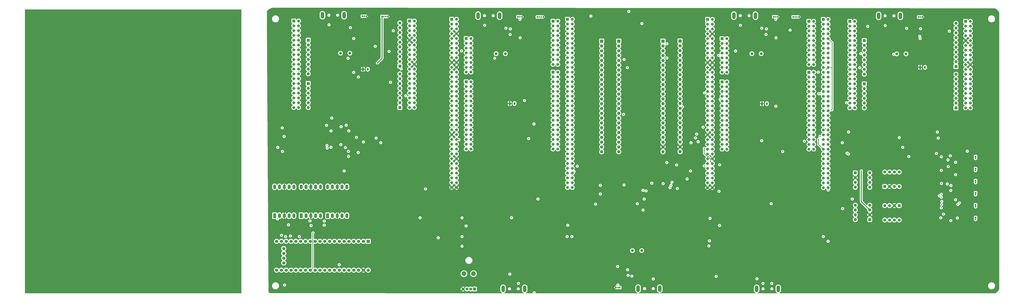
<source format=gbr>
%TF.GenerationSoftware,KiCad,Pcbnew,9.0.2+dfsg-1*%
%TF.CreationDate,2025-07-08T19:26:09-07:00*%
%TF.ProjectId,signalmesh,7369676e-616c-46d6-9573-682e6b696361,rev?*%
%TF.SameCoordinates,Original*%
%TF.FileFunction,Copper,L4,Bot*%
%TF.FilePolarity,Positive*%
%FSLAX46Y46*%
G04 Gerber Fmt 4.6, Leading zero omitted, Abs format (unit mm)*
G04 Created by KiCad (PCBNEW 9.0.2+dfsg-1) date 2025-07-08 19:26:09*
%MOMM*%
%LPD*%
G01*
G04 APERTURE LIST*
G04 Aperture macros list*
%AMRoundRect*
0 Rectangle with rounded corners*
0 $1 Rounding radius*
0 $2 $3 $4 $5 $6 $7 $8 $9 X,Y pos of 4 corners*
0 Add a 4 corners polygon primitive as box body*
4,1,4,$2,$3,$4,$5,$6,$7,$8,$9,$2,$3,0*
0 Add four circle primitives for the rounded corners*
1,1,$1+$1,$2,$3*
1,1,$1+$1,$4,$5*
1,1,$1+$1,$6,$7*
1,1,$1+$1,$8,$9*
0 Add four rect primitives between the rounded corners*
20,1,$1+$1,$2,$3,$4,$5,0*
20,1,$1+$1,$4,$5,$6,$7,0*
20,1,$1+$1,$6,$7,$8,$9,0*
20,1,$1+$1,$8,$9,$2,$3,0*%
G04 Aperture macros list end*
%TA.AperFunction,ComponentPad*%
%ADD10R,0.850000X0.850000*%
%TD*%
%TA.AperFunction,ComponentPad*%
%ADD11C,0.850000*%
%TD*%
%TA.AperFunction,ComponentPad*%
%ADD12R,1.524000X2.524000*%
%TD*%
%TA.AperFunction,ComponentPad*%
%ADD13O,1.524000X2.524000*%
%TD*%
%TA.AperFunction,ComponentPad*%
%ADD14C,1.500000*%
%TD*%
%TA.AperFunction,HeatsinkPad*%
%ADD15O,1.900000X3.500000*%
%TD*%
%TA.AperFunction,ComponentPad*%
%ADD16RoundRect,0.250000X0.550000X0.550000X-0.550000X0.550000X-0.550000X-0.550000X0.550000X-0.550000X0*%
%TD*%
%TA.AperFunction,ComponentPad*%
%ADD17C,1.600000*%
%TD*%
%TA.AperFunction,ComponentPad*%
%ADD18R,1.508000X1.508000*%
%TD*%
%TA.AperFunction,ComponentPad*%
%ADD19C,1.508000*%
%TD*%
%TA.AperFunction,ComponentPad*%
%ADD20C,2.500000*%
%TD*%
%TA.AperFunction,ComponentPad*%
%ADD21R,1.524000X1.524000*%
%TD*%
%TA.AperFunction,ComponentPad*%
%ADD22C,1.524000*%
%TD*%
%TA.AperFunction,ComponentPad*%
%ADD23R,1.700000X1.700000*%
%TD*%
%TA.AperFunction,ComponentPad*%
%ADD24C,1.700000*%
%TD*%
%TA.AperFunction,ComponentPad*%
%ADD25R,1.050000X1.500000*%
%TD*%
%TA.AperFunction,ComponentPad*%
%ADD26O,1.050000X1.500000*%
%TD*%
%TA.AperFunction,ComponentPad*%
%ADD27RoundRect,0.250000X-0.550000X-0.550000X0.550000X-0.550000X0.550000X0.550000X-0.550000X0.550000X0*%
%TD*%
%TA.AperFunction,ComponentPad*%
%ADD28R,1.605000X1.605000*%
%TD*%
%TA.AperFunction,ComponentPad*%
%ADD29C,1.605000*%
%TD*%
%TA.AperFunction,ComponentPad*%
%ADD30R,1.530000X1.530000*%
%TD*%
%TA.AperFunction,ComponentPad*%
%ADD31C,1.530000*%
%TD*%
%TA.AperFunction,ComponentPad*%
%ADD32RoundRect,0.250000X-0.550000X0.550000X-0.550000X-0.550000X0.550000X-0.550000X0.550000X0.550000X0*%
%TD*%
%TA.AperFunction,ComponentPad*%
%ADD33RoundRect,0.250000X0.550000X-0.550000X0.550000X0.550000X-0.550000X0.550000X-0.550000X-0.550000X0*%
%TD*%
%TA.AperFunction,ViaPad*%
%ADD34C,0.600000*%
%TD*%
%TA.AperFunction,ViaPad*%
%ADD35C,0.500000*%
%TD*%
%TA.AperFunction,Conductor*%
%ADD36C,0.500000*%
%TD*%
%TA.AperFunction,Conductor*%
%ADD37C,0.300000*%
%TD*%
G04 APERTURE END LIST*
D10*
%TO.P,J15,1,Pin_1*%
%TO.N,Net-(J15-Pin_1)*%
X557555000Y-140920000D03*
D11*
%TO.P,J15,2,Pin_2*%
X557555000Y-141920000D03*
%TD*%
D12*
%TO.P,U18,1,E*%
%TO.N,Net-(U18-E)*%
X216420000Y-139963000D03*
D13*
%TO.P,U18,2,D*%
%TO.N,Net-(U18-D)*%
X218960000Y-139963000D03*
%TO.P,U18,3,CC*%
%TO.N,GND*%
X221500000Y-139963000D03*
%TO.P,U18,4,C*%
%TO.N,Net-(U18-C)*%
X224040000Y-139963000D03*
%TO.P,U18,5,DP*%
%TO.N,Net-(U18-DP)*%
X226580000Y-139963000D03*
%TO.P,U18,6,B*%
%TO.N,Net-(U18-B)*%
X226580000Y-124723000D03*
%TO.P,U18,7,A*%
%TO.N,Net-(U18-A)*%
X224040000Y-124723000D03*
%TO.P,U18,8,CC*%
%TO.N,GND*%
X221500000Y-124723000D03*
%TO.P,U18,9,F*%
%TO.N,Net-(U18-F)*%
X218960000Y-124723000D03*
%TO.P,U18,10,G*%
%TO.N,Net-(U18-G)*%
X216420000Y-124723000D03*
%TD*%
D14*
%TO.P,Y9,1,1*%
%TO.N,Net-(U40-XI)*%
X223210000Y-54144900D03*
%TO.P,Y9,2,2*%
%TO.N,Net-(U40-XO)*%
X228090000Y-54144900D03*
%TD*%
D15*
%TO.P,J25,5,Shield*%
%TO.N,unconnected-(J25-Shield-Pad5)_1*%
X391300000Y-178500000D03*
%TO.N,unconnected-(J25-Shield-Pad5)*%
X379900000Y-178500000D03*
%TD*%
D16*
%TO.P,U27,1,TXD*%
%TO.N,/UUM_CAN_RD*%
X501860000Y-142040000D03*
D17*
%TO.P,U27,2,VSS*%
%TO.N,GND*%
X501860000Y-139500000D03*
%TO.P,U27,3,VDD*%
%TO.N,UUM_VDD*%
X501860000Y-136960000D03*
%TO.P,U27,4,RXD*%
%TO.N,/UUM_CAN_TD*%
X501860000Y-134420000D03*
%TO.P,U27,5,Vref*%
%TO.N,unconnected-(U27-Vref-Pad5)*%
X494240000Y-134420000D03*
%TO.P,U27,6,CAN-*%
%TO.N,/CAN-*%
X494240000Y-136960000D03*
%TO.P,U27,7,CAN+*%
%TO.N,/CAN+*%
X494240000Y-139500000D03*
%TO.P,U27,8,Rs*%
%TO.N,Net-(U27-Rs)*%
X494240000Y-142040000D03*
%TD*%
D15*
%TO.P,J33,5,Shield*%
%TO.N,unconnected-(J33-Shield-Pad5)_1*%
X213700000Y-34044900D03*
%TO.N,unconnected-(J33-Shield-Pad5)*%
X225100000Y-34044900D03*
%TD*%
D18*
%TO.P,U1,CN7_1*%
%TO.N,N/C*%
X335080000Y-37186000D03*
D19*
%TO.P,U1,CN7_2*%
X337620000Y-37186000D03*
%TO.P,U1,CN7_3*%
X335080000Y-39726000D03*
%TO.P,U1,CN7_4*%
X337620000Y-39726000D03*
%TO.P,U1,CN7_5*%
X335080000Y-42266000D03*
%TO.P,U1,CN7_6*%
X337620000Y-42266000D03*
%TO.P,U1,CN7_7*%
X335080000Y-44806000D03*
%TO.P,U1,CN7_8*%
X337620000Y-44806000D03*
%TO.P,U1,CN7_9*%
X335080000Y-47346000D03*
%TO.P,U1,CN7_10*%
X337620000Y-47346000D03*
%TO.P,U1,CN7_11*%
X335080000Y-49886000D03*
%TO.P,U1,CN7_12*%
X337620000Y-49886000D03*
%TO.P,U1,CN7_13*%
X335080000Y-52426000D03*
%TO.P,U1,CN7_14*%
X337620000Y-52426000D03*
%TO.P,U1,CN7_15*%
X335080000Y-54966000D03*
%TO.P,U1,CN7_16*%
X337620000Y-54966000D03*
%TO.P,U1,CN7_17*%
X335080000Y-57506000D03*
%TO.P,U1,CN7_18*%
X337620000Y-57506000D03*
%TO.P,U1,CN7_19*%
X335080000Y-60046000D03*
%TO.P,U1,CN7_20*%
X337620000Y-60046000D03*
D18*
%TO.P,U1,CN8_1*%
X289360000Y-46330000D03*
D19*
%TO.P,U1,CN8_2*%
X291900000Y-46330000D03*
%TO.P,U1,CN8_3*%
X289360000Y-48870000D03*
%TO.P,U1,CN8_4*%
X291900000Y-48870000D03*
%TO.P,U1,CN8_5*%
X289360000Y-51410000D03*
%TO.P,U1,CN8_6*%
X291900000Y-51410000D03*
%TO.P,U1,CN8_7*%
X289360000Y-53950000D03*
%TO.P,U1,CN8_8*%
X291900000Y-53950000D03*
%TO.P,U1,CN8_9*%
X289360000Y-56490000D03*
%TO.P,U1,CN8_10*%
X291900000Y-56490000D03*
%TO.P,U1,CN8_11*%
X289360000Y-59030000D03*
%TO.P,U1,CN8_12*%
X291900000Y-59030000D03*
%TO.P,U1,CN8_13*%
X289360000Y-61570000D03*
%TO.P,U1,CN8_14*%
X291900000Y-61570000D03*
%TO.P,U1,CN8_15*%
X289360000Y-64110000D03*
%TO.P,U1,CN8_16*%
X291900000Y-64110000D03*
D18*
%TO.P,U1,CN9_1*%
X289360000Y-69190000D03*
D19*
%TO.P,U1,CN9_2*%
X291900000Y-69190000D03*
%TO.P,U1,CN9_3*%
X289360000Y-71730000D03*
%TO.P,U1,CN9_4*%
X291900000Y-71730000D03*
%TO.P,U1,CN9_5*%
X289360000Y-74270000D03*
%TO.P,U1,CN9_6*%
X291900000Y-74270000D03*
%TO.P,U1,CN9_7*%
X289360000Y-76810000D03*
%TO.P,U1,CN9_8*%
X291900000Y-76810000D03*
%TO.P,U1,CN9_9*%
X289360000Y-79350000D03*
%TO.P,U1,CN9_10*%
X291900000Y-79350000D03*
%TO.P,U1,CN9_11*%
X289360000Y-81890000D03*
%TO.P,U1,CN9_12*%
X291900000Y-81890000D03*
%TO.P,U1,CN9_13*%
X289360000Y-84430000D03*
%TO.P,U1,CN9_14*%
X291900000Y-84430000D03*
%TO.P,U1,CN9_15*%
X289360000Y-86970000D03*
%TO.P,U1,CN9_16*%
X291900000Y-86970000D03*
%TO.P,U1,CN9_17*%
X289360000Y-89510000D03*
%TO.P,U1,CN9_18*%
X291900000Y-89510000D03*
%TO.P,U1,CN9_19*%
X289360000Y-92050000D03*
%TO.P,U1,CN9_20*%
X291900000Y-92050000D03*
%TO.P,U1,CN9_21*%
X289360000Y-94590000D03*
%TO.P,U1,CN9_22*%
X291900000Y-94590000D03*
%TO.P,U1,CN9_23*%
X289360000Y-97130000D03*
%TO.P,U1,CN9_24*%
X291900000Y-97130000D03*
%TO.P,U1,CN9_25*%
X289360000Y-99670000D03*
%TO.P,U1,CN9_26*%
X291900000Y-99670000D03*
%TO.P,U1,CN9_27*%
X289360000Y-102210000D03*
%TO.P,U1,CN9_28*%
X291900000Y-102210000D03*
%TO.P,U1,CN9_29*%
X289360000Y-104750000D03*
%TO.P,U1,CN9_30*%
X291900000Y-104750000D03*
D18*
%TO.P,U1,CN10_1*%
X335080000Y-64110000D03*
D19*
%TO.P,U1,CN10_2*%
X337620000Y-64110000D03*
%TO.P,U1,CN10_3*%
X335080000Y-66650000D03*
%TO.P,U1,CN10_4*%
X337620000Y-66650000D03*
%TO.P,U1,CN10_5*%
X335080000Y-69190000D03*
%TO.P,U1,CN10_6*%
X337620000Y-69190000D03*
%TO.P,U1,CN10_7*%
X335080000Y-71730000D03*
%TO.P,U1,CN10_8*%
X337620000Y-71730000D03*
%TO.P,U1,CN10_9*%
X335080000Y-74270000D03*
%TO.P,U1,CN10_10*%
X337620000Y-74270000D03*
%TO.P,U1,CN10_11*%
X335080000Y-76810000D03*
%TO.P,U1,CN10_12*%
X337620000Y-76810000D03*
%TO.P,U1,CN10_13*%
X335080000Y-79350000D03*
%TO.P,U1,CN10_14*%
X337620000Y-79350000D03*
%TO.P,U1,CN10_15*%
X335080000Y-81890000D03*
%TO.P,U1,CN10_16*%
X337620000Y-81890000D03*
%TO.P,U1,CN10_17*%
X335080000Y-84430000D03*
%TO.P,U1,CN10_18*%
X337620000Y-84430000D03*
%TO.P,U1,CN10_19*%
X335080000Y-86970000D03*
%TO.P,U1,CN10_20*%
X337620000Y-86970000D03*
%TO.P,U1,CN10_21*%
X335080000Y-89510000D03*
%TO.P,U1,CN10_22*%
X337620000Y-89510000D03*
%TO.P,U1,CN10_23*%
X335080000Y-92050000D03*
%TO.P,U1,CN10_24*%
X337620000Y-92050000D03*
%TO.P,U1,CN10_25*%
X335080000Y-94590000D03*
%TO.P,U1,CN10_26*%
X337620000Y-94590000D03*
%TO.P,U1,CN10_27*%
X335080000Y-97130000D03*
%TO.P,U1,CN10_28*%
X337620000Y-97130000D03*
%TO.P,U1,CN10_29*%
X335080000Y-99670000D03*
%TO.P,U1,CN10_30*%
X337620000Y-99670000D03*
%TO.P,U1,CN10_31*%
X335080000Y-102210000D03*
%TO.P,U1,CN10_32*%
X337620000Y-102210000D03*
%TO.P,U1,CN10_33*%
X335080000Y-104750000D03*
%TO.P,U1,CN10_34*%
X337620000Y-104750000D03*
D18*
%TO.P,U1,CN11_1,PC10*%
%TO.N,/ACM_CMD_TX*%
X281740000Y-36170000D03*
D19*
%TO.P,U1,CN11_2,PC11*%
%TO.N,/ACM_CMD_RX*%
X284280000Y-36170000D03*
%TO.P,U1,CN11_3,PC12*%
%TO.N,/APM_DBG_TX*%
X281740000Y-38710000D03*
%TO.P,U1,CN11_4,PD2*%
%TO.N,/APM_DBG_RX*%
X284280000Y-38710000D03*
%TO.P,U1,CN11_5,3V3_VDD*%
%TO.N,unconnected-(U1A-3V3_VDD-PadCN11_5)*%
X281740000Y-41250000D03*
%TO.P,U1,CN11_6,5V_EXT*%
%TO.N,unconnected-(U1A-5V_EXT-PadCN11_6)*%
X284280000Y-41250000D03*
%TO.P,U1,CN11_7,BOOT0*%
%TO.N,unconnected-(U1A-BOOT0-PadCN11_7)*%
X281740000Y-43790000D03*
%TO.P,U1,CN11_8,GND_CN11*%
%TO.N,GND*%
X284280000Y-43790000D03*
%TO.P,U1,CN11_9,PF6*%
%TO.N,unconnected-(U1A-PF6-PadCN11_9)*%
X281740000Y-46330000D03*
%TO.P,U1,CN11_10,NC*%
%TO.N,unconnected-(U1A-NC-PadCN11_10)*%
X284280000Y-46330000D03*
%TO.P,U1,CN11_11,PF7*%
%TO.N,unconnected-(U1A-PF7-PadCN11_11)*%
X281740000Y-48870000D03*
%TO.P,U1,CN11_12,IOREF*%
%TO.N,unconnected-(U1A-IOREF-PadCN11_12)*%
X284280000Y-48870000D03*
%TO.P,U1,CN11_13,PA13*%
%TO.N,unconnected-(U1A-PA13-PadCN11_13)*%
X281740000Y-51410000D03*
%TO.P,U1,CN11_14,NRST*%
%TO.N,unconnected-(U1A-NRST-PadCN11_14)*%
X284280000Y-51410000D03*
%TO.P,U1,CN11_15,PA14*%
%TO.N,unconnected-(U1A-PA14-PadCN11_15)*%
X281740000Y-53950000D03*
%TO.P,U1,CN11_16,3V3*%
%TO.N,unconnected-(U1A-3V3-PadCN11_16)*%
X284280000Y-53950000D03*
%TO.P,U1,CN11_17,PA15*%
%TO.N,unconnected-(U1A-PA15-PadCN11_17)*%
X281740000Y-56490000D03*
%TO.P,U1,CN11_18,5V*%
%TO.N,APM_VDD*%
X284280000Y-56490000D03*
%TO.P,U1,CN11_19,GND_CN11*%
%TO.N,GND*%
X281740000Y-59030000D03*
%TO.P,U1,CN11_20,GND_CN11*%
X284280000Y-59030000D03*
%TO.P,U1,CN11_21,PB7*%
%TO.N,unconnected-(U1A-PB7-PadCN11_21)*%
X281740000Y-61570000D03*
%TO.P,U1,CN11_22,GND_CN11*%
%TO.N,GND*%
X284280000Y-61570000D03*
%TO.P,U1,CN11_23,PC13*%
%TO.N,unconnected-(U1A-PC13-PadCN11_23)*%
X281740000Y-64110000D03*
%TO.P,U1,CN11_24,VIN*%
%TO.N,unconnected-(U1A-VIN-PadCN11_24)*%
X284280000Y-64110000D03*
%TO.P,U1,CN11_25,PC14*%
%TO.N,unconnected-(U1A-PC14-PadCN11_25)*%
X281740000Y-66650000D03*
%TO.P,U1,CN11_26,NC*%
%TO.N,unconnected-(U1A-NC-PadCN11_26)*%
X284280000Y-66650000D03*
%TO.P,U1,CN11_27,PC15*%
%TO.N,unconnected-(U1A-PC15-PadCN11_27)*%
X281740000Y-69190000D03*
%TO.P,U1,CN11_28,PA0*%
%TO.N,unconnected-(U1A-PA0-PadCN11_28)*%
X284280000Y-69190000D03*
%TO.P,U1,CN11_29,PH0*%
%TO.N,unconnected-(U1A-PH0-PadCN11_29)*%
X281740000Y-71730000D03*
%TO.P,U1,CN11_30,PA1*%
%TO.N,unconnected-(U1A-PA1-PadCN11_30)*%
X284280000Y-71730000D03*
%TO.P,U1,CN11_31,PH1*%
%TO.N,unconnected-(U1A-PH1-PadCN11_31)*%
X281740000Y-74270000D03*
%TO.P,U1,CN11_32,PA4*%
%TO.N,/DAC_R*%
X284280000Y-74270000D03*
%TO.P,U1,CN11_33,VBAT*%
%TO.N,unconnected-(U1A-VBAT-PadCN11_33)*%
X281740000Y-76810000D03*
%TO.P,U1,CN11_34,PB0*%
%TO.N,unconnected-(U1A-PB0-PadCN11_34)*%
X284280000Y-76810000D03*
%TO.P,U1,CN11_35,PC2*%
%TO.N,unconnected-(U1A-PC2-PadCN11_35)*%
X281740000Y-79350000D03*
%TO.P,U1,CN11_36,PC1*%
%TO.N,unconnected-(U1A-PC1-PadCN11_36)*%
X284280000Y-79350000D03*
%TO.P,U1,CN11_37,PC3*%
%TO.N,unconnected-(U1A-PC3-PadCN11_37)*%
X281740000Y-81890000D03*
%TO.P,U1,CN11_38,PC0*%
%TO.N,unconnected-(U1A-PC0-PadCN11_38)*%
X284280000Y-81890000D03*
%TO.P,U1,CN11_39,PD4*%
%TO.N,unconnected-(U1A-PD4-PadCN11_39)*%
X281740000Y-84430000D03*
%TO.P,U1,CN11_40,PD3*%
%TO.N,unconnected-(U1A-PD3-PadCN11_40)*%
X284280000Y-84430000D03*
%TO.P,U1,CN11_41,PD5*%
%TO.N,unconnected-(U1A-PD5-PadCN11_41)*%
X281740000Y-86970000D03*
%TO.P,U1,CN11_42,PG2*%
%TO.N,unconnected-(U1A-PG2-PadCN11_42)*%
X284280000Y-86970000D03*
%TO.P,U1,CN11_43,PD6*%
%TO.N,unconnected-(U1A-PD6-PadCN11_43)*%
X281740000Y-89510000D03*
%TO.P,U1,CN11_44,PG3*%
%TO.N,unconnected-(U1A-PG3-PadCN11_44)*%
X284280000Y-89510000D03*
%TO.P,U1,CN11_45,PD7*%
%TO.N,unconnected-(U1A-PD7-PadCN11_45)*%
X281740000Y-92050000D03*
%TO.P,U1,CN11_46,PE2*%
%TO.N,unconnected-(U1A-PE2-PadCN11_46)*%
X284280000Y-92050000D03*
%TO.P,U1,CN11_47,PE3*%
%TO.N,/ISR0*%
X281740000Y-94590000D03*
%TO.P,U1,CN11_48,PE4*%
%TO.N,unconnected-(U1A-PE4-PadCN11_48)*%
X284280000Y-94590000D03*
%TO.P,U1,CN11_49,GND_CN11*%
%TO.N,GND*%
X281740000Y-97130000D03*
%TO.P,U1,CN11_50,PE5*%
%TO.N,unconnected-(U1A-PE5-PadCN11_50)*%
X284280000Y-97130000D03*
%TO.P,U1,CN11_51,PF1*%
%TO.N,/APM/APM_I2C1_SCL*%
X281740000Y-99670000D03*
%TO.P,U1,CN11_52,PF2*%
%TO.N,unconnected-(U1A-PF2-PadCN11_52)*%
X284280000Y-99670000D03*
%TO.P,U1,CN11_53,PF0*%
%TO.N,/APM/APM_I2C1_SDA*%
X281740000Y-102210000D03*
%TO.P,U1,CN11_54,PF8*%
%TO.N,unconnected-(U1A-PF8-PadCN11_54)*%
X284280000Y-102210000D03*
%TO.P,U1,CN11_55,PD1*%
%TO.N,unconnected-(U1A-PD1-PadCN11_55)*%
X281740000Y-104750000D03*
%TO.P,U1,CN11_56,PF9*%
%TO.N,unconnected-(U1A-PF9-PadCN11_56)*%
X284280000Y-104750000D03*
%TO.P,U1,CN11_57,PD0*%
%TO.N,unconnected-(U1A-PD0-PadCN11_57)*%
X281740000Y-107290000D03*
%TO.P,U1,CN11_58,PG1*%
%TO.N,unconnected-(U1A-PG1-PadCN11_58)*%
X284280000Y-107290000D03*
%TO.P,U1,CN11_59,PG0*%
%TO.N,unconnected-(U1A-PG0-PadCN11_59)*%
X281740000Y-109830000D03*
%TO.P,U1,CN11_60,GND_CN11*%
%TO.N,GND*%
X284280000Y-109830000D03*
%TO.P,U1,CN11_61,PE1*%
%TO.N,unconnected-(U1A-PE1-PadCN11_61)*%
X281740000Y-112370000D03*
%TO.P,U1,CN11_62,PE6*%
%TO.N,/IRQ0*%
X284280000Y-112370000D03*
%TO.P,U1,CN11_63,PG9*%
%TO.N,/APM/7SDD_CMD_RX*%
X281740000Y-114910000D03*
%TO.P,U1,CN11_64,PG15*%
%TO.N,unconnected-(U1A-PG15-PadCN11_64)*%
X284280000Y-114910000D03*
%TO.P,U1,CN11_65,PG12*%
%TO.N,unconnected-(U1A-PG12-PadCN11_65)*%
X281740000Y-117450000D03*
%TO.P,U1,CN11_66,PG10*%
%TO.N,unconnected-(U1A-PG10-PadCN11_66)*%
X284280000Y-117450000D03*
%TO.P,U1,CN11_67,NC*%
%TO.N,unconnected-(U1A-NC-PadCN11_67)*%
X281740000Y-119990000D03*
%TO.P,U1,CN11_68,PG13*%
%TO.N,unconnected-(U1A-PG13-PadCN11_68)*%
X284280000Y-119990000D03*
%TO.P,U1,CN11_69,PD9*%
%TO.N,unconnected-(U1A-PD9-PadCN11_69)*%
X281740000Y-122530000D03*
%TO.P,U1,CN11_70,PG11*%
%TO.N,unconnected-(U1A-PG11-PadCN11_70)*%
X284280000Y-122530000D03*
%TO.P,U1,CN11_71,GND_CN11*%
%TO.N,GND*%
X281740000Y-125070000D03*
%TO.P,U1,CN11_72,GND_CN11*%
X284280000Y-125070000D03*
D18*
%TO.P,U1,CN12_1,PC9*%
%TO.N,unconnected-(U1B-PC9-PadCN12_1)*%
X342700000Y-36190000D03*
D19*
%TO.P,U1,CN12_2,PC8*%
%TO.N,unconnected-(U1B-PC8-PadCN12_2)*%
X345240000Y-36190000D03*
%TO.P,U1,CN12_3,PB8*%
%TO.N,/APM_CAN_RD*%
X342700000Y-38730000D03*
%TO.P,U1,CN12_4,PC6*%
%TO.N,/APM/APM_LED_OK*%
X345240000Y-38730000D03*
%TO.P,U1,CN12_5,PB9*%
%TO.N,/APM_CAN_TD*%
X342700000Y-41270000D03*
%TO.P,U1,CN12_6,PC5*%
%TO.N,/APM/APM_LED_WARN*%
X345240000Y-41270000D03*
%TO.P,U1,CN12_7,VREFP*%
%TO.N,unconnected-(U1B-VREFP-PadCN12_7)*%
X342700000Y-43810000D03*
%TO.P,U1,CN12_8,5V_USB_STLK*%
%TO.N,unconnected-(U1B-5V_USB_STLK-PadCN12_8)*%
X345240000Y-43810000D03*
%TO.P,U1,CN12_9,GND_CN12*%
%TO.N,unconnected-(U1B-GND_CN12-PadCN12_20)_2*%
X342700000Y-46350000D03*
%TO.P,U1,CN12_10,PD8*%
%TO.N,unconnected-(U1B-PD8-PadCN12_10)*%
X345240000Y-46350000D03*
%TO.P,U1,CN12_11,PA5*%
%TO.N,/DAC_L*%
X342700000Y-48890000D03*
%TO.P,U1,CN12_12,PA12*%
%TO.N,/APM/APM_USB_D-*%
X345240000Y-48890000D03*
%TO.P,U1,CN12_13,PA6*%
%TO.N,unconnected-(U1B-PA6-PadCN12_13)*%
X342700000Y-51430000D03*
%TO.P,U1,CN12_14,PA11*%
%TO.N,/APM/APM_USB_D+*%
X345240000Y-51430000D03*
%TO.P,U1,CN12_15,PA7*%
%TO.N,unconnected-(U1B-PA7-PadCN12_15)*%
X342700000Y-53970000D03*
%TO.P,U1,CN12_16,PB12*%
%TO.N,unconnected-(U1B-PB12-PadCN12_16)*%
X345240000Y-53970000D03*
%TO.P,U1,CN12_17,PB6*%
%TO.N,unconnected-(U1B-PB6-PadCN12_17)*%
X342700000Y-56510000D03*
%TO.P,U1,CN12_18,PB11*%
%TO.N,unconnected-(U1B-PB11-PadCN12_18)*%
X345240000Y-56510000D03*
%TO.P,U1,CN12_19,PC7*%
%TO.N,unconnected-(U1B-PC7-PadCN12_19)*%
X342700000Y-59050000D03*
%TO.P,U1,CN12_20,GND_CN12*%
%TO.N,unconnected-(U1B-GND_CN12-PadCN12_20)_4*%
X345240000Y-59050000D03*
%TO.P,U1,CN12_21,PA9*%
%TO.N,unconnected-(U1B-PA9-PadCN12_21)*%
X342700000Y-61590000D03*
%TO.P,U1,CN12_22,PB2*%
%TO.N,unconnected-(U1B-PB2-PadCN12_22)*%
X345240000Y-61590000D03*
%TO.P,U1,CN12_23,PA8*%
%TO.N,unconnected-(U1B-PA8-PadCN12_23)*%
X342700000Y-64130000D03*
%TO.P,U1,CN12_24,PB1*%
%TO.N,unconnected-(U1B-PB1-PadCN12_24)*%
X345240000Y-64130000D03*
%TO.P,U1,CN12_25,PB10*%
%TO.N,unconnected-(U1B-PB10-PadCN12_25)*%
X342700000Y-66670000D03*
%TO.P,U1,CN12_26,PB15*%
%TO.N,unconnected-(U1B-PB15-PadCN12_26)*%
X345240000Y-66670000D03*
%TO.P,U1,CN12_27,PB4*%
%TO.N,unconnected-(U1B-PB4-PadCN12_27)*%
X342700000Y-69210000D03*
%TO.P,U1,CN12_28,PB14*%
%TO.N,unconnected-(U1B-PB14-PadCN12_28)*%
X345240000Y-69210000D03*
%TO.P,U1,CN12_29,PB5*%
%TO.N,unconnected-(U1B-PB5-PadCN12_29)*%
X342700000Y-71750000D03*
%TO.P,U1,CN12_30,PB13*%
%TO.N,unconnected-(U1B-PB13-PadCN12_30)*%
X345240000Y-71750000D03*
%TO.P,U1,CN12_31,PB3*%
%TO.N,unconnected-(U1B-PB3-PadCN12_31)*%
X342700000Y-74290000D03*
%TO.P,U1,CN12_32,AGND_CN12*%
%TO.N,unconnected-(U1B-AGND_CN12-PadCN12_32)*%
X345240000Y-74290000D03*
%TO.P,U1,CN12_33,PA10*%
%TO.N,unconnected-(U1B-PA10-PadCN12_33)*%
X342700000Y-76830000D03*
%TO.P,U1,CN12_34,PC4*%
%TO.N,/APM/APM_LED_FAIL*%
X345240000Y-76830000D03*
%TO.P,U1,CN12_35,PA2*%
%TO.N,unconnected-(U1B-PA2-PadCN12_35)*%
X342700000Y-79370000D03*
%TO.P,U1,CN12_36,PF5*%
%TO.N,unconnected-(U1B-PF5-PadCN12_36)*%
X345240000Y-79370000D03*
%TO.P,U1,CN12_37,PA3*%
%TO.N,unconnected-(U1B-PA3-PadCN12_37)*%
X342700000Y-81910000D03*
%TO.P,U1,CN12_38,PF4*%
%TO.N,unconnected-(U1B-PF4-PadCN12_38)*%
X345240000Y-81910000D03*
%TO.P,U1,CN12_39,GND_CN12*%
%TO.N,unconnected-(U1B-GND_CN12-PadCN12_20)_1*%
X342700000Y-84450000D03*
%TO.P,U1,CN12_40,PE8*%
%TO.N,unconnected-(U1B-PE8-PadCN12_40)*%
X345240000Y-84450000D03*
%TO.P,U1,CN12_41,PD13*%
%TO.N,unconnected-(U1B-PD13-PadCN12_41)*%
X342700000Y-86990000D03*
%TO.P,U1,CN12_42,PF10*%
%TO.N,unconnected-(U1B-PF10-PadCN12_42)*%
X345240000Y-86990000D03*
%TO.P,U1,CN12_43,PD12*%
%TO.N,unconnected-(U1B-PD12-PadCN12_43)*%
X342700000Y-89530000D03*
%TO.P,U1,CN12_44,PE7*%
%TO.N,unconnected-(U1B-PE7-PadCN12_44)*%
X345240000Y-89530000D03*
%TO.P,U1,CN12_45,PD11*%
%TO.N,unconnected-(U1B-PD11-PadCN12_45)*%
X342700000Y-92070000D03*
%TO.P,U1,CN12_46,PD14*%
%TO.N,unconnected-(U1B-PD14-PadCN12_46)*%
X345240000Y-92070000D03*
%TO.P,U1,CN12_47,PE10*%
%TO.N,unconnected-(U1B-PE10-PadCN12_47)*%
X342700000Y-94610000D03*
%TO.P,U1,CN12_48,PD15*%
%TO.N,unconnected-(U1B-PD15-PadCN12_48)*%
X345240000Y-94610000D03*
%TO.P,U1,CN12_49,PE12*%
%TO.N,unconnected-(U1B-PE12-PadCN12_49)*%
X342700000Y-97150000D03*
%TO.P,U1,CN12_50,PF14*%
%TO.N,unconnected-(U1B-PF14-PadCN12_50)*%
X345240000Y-97150000D03*
%TO.P,U1,CN12_51,PE14*%
%TO.N,unconnected-(U1B-PE14-PadCN12_51)*%
X342700000Y-99690000D03*
%TO.P,U1,CN12_52,PE9*%
%TO.N,unconnected-(U1B-PE9-PadCN12_52)*%
X345240000Y-99690000D03*
%TO.P,U1,CN12_53,PE15*%
%TO.N,unconnected-(U1B-PE15-PadCN12_53)*%
X342700000Y-102230000D03*
%TO.P,U1,CN12_54,GND_CN12*%
%TO.N,unconnected-(U1B-GND_CN12-PadCN12_20)*%
X345240000Y-102230000D03*
%TO.P,U1,CN12_55,PE13*%
%TO.N,unconnected-(U1B-PE13-PadCN12_55)*%
X342700000Y-104770000D03*
%TO.P,U1,CN12_56,PE11*%
%TO.N,unconnected-(U1B-PE11-PadCN12_56)*%
X345240000Y-104770000D03*
%TO.P,U1,CN12_57,PF13*%
%TO.N,unconnected-(U1B-PF13-PadCN12_57)*%
X342700000Y-107310000D03*
%TO.P,U1,CN12_58,PF3*%
%TO.N,unconnected-(U1B-PF3-PadCN12_58)*%
X345240000Y-107310000D03*
%TO.P,U1,CN12_59,PF12*%
%TO.N,unconnected-(U1B-PF12-PadCN12_59)*%
X342700000Y-109850000D03*
%TO.P,U1,CN12_60,PF15*%
%TO.N,unconnected-(U1B-PF15-PadCN12_60)*%
X345240000Y-109850000D03*
%TO.P,U1,CN12_61,PG14*%
%TO.N,/APM/7SDD_CMD_TX*%
X342700000Y-112390000D03*
%TO.P,U1,CN12_62,PF11*%
%TO.N,unconnected-(U1B-PF11-PadCN12_62)*%
X345240000Y-112390000D03*
%TO.P,U1,CN12_63,GND_CN12*%
%TO.N,unconnected-(U1B-GND_CN12-PadCN12_20)_3*%
X342700000Y-114930000D03*
%TO.P,U1,CN12_64,PE0*%
%TO.N,unconnected-(U1B-PE0-PadCN12_64)*%
X345240000Y-114930000D03*
%TO.P,U1,CN12_65,PD10*%
%TO.N,unconnected-(U1B-PD10-PadCN12_65)*%
X342700000Y-117470000D03*
%TO.P,U1,CN12_66,PG8*%
%TO.N,unconnected-(U1B-PG8-PadCN12_66)*%
X345240000Y-117470000D03*
%TO.P,U1,CN12_67,PG7*%
%TO.N,unconnected-(U1B-PG7-PadCN12_67)*%
X342700000Y-120010000D03*
%TO.P,U1,CN12_68,PG5*%
%TO.N,unconnected-(U1B-PG5-PadCN12_68)*%
X345240000Y-120010000D03*
%TO.P,U1,CN12_69,PG4*%
%TO.N,unconnected-(U1B-PG4-PadCN12_69)*%
X342700000Y-122550000D03*
%TO.P,U1,CN12_70,PG6*%
%TO.N,unconnected-(U1B-PG6-PadCN12_70)*%
X345240000Y-122550000D03*
%TO.P,U1,CN12_71,GND_CN12*%
%TO.N,unconnected-(U1B-GND_CN12-PadCN12_20)_6*%
X342700000Y-125090000D03*
%TO.P,U1,CN12_72,GND_CN12*%
%TO.N,unconnected-(U1B-GND_CN12-PadCN12_20)_5*%
X345240000Y-125090000D03*
%TD*%
D20*
%TO.P,TP1,1,1*%
%TO.N,/DAC_L*%
X293200000Y-170600000D03*
%TD*%
D21*
%TO.P,J12,1,Pin_1*%
%TO.N,unconnected-(J12-Pin_1-Pad1)*%
X293750000Y-178700000D03*
D22*
%TO.P,J12,2,Pin_2*%
%TO.N,/DAC_L*%
X291750000Y-178700000D03*
%TO.P,J12,3,Pin_3*%
%TO.N,/DAC_R*%
X289750000Y-178700000D03*
%TO.P,J12,4,Pin_4*%
%TO.N,GND*%
X287750000Y-178700000D03*
%TD*%
D23*
%TO.P,J9,1,Pin_1*%
%TO.N,/FMC_D0*%
X402000000Y-47720000D03*
D24*
%TO.P,J9,2,Pin_2*%
%TO.N,/FMC_D1*%
X402000000Y-50260000D03*
%TO.P,J9,3,Pin_3*%
%TO.N,/FMC_D2*%
X402000000Y-52800000D03*
%TO.P,J9,4,Pin_4*%
%TO.N,/FMC_D3*%
X402000000Y-55340000D03*
%TO.P,J9,5,Pin_5*%
%TO.N,/FMC_D4*%
X402000000Y-57880000D03*
%TO.P,J9,6,Pin_6*%
%TO.N,/FMC_D5*%
X402000000Y-60420000D03*
%TO.P,J9,7,Pin_7*%
%TO.N,/FMC_D6*%
X402000000Y-62960000D03*
%TO.P,J9,8,Pin_8*%
%TO.N,/FMC_D7*%
X402000000Y-65500000D03*
%TO.P,J9,9,Pin_9*%
%TO.N,/FMC_D8*%
X402000000Y-68040000D03*
%TO.P,J9,10,Pin_10*%
%TO.N,/FMC_D9*%
X402000000Y-70580000D03*
%TO.P,J9,11,Pin_11*%
%TO.N,/FMC_D10*%
X402000000Y-73120000D03*
%TO.P,J9,12,Pin_12*%
%TO.N,/FMC_D11*%
X402000000Y-75660000D03*
%TO.P,J9,13,Pin_13*%
%TO.N,/FMC_D12*%
X402000000Y-78200000D03*
%TO.P,J9,14,Pin_14*%
%TO.N,/FMC_D13*%
X402000000Y-80740000D03*
%TO.P,J9,15,Pin_15*%
%TO.N,/FMC_D14*%
X402000000Y-83280000D03*
%TO.P,J9,16,Pin_16*%
%TO.N,/FMC_D15*%
X402000000Y-85820000D03*
%TO.P,J9,17,Pin_17*%
%TO.N,unconnected-(J2-Pin_17-Pad17)*%
X402000000Y-88360000D03*
%TO.P,J9,18,Pin_18*%
%TO.N,ACM_VDD*%
X402000000Y-90900000D03*
%TO.P,J9,19,Pin_19*%
%TO.N,unconnected-(J2-Pin_19-Pad19)*%
X402000000Y-93440000D03*
%TO.P,J9,20,Pin_20*%
%TO.N,unconnected-(J2-Pin_20-Pad20)*%
X402000000Y-95980000D03*
%TO.P,J9,21,Pin_21*%
%TO.N,unconnected-(J2-Pin_21-Pad21)*%
X402000000Y-98520000D03*
%TO.P,J9,22,Pin_22*%
%TO.N,unconnected-(J2-Pin_22-Pad22)*%
X402000000Y-101060000D03*
%TO.P,J9,23,Pin_23*%
%TO.N,GND*%
X402000000Y-103600000D03*
%TO.P,J9,24,Pin_24*%
%TO.N,3V3_ACM*%
X402000000Y-106140000D03*
%TD*%
D20*
%TO.P,TP2,1,1*%
%TO.N,/DAC_R*%
X288200000Y-170600000D03*
%TD*%
D15*
%TO.P,J31,5,Shield*%
%TO.N,unconnected-(J31-Shield-Pad5)_1*%
X430300000Y-34300000D03*
%TO.N,unconnected-(J31-Shield-Pad5)*%
X441700000Y-34300000D03*
%TD*%
D10*
%TO.P,J30,1,Pin_1*%
%TO.N,/USB_debug_APM/DBG_TX*%
X316650000Y-34880100D03*
D11*
%TO.P,J30,2,Pin_2*%
%TO.N,/APM_DBG_RX*%
X317650000Y-34880100D03*
%TO.P,J30,3,Pin_3*%
%TO.N,GND*%
X318650000Y-34880100D03*
%TD*%
D23*
%TO.P,J1,1,Pin_1*%
%TO.N,/ACM/ACM_SPI_CS*%
X369690000Y-47760000D03*
D24*
%TO.P,J1,2,Pin_2*%
%TO.N,/ACM/ACM_SPI_MOSI*%
X369690000Y-50300000D03*
%TO.P,J1,3,Pin_3*%
%TO.N,/ACM/ACM_SPI_SCLK*%
X369690000Y-52840000D03*
%TO.P,J1,4,Pin_4*%
%TO.N,/ACM/ACM_SPI_MISO*%
X369690000Y-55380000D03*
%TO.P,J1,5,Pin_5*%
%TO.N,/ACM_DBG_TX*%
X369690000Y-57920000D03*
%TO.P,J1,6,Pin_6*%
%TO.N,/ACM_DBG_RX*%
X369690000Y-60460000D03*
%TO.P,J1,7,Pin_7*%
%TO.N,/ACM_CMD_RX*%
X369690000Y-63000000D03*
%TO.P,J1,8,Pin_8*%
%TO.N,/ACM_CMD_TX*%
X369690000Y-65540000D03*
%TO.P,J1,9,Pin_9*%
%TO.N,/ACM/ACM_LED_FAIL*%
X369690000Y-68080000D03*
%TO.P,J1,10,Pin_10*%
%TO.N,/ACM/ACM_LED_OK*%
X369690000Y-70620000D03*
%TO.P,J1,11,Pin_11*%
%TO.N,/ACM/ACM_LED_WARN*%
X369690000Y-73160000D03*
%TO.P,J1,12,Pin_12*%
%TO.N,unconnected-(J1-Pin_12-Pad12)*%
X369690000Y-75700000D03*
%TO.P,J1,13,Pin_13*%
%TO.N,unconnected-(J1-Pin_13-Pad13)*%
X369690000Y-78240000D03*
%TO.P,J1,14,Pin_14*%
%TO.N,unconnected-(J1-Pin_14-Pad14)*%
X369690000Y-80780000D03*
%TO.P,J1,15,Pin_15*%
%TO.N,unconnected-(J1-Pin_15-Pad15)*%
X369690000Y-83320000D03*
%TO.P,J1,16,Pin_16*%
%TO.N,unconnected-(J1-Pin_16-Pad16)*%
X369690000Y-85860000D03*
%TO.P,J1,17,Pin_17*%
%TO.N,unconnected-(J1-Pin_17-Pad17)*%
X369690000Y-88400000D03*
%TO.P,J1,18,Pin_18*%
%TO.N,/FMC_CLK*%
X369690000Y-90940000D03*
%TO.P,J1,19,Pin_19*%
%TO.N,/FMC_NWE*%
X369690000Y-93480000D03*
%TO.P,J1,20,Pin_20*%
%TO.N,/FMC_NOE*%
X369690000Y-96020000D03*
%TO.P,J1,21,Pin_21*%
%TO.N,/FMC_NE*%
X369690000Y-98560000D03*
%TO.P,J1,22,Pin_22*%
%TO.N,/FMC_NL*%
X369690000Y-101100000D03*
%TO.P,J1,23,Pin_23*%
%TO.N,/FMC_NBL0*%
X369690000Y-103640000D03*
%TO.P,J1,24,Pin_24*%
%TO.N,/FMC_NBL1*%
X369690000Y-106180000D03*
%TD*%
D14*
%TO.P,Y2,1,1*%
%TO.N,Net-(U19-XI)*%
X381790000Y-158400000D03*
%TO.P,Y2,2,2*%
%TO.N,Net-(U19-XO)*%
X376910000Y-158400000D03*
%TD*%
D15*
%TO.P,J21,5,Shield*%
%TO.N,unconnected-(J21-Shield-Pad5)*%
X320200000Y-178600000D03*
%TO.N,unconnected-(J21-Shield-Pad5)_1*%
X308800000Y-178600000D03*
%TD*%
D25*
%TO.P,TH1,1*%
%TO.N,GND*%
X445142000Y-80782000D03*
D26*
%TO.P,TH1,2*%
%TO.N,Net-(U9A-PC0{slash}PB8)*%
X447682000Y-80782000D03*
%TD*%
D23*
%TO.P,J8,1,Pin_1*%
%TO.N,/ACM/ACM_SPI_CS*%
X360690000Y-47760000D03*
D24*
%TO.P,J8,2,Pin_2*%
%TO.N,/ACM/ACM_SPI_MOSI*%
X360690000Y-50300000D03*
%TO.P,J8,3,Pin_3*%
%TO.N,/ACM/ACM_SPI_SCLK*%
X360690000Y-52840000D03*
%TO.P,J8,4,Pin_4*%
%TO.N,/ACM/ACM_SPI_MISO*%
X360690000Y-55380000D03*
%TO.P,J8,5,Pin_5*%
%TO.N,/ACM_DBG_TX*%
X360690000Y-57920000D03*
%TO.P,J8,6,Pin_6*%
%TO.N,/ACM_DBG_RX*%
X360690000Y-60460000D03*
%TO.P,J8,7,Pin_7*%
%TO.N,/ACM_CMD_RX*%
X360690000Y-63000000D03*
%TO.P,J8,8,Pin_8*%
%TO.N,/ACM_CMD_TX*%
X360690000Y-65540000D03*
%TO.P,J8,9,Pin_9*%
%TO.N,/ACM/ACM_LED_FAIL*%
X360690000Y-68080000D03*
%TO.P,J8,10,Pin_10*%
%TO.N,/ACM/ACM_LED_OK*%
X360690000Y-70620000D03*
%TO.P,J8,11,Pin_11*%
%TO.N,/ACM/ACM_LED_WARN*%
X360690000Y-73160000D03*
%TO.P,J8,12,Pin_12*%
%TO.N,unconnected-(J1-Pin_12-Pad12)*%
X360690000Y-75700000D03*
%TO.P,J8,13,Pin_13*%
%TO.N,unconnected-(J1-Pin_13-Pad13)*%
X360690000Y-78240000D03*
%TO.P,J8,14,Pin_14*%
%TO.N,unconnected-(J1-Pin_14-Pad14)*%
X360690000Y-80780000D03*
%TO.P,J8,15,Pin_15*%
%TO.N,unconnected-(J1-Pin_15-Pad15)*%
X360690000Y-83320000D03*
%TO.P,J8,16,Pin_16*%
%TO.N,unconnected-(J1-Pin_16-Pad16)*%
X360690000Y-85860000D03*
%TO.P,J8,17,Pin_17*%
%TO.N,unconnected-(J1-Pin_17-Pad17)*%
X360690000Y-88400000D03*
%TO.P,J8,18,Pin_18*%
%TO.N,/FMC_CLK*%
X360690000Y-90940000D03*
%TO.P,J8,19,Pin_19*%
%TO.N,/FMC_NWE*%
X360690000Y-93480000D03*
%TO.P,J8,20,Pin_20*%
%TO.N,/FMC_NOE*%
X360690000Y-96020000D03*
%TO.P,J8,21,Pin_21*%
%TO.N,/FMC_NE*%
X360690000Y-98560000D03*
%TO.P,J8,22,Pin_22*%
%TO.N,/FMC_NL*%
X360690000Y-101100000D03*
%TO.P,J8,23,Pin_23*%
%TO.N,/FMC_NBL0*%
X360690000Y-103640000D03*
%TO.P,J8,24,Pin_24*%
%TO.N,/FMC_NBL1*%
X360690000Y-106180000D03*
%TD*%
D10*
%TO.P,J18,1,Pin_1*%
%TO.N,TDM_VDD*%
X245050000Y-34759900D03*
D11*
%TO.P,J18,2,Pin_2*%
%TO.N,/TDM/TDM_I2C1_SDA*%
X246050000Y-34759900D03*
%TO.P,J18,3,Pin_3*%
%TO.N,/TDM/TDM_I2C1_SCL*%
X247050000Y-34759900D03*
%TO.P,J18,4,Pin_4*%
%TO.N,GND*%
X248050000Y-34759900D03*
%TD*%
D25*
%TO.P,TH2,1*%
%TO.N,GND*%
X312290000Y-80712000D03*
D26*
%TO.P,TH2,2*%
%TO.N,Net-(U9A-PB0)*%
X314830000Y-80712000D03*
%TD*%
D10*
%TO.P,J28,1,Pin_1*%
%TO.N,/USB_debug_TDM/DBG_TX*%
X527600000Y-34980100D03*
D11*
%TO.P,J28,2,Pin_2*%
%TO.N,/TDM_DBG_RX*%
X528600000Y-34980100D03*
%TO.P,J28,3,Pin_3*%
%TO.N,GND*%
X529600000Y-34980100D03*
%TD*%
D27*
%TO.P,U29,1,TXD*%
%TO.N,/APM_CAN_RD*%
X494250000Y-117340000D03*
D17*
%TO.P,U29,2,VSS*%
%TO.N,GND*%
X494250000Y-119880000D03*
%TO.P,U29,3,VDD*%
%TO.N,APM_VDD*%
X494250000Y-122420000D03*
%TO.P,U29,4,RXD*%
%TO.N,/APM_CAN_TD*%
X494250000Y-124960000D03*
%TO.P,U29,5,Vref*%
%TO.N,unconnected-(U29-Vref-Pad5)*%
X501870000Y-124960000D03*
%TO.P,U29,6,CAN-*%
%TO.N,/CAN-*%
X501870000Y-122420000D03*
%TO.P,U29,7,CAN+*%
%TO.N,/CAN+*%
X501870000Y-119880000D03*
%TO.P,U29,8,Rs*%
%TO.N,Net-(U29-Rs)*%
X501870000Y-117340000D03*
%TD*%
D10*
%TO.P,J4,1,Pin_1*%
%TO.N,APM_VDD*%
X326900000Y-34975000D03*
D11*
%TO.P,J4,2,Pin_2*%
%TO.N,/APM/APM_I2C1_SDA*%
X327900000Y-34975000D03*
%TO.P,J4,3,Pin_3*%
%TO.N,/APM/APM_I2C1_SCL*%
X328900000Y-34975000D03*
%TO.P,J4,4,Pin_4*%
%TO.N,GND*%
X329900000Y-34975000D03*
%TD*%
D23*
%TO.P,J2,1,Pin_1*%
%TO.N,/FMC_D0*%
X393000000Y-47760000D03*
D24*
%TO.P,J2,2,Pin_2*%
%TO.N,/FMC_D1*%
X393000000Y-50300000D03*
%TO.P,J2,3,Pin_3*%
%TO.N,/FMC_D2*%
X393000000Y-52840000D03*
%TO.P,J2,4,Pin_4*%
%TO.N,/FMC_D3*%
X393000000Y-55380000D03*
%TO.P,J2,5,Pin_5*%
%TO.N,/FMC_D4*%
X393000000Y-57920000D03*
%TO.P,J2,6,Pin_6*%
%TO.N,/FMC_D5*%
X393000000Y-60460000D03*
%TO.P,J2,7,Pin_7*%
%TO.N,/FMC_D6*%
X393000000Y-63000000D03*
%TO.P,J2,8,Pin_8*%
%TO.N,/FMC_D7*%
X393000000Y-65540000D03*
%TO.P,J2,9,Pin_9*%
%TO.N,/FMC_D8*%
X393000000Y-68080000D03*
%TO.P,J2,10,Pin_10*%
%TO.N,/FMC_D9*%
X393000000Y-70620000D03*
%TO.P,J2,11,Pin_11*%
%TO.N,/FMC_D10*%
X393000000Y-73160000D03*
%TO.P,J2,12,Pin_12*%
%TO.N,/FMC_D11*%
X393000000Y-75700000D03*
%TO.P,J2,13,Pin_13*%
%TO.N,/FMC_D12*%
X393000000Y-78240000D03*
%TO.P,J2,14,Pin_14*%
%TO.N,/FMC_D13*%
X393000000Y-80780000D03*
%TO.P,J2,15,Pin_15*%
%TO.N,/FMC_D14*%
X393000000Y-83320000D03*
%TO.P,J2,16,Pin_16*%
%TO.N,/FMC_D15*%
X393000000Y-85860000D03*
%TO.P,J2,17,Pin_17*%
%TO.N,unconnected-(J2-Pin_17-Pad17)*%
X393000000Y-88400000D03*
%TO.P,J2,18,Pin_18*%
%TO.N,ACM_VDD*%
X393000000Y-90940000D03*
%TO.P,J2,19,Pin_19*%
%TO.N,unconnected-(J2-Pin_19-Pad19)*%
X393000000Y-93480000D03*
%TO.P,J2,20,Pin_20*%
%TO.N,unconnected-(J2-Pin_20-Pad20)*%
X393000000Y-96020000D03*
%TO.P,J2,21,Pin_21*%
%TO.N,unconnected-(J2-Pin_21-Pad21)*%
X393000000Y-98560000D03*
%TO.P,J2,22,Pin_22*%
%TO.N,unconnected-(J2-Pin_22-Pad22)*%
X393000000Y-101100000D03*
%TO.P,J2,23,Pin_23*%
%TO.N,GND*%
X393000000Y-103640000D03*
%TO.P,J2,24,Pin_24*%
%TO.N,3V3_ACM*%
X393000000Y-106180000D03*
%TD*%
D10*
%TO.P,J32,1,Pin_1*%
%TO.N,/USB_debug_DSM/DBG_TX*%
X451350000Y-34880100D03*
D11*
%TO.P,J32,2,Pin_2*%
%TO.N,/DSM_DBG_RX*%
X452350000Y-34880100D03*
%TO.P,J32,3,Pin_3*%
%TO.N,GND*%
X453350000Y-34880100D03*
%TD*%
D10*
%TO.P,J3,1,Pin_1*%
%TO.N,DSM_VDD*%
X461550000Y-34975000D03*
D11*
%TO.P,J3,2,Pin_2*%
%TO.N,/DSM/DSM_I2C1_SDA*%
X462550000Y-34975000D03*
%TO.P,J3,3,Pin_3*%
%TO.N,/DSM/DSM_I2C1_SCL*%
X463550000Y-34975000D03*
%TO.P,J3,4,Pin_4*%
%TO.N,GND*%
X464550000Y-34975000D03*
%TD*%
D28*
%TO.P,U9,CN5_1*%
%TO.N,N/C*%
X547240000Y-61190000D03*
D29*
%TO.P,U9,CN5_2*%
X547240000Y-58650000D03*
%TO.P,U9,CN5_3*%
X547240000Y-56110000D03*
%TO.P,U9,CN5_4*%
X547240000Y-53570000D03*
%TO.P,U9,CN5_5*%
X547240000Y-51030000D03*
%TO.P,U9,CN5_6*%
X547240000Y-48490000D03*
%TO.P,U9,CN5_7*%
X547240000Y-45950000D03*
%TO.P,U9,CN5_8*%
X547240000Y-43410000D03*
%TO.P,U9,CN5_9*%
X547240000Y-40870000D03*
%TO.P,U9,CN5_10*%
X547240000Y-38330000D03*
D28*
%TO.P,U9,CN6_1*%
X498980000Y-47470000D03*
D29*
%TO.P,U9,CN6_2*%
X498980000Y-50010000D03*
%TO.P,U9,CN6_3*%
X498980000Y-52550000D03*
%TO.P,U9,CN6_4*%
X498980000Y-55090000D03*
%TO.P,U9,CN6_5*%
X498980000Y-57630000D03*
%TO.P,U9,CN6_6*%
X498980000Y-60170000D03*
%TO.P,U9,CN6_7*%
X498980000Y-62710000D03*
%TO.P,U9,CN6_8*%
X498980000Y-65250000D03*
D30*
%TO.P,U9,CN7_1,PC10*%
%TO.N,unconnected-(U9A-PC10-PadCN7_1)*%
X491360000Y-37310000D03*
D31*
%TO.P,U9,CN7_2,PC11*%
%TO.N,unconnected-(U9A-PC11-PadCN7_2)*%
X493900000Y-37310000D03*
%TO.P,U9,CN7_3,PC12*%
%TO.N,unconnected-(U9A-PC12-PadCN7_3)*%
X491360000Y-39850000D03*
%TO.P,U9,CN7_4,PD2*%
%TO.N,unconnected-(U9A-PD2-PadCN7_4)*%
X493900000Y-39850000D03*
%TO.P,U9,CN7_5,VDD*%
%TO.N,unconnected-(U9A-VDD-PadCN7_5)*%
X491360000Y-42390000D03*
%TO.P,U9,CN7_6,E5V*%
%TO.N,unconnected-(U9A-E5V-PadCN7_6)*%
X493900000Y-42390000D03*
%TO.P,U9,CN7_7,BOOT0*%
%TO.N,unconnected-(U9A-BOOT0-PadCN7_7)*%
X491360000Y-44930000D03*
%TO.P,U9,CN7_8,CN7_GND*%
%TO.N,unconnected-(U9A-CN7_GND-PadCN7_19)_2*%
X493900000Y-44930000D03*
%TO.P,U9,CN7_9*%
%TO.N,N/C*%
X491360000Y-47470000D03*
%TO.P,U9,CN7_10*%
X493900000Y-47470000D03*
%TO.P,U9,CN7_11*%
X491360000Y-50010000D03*
%TO.P,U9,CN7_12,CN7_IOREF*%
%TO.N,unconnected-(U9A-CN7_IOREF-PadCN7_12)*%
X493900000Y-50010000D03*
%TO.P,U9,CN7_13,PA13*%
%TO.N,unconnected-(U9A-PA13-PadCN7_13)*%
X491360000Y-52550000D03*
%TO.P,U9,CN7_14,CN7_RESET*%
%TO.N,unconnected-(U9A-CN7_RESET-PadCN7_14)*%
X493900000Y-52550000D03*
%TO.P,U9,CN7_15,PA14*%
%TO.N,unconnected-(U9A-PA14-PadCN7_15)*%
X491360000Y-55090000D03*
%TO.P,U9,CN7_16,CN7_+3V3*%
%TO.N,unconnected-(U9A-CN7_+3V3-PadCN7_16)*%
X493900000Y-55090000D03*
%TO.P,U9,CN7_17,PA15*%
%TO.N,unconnected-(U9A-PA15-PadCN7_17)*%
X491360000Y-57630000D03*
%TO.P,U9,CN7_18,CN7_+5V*%
%TO.N,unconnected-(U9A-CN7_+5V-PadCN7_18)*%
X493900000Y-57630000D03*
%TO.P,U9,CN7_19,CN7_GND*%
%TO.N,unconnected-(U9A-CN7_GND-PadCN7_19)_1*%
X491360000Y-60170000D03*
%TO.P,U9,CN7_20,CN7_GND*%
%TO.N,unconnected-(U9A-CN7_GND-PadCN7_19)*%
X493900000Y-60170000D03*
%TO.P,U9,CN7_21,PB7*%
%TO.N,unconnected-(U9A-PB7-PadCN7_21)*%
X491360000Y-62710000D03*
%TO.P,U9,CN7_22,CN7_GND*%
%TO.N,unconnected-(U9A-CN7_GND-PadCN7_19)_3*%
X493900000Y-62710000D03*
%TO.P,U9,CN7_23,PC13*%
%TO.N,unconnected-(U9A-PC13-PadCN7_23)*%
X491360000Y-65250000D03*
%TO.P,U9,CN7_24,CN7_VIN*%
%TO.N,unconnected-(U9A-CN7_VIN-PadCN7_24)*%
X493900000Y-65250000D03*
%TO.P,U9,CN7_25,PC14*%
%TO.N,unconnected-(U9A-PC14-PadCN7_25)*%
X491360000Y-67790000D03*
%TO.P,U9,CN7_26*%
%TO.N,N/C*%
X493900000Y-67790000D03*
%TO.P,U9,CN7_27,PC15*%
%TO.N,unconnected-(U9A-PC15-PadCN7_27)*%
X491360000Y-70330000D03*
%TO.P,U9,CN7_28,PA0*%
%TO.N,unconnected-(U9A-PA0-PadCN7_28)*%
X493900000Y-70330000D03*
%TO.P,U9,CN7_29,PH0*%
%TO.N,unconnected-(U9A-PH0-PadCN7_29)*%
X491360000Y-72870000D03*
%TO.P,U9,CN7_30,PA1*%
%TO.N,unconnected-(U9A-PA1-PadCN7_30)*%
X493900000Y-72870000D03*
%TO.P,U9,CN7_31,PH1*%
%TO.N,unconnected-(U9A-PH1-PadCN7_31)*%
X491360000Y-75410000D03*
%TO.P,U9,CN7_32,PA4*%
%TO.N,Net-(U9A-PA4)*%
X493900000Y-75410000D03*
%TO.P,U9,CN7_33,VBAT*%
%TO.N,unconnected-(U9A-VBAT-PadCN7_33)*%
X491360000Y-77950000D03*
%TO.P,U9,CN7_34,PB0*%
%TO.N,Net-(U9A-PB0)*%
X493900000Y-77950000D03*
%TO.P,U9,CN7_35,PC2*%
%TO.N,unconnected-(U9A-PC2-PadCN7_35)*%
X491360000Y-80490000D03*
%TO.P,U9,CN7_36,PC1/PB9*%
%TO.N,Net-(U9A-PC1{slash}PB9)*%
X493900000Y-80490000D03*
%TO.P,U9,CN7_37,PC3*%
%TO.N,unconnected-(U9A-PC3-PadCN7_37)*%
X491360000Y-83030000D03*
%TO.P,U9,CN7_38,PC0/PB8*%
%TO.N,Net-(U9A-PC0{slash}PB8)*%
X493900000Y-83030000D03*
D28*
%TO.P,U9,CN8_1*%
%TO.N,N/C*%
X498980000Y-70330000D03*
D29*
%TO.P,U9,CN8_2*%
X498980000Y-72870000D03*
%TO.P,U9,CN8_3*%
X498980000Y-75410000D03*
%TO.P,U9,CN8_4*%
X498980000Y-77950000D03*
%TO.P,U9,CN8_5*%
X498980000Y-80490000D03*
%TO.P,U9,CN8_6*%
X498980000Y-83030000D03*
D28*
%TO.P,U9,CN9_1*%
X547240000Y-83030000D03*
D29*
%TO.P,U9,CN9_2*%
X547240000Y-80490000D03*
%TO.P,U9,CN9_3*%
X547240000Y-77950000D03*
%TO.P,U9,CN9_4*%
X547240000Y-75410000D03*
%TO.P,U9,CN9_5*%
X547240000Y-72870000D03*
%TO.P,U9,CN9_6*%
X547240000Y-70330000D03*
%TO.P,U9,CN9_7*%
X547240000Y-67790000D03*
%TO.P,U9,CN9_8*%
X547240000Y-65250000D03*
D30*
%TO.P,U9,CN10_1,PC9*%
%TO.N,unconnected-(U9B-PC9-PadCN10_1)*%
X552320000Y-37310000D03*
D31*
%TO.P,U9,CN10_2,PC8*%
%TO.N,unconnected-(U9B-PC8-PadCN10_2)*%
X554860000Y-37310000D03*
%TO.P,U9,CN10_3,PB8*%
%TO.N,/TDM/TDM_I2C1_SCL*%
X552320000Y-39850000D03*
%TO.P,U9,CN10_4,PC6*%
%TO.N,unconnected-(U9B-PC6-PadCN10_4)*%
X554860000Y-39850000D03*
%TO.P,U9,CN10_5,PB9*%
%TO.N,/TDM/TDM_I2C1_SDA*%
X552320000Y-42390000D03*
%TO.P,U9,CN10_6,PC5*%
%TO.N,/TDM/TDM_LED_FAIL*%
X554860000Y-42390000D03*
%TO.P,U9,CN10_7,AVDD*%
%TO.N,unconnected-(U9B-AVDD-PadCN10_7)*%
X552320000Y-44930000D03*
%TO.P,U9,CN10_8,U5V*%
%TO.N,TDM_VDD*%
X554860000Y-44930000D03*
%TO.P,U9,CN10_9,CN10_GND*%
%TO.N,GND*%
X552320000Y-47470000D03*
%TO.P,U9,CN10_10*%
%TO.N,N/C*%
X554860000Y-47470000D03*
%TO.P,U9,CN10_11,PA5*%
%TO.N,/TDM/TDM_LED_OK*%
X552320000Y-50010000D03*
%TO.P,U9,CN10_12,PA12*%
%TO.N,/TDM_CAN_TD*%
X554860000Y-50010000D03*
%TO.P,U9,CN10_13,PA6*%
%TO.N,unconnected-(U9B-PA6-PadCN10_13)*%
X552320000Y-52550000D03*
%TO.P,U9,CN10_14,PA11*%
%TO.N,/TDM_CAN_RD*%
X554860000Y-52550000D03*
%TO.P,U9,CN10_15,PA7*%
%TO.N,unconnected-(U9B-PA7-PadCN10_15)*%
X552320000Y-55090000D03*
%TO.P,U9,CN10_16,PB12*%
%TO.N,unconnected-(U9B-PB12-PadCN10_16)*%
X554860000Y-55090000D03*
%TO.P,U9,CN10_17,PB6*%
%TO.N,unconnected-(U9B-PB6-PadCN10_17)*%
X552320000Y-57630000D03*
%TO.P,U9,CN10_18*%
%TO.N,N/C*%
X554860000Y-57630000D03*
%TO.P,U9,CN10_19,PC7*%
%TO.N,unconnected-(U9B-PC7-PadCN10_19)*%
X552320000Y-60170000D03*
%TO.P,U9,CN10_20,CN10_GND*%
%TO.N,GND*%
X554860000Y-60170000D03*
%TO.P,U9,CN10_21,PA9*%
%TO.N,unconnected-(U9B-PA9-PadCN10_21)*%
X552320000Y-62710000D03*
%TO.P,U9,CN10_22,PB2*%
%TO.N,unconnected-(U9B-PB2-PadCN10_22)*%
X554860000Y-62710000D03*
%TO.P,U9,CN10_23,PA8*%
%TO.N,unconnected-(U9B-PA8-PadCN10_23)*%
X552320000Y-65250000D03*
%TO.P,U9,CN10_24,PB1*%
%TO.N,unconnected-(U9B-PB1-PadCN10_24)*%
X554860000Y-65250000D03*
%TO.P,U9,CN10_25,PB10*%
%TO.N,unconnected-(U9B-PB10-PadCN10_25)*%
X552320000Y-67790000D03*
%TO.P,U9,CN10_26,PB15*%
%TO.N,unconnected-(U9B-PB15-PadCN10_26)*%
X554860000Y-67790000D03*
%TO.P,U9,CN10_27,PB4*%
%TO.N,unconnected-(U9B-PB4-PadCN10_27)*%
X552320000Y-70330000D03*
%TO.P,U9,CN10_28,PB14*%
%TO.N,unconnected-(U9B-PB14-PadCN10_28)*%
X554860000Y-70330000D03*
%TO.P,U9,CN10_29,PB5*%
%TO.N,unconnected-(U9B-PB5-PadCN10_29)*%
X552320000Y-72870000D03*
%TO.P,U9,CN10_30,PB13*%
%TO.N,unconnected-(U9B-PB13-PadCN10_30)*%
X554860000Y-72870000D03*
%TO.P,U9,CN10_31,PB3*%
%TO.N,unconnected-(U9B-PB3-PadCN10_31)*%
X552320000Y-75410000D03*
%TO.P,U9,CN10_32,AGND*%
%TO.N,unconnected-(U9B-AGND-PadCN10_32)*%
X554860000Y-75410000D03*
%TO.P,U9,CN10_33,PA10*%
%TO.N,unconnected-(U9B-PA10-PadCN10_33)*%
X552320000Y-77950000D03*
%TO.P,U9,CN10_34,PC4*%
%TO.N,/TDM/TDM_LED_WARN*%
X554860000Y-77950000D03*
%TO.P,U9,CN10_35,PA2*%
%TO.N,/TDM_DBG_TX*%
X552320000Y-80490000D03*
%TO.P,U9,CN10_36*%
%TO.N,N/C*%
X554860000Y-80490000D03*
%TO.P,U9,CN10_37,PA3*%
%TO.N,/TDM_DBG_RX*%
X552320000Y-83030000D03*
%TO.P,U9,CN10_38*%
%TO.N,N/C*%
X554860000Y-83030000D03*
%TD*%
D14*
%TO.P,Y7,1,1*%
%TO.N,Net-(U38-XI)*%
X305110000Y-54400000D03*
%TO.P,Y7,2,2*%
%TO.N,Net-(U38-XO)*%
X309990000Y-54400000D03*
%TD*%
D10*
%TO.P,J11,1,Pin_1*%
%TO.N,Net-(J11-Pin_1)*%
X557555000Y-134225000D03*
D11*
%TO.P,J11,2,Pin_2*%
X557555000Y-135225000D03*
%TD*%
D10*
%TO.P,J6,1,Pin_1*%
%TO.N,Net-(J6-Pin_1)*%
X557555000Y-115100000D03*
D11*
%TO.P,J6,2,Pin_2*%
X557555000Y-116100000D03*
%TD*%
D14*
%TO.P,Y8,1,1*%
%TO.N,Net-(U39-XI)*%
X439810000Y-54400000D03*
%TO.P,Y8,2,2*%
%TO.N,Net-(U39-XO)*%
X444690000Y-54400000D03*
%TD*%
D25*
%TO.P,TH4,1*%
%TO.N,GND*%
X528400000Y-61600000D03*
D26*
%TO.P,TH4,2*%
%TO.N,Net-(U9A-PC1{slash}PB9)*%
X530940000Y-61600000D03*
%TD*%
D10*
%TO.P,J10,1,Pin_1*%
%TO.N,Net-(J10-Pin_1)*%
X557555000Y-127850000D03*
D11*
%TO.P,J10,2,Pin_2*%
X557555000Y-128850000D03*
%TD*%
D15*
%TO.P,J22,5,Shield*%
%TO.N,unconnected-(J22-Shield-Pad5)_1*%
X453700000Y-178600000D03*
%TO.N,unconnected-(J22-Shield-Pad5)*%
X442300000Y-178600000D03*
%TD*%
D10*
%TO.P,J34,1,Pin_1*%
%TO.N,/USB_debug_UUM/DBG_TX*%
X234750000Y-34625000D03*
D11*
%TO.P,J34,2,Pin_2*%
%TO.N,/UUM_DBG_RX*%
X235750000Y-34625000D03*
%TO.P,J34,3,Pin_3*%
%TO.N,GND*%
X236750000Y-34625000D03*
%TD*%
D23*
%TO.P,U4,1,PB12*%
%TO.N,unconnected-(U4-PB12-Pad1)*%
X237780000Y-153500000D03*
D24*
%TO.P,U4,2,PB13*%
%TO.N,unconnected-(U4-PB13-Pad2)*%
X235240000Y-153500000D03*
%TO.P,U4,3,PB14*%
%TO.N,unconnected-(U4-PB14-Pad3)*%
X232700000Y-153500000D03*
%TO.P,U4,4,PB15*%
%TO.N,unconnected-(U4-PB15-Pad4)*%
X230160000Y-153500000D03*
%TO.P,U4,5,PA8*%
%TO.N,unconnected-(U4-PA8-Pad5)*%
X227620000Y-153500000D03*
%TO.P,U4,6,PA9*%
%TO.N,/APM/7SDD_CMD_RX*%
X225080000Y-153500000D03*
%TO.P,U4,7,PA10*%
%TO.N,/APM/7SDD_CMD_TX*%
X222540000Y-153500000D03*
%TO.P,U4,8,PA11*%
%TO.N,Net-(U36-DP)*%
X220000000Y-153500000D03*
%TO.P,U4,9,PA12*%
%TO.N,Net-(U36-G)*%
X217460000Y-153500000D03*
%TO.P,U4,10,PA15*%
%TO.N,Net-(U36-F)*%
X214920000Y-153500000D03*
%TO.P,U4,11,PB3*%
%TO.N,Net-(U36-E)*%
X212380000Y-153500000D03*
%TO.P,U4,12,PB4*%
%TO.N,Net-(U36-D)*%
X209840000Y-153500000D03*
%TO.P,U4,13,PB5*%
%TO.N,Net-(U36-C)*%
X207300000Y-153500000D03*
%TO.P,U4,14,PB6*%
%TO.N,Net-(U36-B)*%
X204760000Y-153500000D03*
%TO.P,U4,15,PB7*%
%TO.N,Net-(U36-A)*%
X202220000Y-153500000D03*
%TO.P,U4,16,PB8*%
%TO.N,Net-(U2-DP)*%
X199680000Y-153500000D03*
%TO.P,U4,17,PB9*%
%TO.N,Net-(U2-G)*%
X197140000Y-153500000D03*
%TO.P,U4,18,5V*%
%TO.N,5V_7SDD*%
X194600000Y-153500000D03*
%TO.P,U4,19,GND*%
%TO.N,unconnected-(U4-GND-Pad19)*%
X192060000Y-153500000D03*
%TO.P,U4,20,3V3*%
%TO.N,unconnected-(U4-3V3-Pad20)*%
X189520000Y-153500000D03*
%TO.P,U4,21,VBat*%
%TO.N,unconnected-(U4-VBat-Pad21)*%
X189520000Y-168740000D03*
%TO.P,U4,22,PC13*%
%TO.N,unconnected-(U4-PC13-Pad22)*%
X192060000Y-168740000D03*
%TO.P,U4,23,PC14*%
%TO.N,Net-(U2-F)*%
X194600000Y-168740000D03*
%TO.P,U4,24,PC15*%
%TO.N,Net-(U2-E)*%
X197140000Y-168740000D03*
%TO.P,U4,25,PA0*%
%TO.N,Net-(U2-D)*%
X199680000Y-168740000D03*
%TO.P,U4,26,PA1*%
%TO.N,Net-(U2-C)*%
X202220000Y-168740000D03*
%TO.P,U4,27,PA2*%
%TO.N,Net-(U2-B)*%
X204760000Y-168740000D03*
%TO.P,U4,28,PA3*%
%TO.N,Net-(U2-A)*%
X207300000Y-168740000D03*
%TO.P,U4,29,PA4*%
%TO.N,Net-(U18-DP)*%
X209840000Y-168740000D03*
%TO.P,U4,30,PA5*%
%TO.N,Net-(U18-G)*%
X212380000Y-168740000D03*
%TO.P,U4,31,PA6*%
%TO.N,Net-(U18-F)*%
X214920000Y-168740000D03*
%TO.P,U4,32,PA7*%
%TO.N,Net-(U18-E)*%
X217460000Y-168740000D03*
%TO.P,U4,33,PB0*%
%TO.N,Net-(U18-D)*%
X220000000Y-168740000D03*
%TO.P,U4,34,PB1*%
%TO.N,Net-(U18-C)*%
X222540000Y-168740000D03*
%TO.P,U4,35,PB10*%
%TO.N,Net-(U18-B)*%
X225080000Y-168740000D03*
%TO.P,U4,36,PB11*%
%TO.N,Net-(U18-A)*%
X227620000Y-168740000D03*
%TO.P,U4,37,RST*%
%TO.N,unconnected-(U4-RST-Pad37)*%
X230160000Y-168740000D03*
%TO.P,U4,38,3V3*%
%TO.N,unconnected-(U4-3V3-Pad38)*%
X232700000Y-168740000D03*
%TO.P,U4,39,GND*%
%TO.N,GND*%
X235240000Y-168740000D03*
%TO.P,U4,40,GND*%
%TO.N,unconnected-(U4-GND-Pad40)*%
X237780000Y-168740000D03*
%TO.P,U4,41*%
%TO.N,N/C*%
X193331000Y-164932000D03*
%TO.P,U4,42*%
X193331000Y-162392000D03*
%TO.P,U4,43*%
X193331000Y-159852000D03*
%TO.P,U4,44*%
X193331000Y-157312000D03*
%TD*%
D15*
%TO.P,J29,5,Shield*%
%TO.N,unconnected-(J29-Shield-Pad5)_1*%
X295600000Y-34300000D03*
%TO.N,unconnected-(J29-Shield-Pad5)*%
X307000000Y-34300000D03*
%TD*%
D25*
%TO.P,TH3,1*%
%TO.N,GND*%
X235000000Y-62600000D03*
D26*
%TO.P,TH3,2*%
%TO.N,Net-(U9A-PA4)*%
X237540000Y-62600000D03*
%TD*%
D28*
%TO.P,U3,CN5_1,D8*%
%TO.N,unconnected-(U3F-D8-PadCN5_1)*%
X254460000Y-60970000D03*
D29*
%TO.P,U3,CN5_2,D9*%
%TO.N,unconnected-(U3F-D9-PadCN5_2)*%
X254460000Y-58430000D03*
%TO.P,U3,CN5_3,D10*%
%TO.N,unconnected-(U3F-D10-PadCN5_3)*%
X254460000Y-55890000D03*
%TO.P,U3,CN5_4,D11*%
%TO.N,unconnected-(U3F-D11-PadCN5_4)*%
X254460000Y-53350000D03*
%TO.P,U3,CN5_5,D12*%
%TO.N,unconnected-(U3F-D12-PadCN5_5)*%
X254460000Y-50810000D03*
%TO.P,U3,CN5_6,D13*%
%TO.N,unconnected-(U3F-D13-PadCN5_6)*%
X254460000Y-48270000D03*
%TO.P,U3,CN5_7,GND_S6*%
%TO.N,unconnected-(U3F-GND_S6-PadCN5_7)*%
X254460000Y-45730000D03*
%TO.P,U3,CN5_8,AVDD_S6*%
%TO.N,unconnected-(U3F-AVDD_S6-PadCN5_8)*%
X254460000Y-43190000D03*
%TO.P,U3,CN5_9,D14*%
%TO.N,unconnected-(U3F-D14-PadCN5_9)*%
X254460000Y-40650000D03*
%TO.P,U3,CN5_10,D15*%
%TO.N,unconnected-(U3F-D15-PadCN5_10)*%
X254460000Y-38110000D03*
D28*
%TO.P,U3,CN6_1*%
%TO.N,N/C*%
X206200000Y-47250000D03*
D29*
%TO.P,U3,CN6_2,IOREF*%
%TO.N,unconnected-(U3C-IOREF-PadCN6_2)*%
X206200000Y-49790000D03*
%TO.P,U3,CN6_3,RESET*%
%TO.N,unconnected-(U3C-RESET-PadCN6_3)*%
X206200000Y-52330000D03*
%TO.P,U3,CN6_4,+3V3*%
%TO.N,unconnected-(U3C-+3V3-PadCN6_4)*%
X206200000Y-54870000D03*
%TO.P,U3,CN6_5,+5V*%
%TO.N,unconnected-(U3C-+5V-PadCN6_5)*%
X206200000Y-57410000D03*
%TO.P,U3,CN6_6,GND*%
%TO.N,unconnected-(U3C-GND-PadCN6_6)_1*%
X206200000Y-59950000D03*
%TO.P,U3,CN6_7,GND*%
%TO.N,unconnected-(U3C-GND-PadCN6_6)*%
X206200000Y-62490000D03*
%TO.P,U3,CN6_8,VIN*%
%TO.N,unconnected-(U3C-VIN-PadCN6_8)*%
X206200000Y-65030000D03*
D30*
%TO.P,U3,CN7_1,PC10*%
%TO.N,unconnected-(U3A-PC10-PadCN7_1)*%
X198580000Y-37090000D03*
D31*
%TO.P,U3,CN7_2,PC11*%
%TO.N,unconnected-(U3A-PC11-PadCN7_2)*%
X201120000Y-37090000D03*
%TO.P,U3,CN7_3,PC12*%
%TO.N,unconnected-(U3A-PC12-PadCN7_3)*%
X198580000Y-39630000D03*
%TO.P,U3,CN7_4,PD2*%
%TO.N,unconnected-(U3A-PD2-PadCN7_4)*%
X201120000Y-39630000D03*
%TO.P,U3,CN7_5,VDD*%
%TO.N,unconnected-(U3A-VDD-PadCN7_5)*%
X198580000Y-42170000D03*
%TO.P,U3,CN7_6,E5V*%
%TO.N,unconnected-(U3A-E5V-PadCN7_6)*%
X201120000Y-42170000D03*
%TO.P,U3,CN7_7,BOOT0*%
%TO.N,unconnected-(U3A-BOOT0-PadCN7_7)*%
X198580000Y-44710000D03*
%TO.P,U3,CN7_8,GND_S1*%
%TO.N,unconnected-(U3A-GND_S1-PadCN7_19)_3*%
X201120000Y-44710000D03*
%TO.P,U3,CN7_9*%
%TO.N,N/C*%
X198580000Y-47250000D03*
%TO.P,U3,CN7_10*%
X201120000Y-47250000D03*
%TO.P,U3,CN7_11*%
X198580000Y-49790000D03*
%TO.P,U3,CN7_12,IOREF_S1*%
%TO.N,unconnected-(U3A-IOREF_S1-PadCN7_12)*%
X201120000Y-49790000D03*
%TO.P,U3,CN7_13,PA13*%
%TO.N,unconnected-(U3A-PA13-PadCN7_13)*%
X198580000Y-52330000D03*
%TO.P,U3,CN7_14,RESET_S1*%
%TO.N,unconnected-(U3A-RESET_S1-PadCN7_14)*%
X201120000Y-52330000D03*
%TO.P,U3,CN7_15,PA14*%
%TO.N,unconnected-(U3A-PA14-PadCN7_15)*%
X198580000Y-54870000D03*
%TO.P,U3,CN7_16,+3V3_S1*%
%TO.N,UUM_3v3*%
X201120000Y-54870000D03*
%TO.P,U3,CN7_17,PA15*%
%TO.N,unconnected-(U3A-PA15-PadCN7_17)*%
X198580000Y-57410000D03*
%TO.P,U3,CN7_18,+5V_S1*%
%TO.N,UUM_VDD*%
X201120000Y-57410000D03*
%TO.P,U3,CN7_19,GND_S1*%
%TO.N,unconnected-(U3A-GND_S1-PadCN7_19)_1*%
X198580000Y-59950000D03*
%TO.P,U3,CN7_20,GND_S1*%
%TO.N,unconnected-(U3A-GND_S1-PadCN7_19)_2*%
X201120000Y-59950000D03*
%TO.P,U3,CN7_21,PB7*%
%TO.N,unconnected-(U3A-PB7-PadCN7_21)*%
X198580000Y-62490000D03*
%TO.P,U3,CN7_22,GND_S1*%
%TO.N,unconnected-(U3A-GND_S1-PadCN7_19)*%
X201120000Y-62490000D03*
%TO.P,U3,CN7_23,PC13*%
%TO.N,unconnected-(U3A-PC13-PadCN7_23)*%
X198580000Y-65030000D03*
%TO.P,U3,CN7_24,VIN_S1*%
%TO.N,unconnected-(U3A-VIN_S1-PadCN7_24)*%
X201120000Y-65030000D03*
%TO.P,U3,CN7_25,PC14*%
%TO.N,/UUM/UUM_SPI_SEL*%
X198580000Y-67570000D03*
%TO.P,U3,CN7_26*%
%TO.N,N/C*%
X201120000Y-67570000D03*
%TO.P,U3,CN7_27,PC15*%
%TO.N,unconnected-(U3A-PC15-PadCN7_27)*%
X198580000Y-70110000D03*
%TO.P,U3,CN7_28,PA0*%
%TO.N,unconnected-(U3A-PA0-PadCN7_28)*%
X201120000Y-70110000D03*
%TO.P,U3,CN7_29,PF0*%
%TO.N,unconnected-(U3A-PF0-PadCN7_29)*%
X198580000Y-72650000D03*
%TO.P,U3,CN7_30,PA1*%
%TO.N,unconnected-(U3A-PA1-PadCN7_30)*%
X201120000Y-72650000D03*
%TO.P,U3,CN7_31,PF1*%
%TO.N,unconnected-(U3A-PF1-PadCN7_31)*%
X198580000Y-75190000D03*
%TO.P,U3,CN7_32,PA4*%
%TO.N,unconnected-(U3A-PA4-PadCN7_32)*%
X201120000Y-75190000D03*
%TO.P,U3,CN7_33,VBAT*%
%TO.N,unconnected-(U3A-VBAT-PadCN7_33)*%
X198580000Y-77730000D03*
%TO.P,U3,CN7_34,PB0*%
%TO.N,unconnected-(U3A-PB0-PadCN7_34)*%
X201120000Y-77730000D03*
%TO.P,U3,CN7_35,PC2*%
%TO.N,/UUM/UUM_LED_OK*%
X198580000Y-80270000D03*
%TO.P,U3,CN7_36,PC1*%
%TO.N,/UUM/UUM_LED_WARN*%
X201120000Y-80270000D03*
%TO.P,U3,CN7_37,PC3*%
%TO.N,unconnected-(U3A-PC3-PadCN7_37)*%
X198580000Y-82810000D03*
%TO.P,U3,CN7_38,PC0*%
%TO.N,/UUM/UUM_LED_FAIL*%
X201120000Y-82810000D03*
D28*
%TO.P,U3,CN8_1,A0*%
%TO.N,unconnected-(U3E-A0-PadCN8_1)*%
X206200000Y-70110000D03*
D29*
%TO.P,U3,CN8_2,A1*%
%TO.N,unconnected-(U3E-A1-PadCN8_2)*%
X206200000Y-72650000D03*
%TO.P,U3,CN8_3,A2*%
%TO.N,unconnected-(U3E-A2-PadCN8_3)*%
X206200000Y-75190000D03*
%TO.P,U3,CN8_4,A3*%
%TO.N,unconnected-(U3E-A3-PadCN8_4)*%
X206200000Y-77730000D03*
%TO.P,U3,CN8_5,A4*%
%TO.N,unconnected-(U3E-A4-PadCN8_5)*%
X206200000Y-80270000D03*
%TO.P,U3,CN8_6,A5*%
%TO.N,unconnected-(U3E-A5-PadCN8_6)*%
X206200000Y-82810000D03*
D28*
%TO.P,U3,CN9_1,D0*%
%TO.N,unconnected-(U3D-D0-PadCN9_1)*%
X254460000Y-82810000D03*
D29*
%TO.P,U3,CN9_2,D1*%
%TO.N,unconnected-(U3D-D1-PadCN9_2)*%
X254460000Y-80270000D03*
%TO.P,U3,CN9_3,D2*%
%TO.N,unconnected-(U3D-D2-PadCN9_3)*%
X254460000Y-77730000D03*
%TO.P,U3,CN9_4,D3*%
%TO.N,unconnected-(U3D-D3-PadCN9_4)*%
X254460000Y-75190000D03*
%TO.P,U3,CN9_5,D4*%
%TO.N,unconnected-(U3D-D4-PadCN9_5)*%
X254460000Y-72650000D03*
%TO.P,U3,CN9_6,D5*%
%TO.N,unconnected-(U3D-D5-PadCN9_6)*%
X254460000Y-70110000D03*
%TO.P,U3,CN9_7,D6*%
%TO.N,unconnected-(U3D-D6-PadCN9_7)*%
X254460000Y-67570000D03*
%TO.P,U3,CN9_8,D7*%
%TO.N,unconnected-(U3D-D7-PadCN9_8)*%
X254460000Y-65030000D03*
D30*
%TO.P,U3,CN10_1,PC9*%
%TO.N,unconnected-(U3B-PC9-PadCN10_1)*%
X259540000Y-37090000D03*
D31*
%TO.P,U3,CN10_2,PC8*%
%TO.N,unconnected-(U3B-PC8-PadCN10_2)*%
X262080000Y-37090000D03*
%TO.P,U3,CN10_3,PB8*%
%TO.N,/UUM_CAN_RD*%
X259540000Y-39630000D03*
%TO.P,U3,CN10_4,PC6*%
%TO.N,unconnected-(U3B-PC6-PadCN10_4)*%
X262080000Y-39630000D03*
%TO.P,U3,CN10_5,PB9*%
%TO.N,/UUM_CAN_TD*%
X259540000Y-42170000D03*
%TO.P,U3,CN10_6,PC5*%
%TO.N,unconnected-(U3B-PC5-PadCN10_6)*%
X262080000Y-42170000D03*
%TO.P,U3,CN10_7,AVDD*%
%TO.N,unconnected-(U3B-AVDD-PadCN10_7)*%
X259540000Y-44710000D03*
%TO.P,U3,CN10_8,U5V*%
%TO.N,unconnected-(U3B-U5V-PadCN10_8)*%
X262080000Y-44710000D03*
%TO.P,U3,CN10_9,GND_S2*%
%TO.N,GND*%
X259540000Y-47250000D03*
%TO.P,U3,CN10_10*%
%TO.N,N/C*%
X262080000Y-47250000D03*
%TO.P,U3,CN10_11,PA5*%
%TO.N,/UUM/UUM_SPI1_SCLK*%
X259540000Y-49790000D03*
%TO.P,U3,CN10_12,PA12*%
%TO.N,unconnected-(U3B-PA12-PadCN10_12)*%
X262080000Y-49790000D03*
%TO.P,U3,CN10_13,PA6*%
%TO.N,/UUM/UUM_SPI1_MISO*%
X259540000Y-52330000D03*
%TO.P,U3,CN10_14,PA11*%
%TO.N,unconnected-(U3B-PA11-PadCN10_14)*%
X262080000Y-52330000D03*
%TO.P,U3,CN10_15,PA7*%
%TO.N,/UUM/UUM_SPI1_MOSI*%
X259540000Y-54870000D03*
%TO.P,U3,CN10_16,PB12*%
%TO.N,unconnected-(U3B-PB12-PadCN10_16)*%
X262080000Y-54870000D03*
%TO.P,U3,CN10_17,PB6*%
%TO.N,unconnected-(U3B-PB6-PadCN10_17)*%
X259540000Y-57410000D03*
%TO.P,U3,CN10_18,PB11*%
%TO.N,unconnected-(U3B-PB11-PadCN10_18)*%
X262080000Y-57410000D03*
%TO.P,U3,CN10_19,PC7*%
%TO.N,unconnected-(U3B-PC7-PadCN10_19)*%
X259540000Y-59950000D03*
%TO.P,U3,CN10_20,GND_S2*%
%TO.N,GND*%
X262080000Y-59950000D03*
%TO.P,U3,CN10_21,PA9*%
%TO.N,/UUM/UUM_SPI2_CS*%
X259540000Y-62490000D03*
%TO.P,U3,CN10_22,PB2*%
%TO.N,unconnected-(U3B-PB2-PadCN10_22)*%
X262080000Y-62490000D03*
%TO.P,U3,CN10_23,PA8*%
%TO.N,/UUM/UUM_SPI1_CS*%
X259540000Y-65030000D03*
%TO.P,U3,CN10_24,PB1*%
%TO.N,unconnected-(U3B-PB1-PadCN10_24)*%
X262080000Y-65030000D03*
%TO.P,U3,CN10_25,PB10*%
%TO.N,unconnected-(U3B-PB10-PadCN10_25)*%
X259540000Y-67570000D03*
%TO.P,U3,CN10_26,PB15*%
%TO.N,unconnected-(U3B-PB15-PadCN10_26)*%
X262080000Y-67570000D03*
%TO.P,U3,CN10_27,PB4*%
%TO.N,unconnected-(U3B-PB4-PadCN10_27)*%
X259540000Y-70110000D03*
%TO.P,U3,CN10_28,PB14*%
%TO.N,unconnected-(U3B-PB14-PadCN10_28)*%
X262080000Y-70110000D03*
%TO.P,U3,CN10_29,PB5*%
%TO.N,unconnected-(U3B-PB5-PadCN10_29)*%
X259540000Y-72650000D03*
%TO.P,U3,CN10_30,PB13*%
%TO.N,unconnected-(U3B-PB13-PadCN10_30)*%
X262080000Y-72650000D03*
%TO.P,U3,CN10_31,PB3*%
%TO.N,unconnected-(U3B-PB3-PadCN10_31)*%
X259540000Y-75190000D03*
%TO.P,U3,CN10_32,AGND*%
%TO.N,unconnected-(U3B-AGND-PadCN10_32)*%
X262080000Y-75190000D03*
%TO.P,U3,CN10_33,PA10*%
%TO.N,unconnected-(U3B-PA10-PadCN10_33)*%
X259540000Y-77730000D03*
%TO.P,U3,CN10_34,PC4*%
%TO.N,unconnected-(U3B-PC4-PadCN10_34)*%
X262080000Y-77730000D03*
%TO.P,U3,CN10_35,PA2*%
%TO.N,/UUM_DBG_TX*%
X259540000Y-80270000D03*
%TO.P,U3,CN10_36*%
%TO.N,N/C*%
X262080000Y-80270000D03*
%TO.P,U3,CN10_37,PA3*%
%TO.N,/UUM_DBG_RX*%
X259540000Y-82810000D03*
%TO.P,U3,CN10_38*%
%TO.N,N/C*%
X262080000Y-82810000D03*
%TD*%
D32*
%TO.P,U31,1,TXD*%
%TO.N,/TDM_CAN_RD*%
X517360000Y-134620000D03*
D17*
%TO.P,U31,2,VSS*%
%TO.N,GND*%
X514820000Y-134620000D03*
%TO.P,U31,3,VDD*%
%TO.N,TDM_VDD*%
X512280000Y-134620000D03*
%TO.P,U31,4,RXD*%
%TO.N,/TDM_CAN_TD*%
X509740000Y-134620000D03*
%TO.P,U31,5,Vref*%
%TO.N,unconnected-(U31-Vref-Pad5)*%
X509740000Y-142240000D03*
%TO.P,U31,6,CAN-*%
%TO.N,/CAN-*%
X512280000Y-142240000D03*
%TO.P,U31,7,CAN+*%
%TO.N,/CAN+*%
X514820000Y-142240000D03*
%TO.P,U31,8,Rs*%
%TO.N,Net-(U31-Rs)*%
X517360000Y-142240000D03*
%TD*%
D18*
%TO.P,U17,CN7_1*%
%TO.N,N/C*%
X469800000Y-37256000D03*
D19*
%TO.P,U17,CN7_2*%
X472340000Y-37256000D03*
%TO.P,U17,CN7_3*%
X469800000Y-39796000D03*
%TO.P,U17,CN7_4*%
X472340000Y-39796000D03*
%TO.P,U17,CN7_5*%
X469800000Y-42336000D03*
%TO.P,U17,CN7_6*%
X472340000Y-42336000D03*
%TO.P,U17,CN7_7*%
X469800000Y-44876000D03*
%TO.P,U17,CN7_8*%
X472340000Y-44876000D03*
%TO.P,U17,CN7_9*%
X469800000Y-47416000D03*
%TO.P,U17,CN7_10*%
X472340000Y-47416000D03*
%TO.P,U17,CN7_11*%
X469800000Y-49956000D03*
%TO.P,U17,CN7_12*%
X472340000Y-49956000D03*
%TO.P,U17,CN7_13*%
X469800000Y-52496000D03*
%TO.P,U17,CN7_14*%
X472340000Y-52496000D03*
%TO.P,U17,CN7_15*%
X469800000Y-55036000D03*
%TO.P,U17,CN7_16*%
X472340000Y-55036000D03*
%TO.P,U17,CN7_17*%
X469800000Y-57576000D03*
%TO.P,U17,CN7_18*%
X472340000Y-57576000D03*
%TO.P,U17,CN7_19*%
X469800000Y-60116000D03*
%TO.P,U17,CN7_20*%
X472340000Y-60116000D03*
D18*
%TO.P,U17,CN8_1*%
X424080000Y-46400000D03*
D19*
%TO.P,U17,CN8_2*%
X426620000Y-46400000D03*
%TO.P,U17,CN8_3*%
X424080000Y-48940000D03*
%TO.P,U17,CN8_4*%
X426620000Y-48940000D03*
%TO.P,U17,CN8_5*%
X424080000Y-51480000D03*
%TO.P,U17,CN8_6*%
X426620000Y-51480000D03*
%TO.P,U17,CN8_7*%
X424080000Y-54020000D03*
%TO.P,U17,CN8_8*%
X426620000Y-54020000D03*
%TO.P,U17,CN8_9*%
X424080000Y-56560000D03*
%TO.P,U17,CN8_10*%
X426620000Y-56560000D03*
%TO.P,U17,CN8_11*%
X424080000Y-59100000D03*
%TO.P,U17,CN8_12*%
X426620000Y-59100000D03*
%TO.P,U17,CN8_13*%
X424080000Y-61640000D03*
%TO.P,U17,CN8_14*%
X426620000Y-61640000D03*
%TO.P,U17,CN8_15*%
X424080000Y-64180000D03*
%TO.P,U17,CN8_16*%
X426620000Y-64180000D03*
D18*
%TO.P,U17,CN9_1*%
X424080000Y-69260000D03*
D19*
%TO.P,U17,CN9_2*%
X426620000Y-69260000D03*
%TO.P,U17,CN9_3*%
X424080000Y-71800000D03*
%TO.P,U17,CN9_4*%
X426620000Y-71800000D03*
%TO.P,U17,CN9_5*%
X424080000Y-74340000D03*
%TO.P,U17,CN9_6*%
X426620000Y-74340000D03*
%TO.P,U17,CN9_7*%
X424080000Y-76880000D03*
%TO.P,U17,CN9_8*%
X426620000Y-76880000D03*
%TO.P,U17,CN9_9*%
X424080000Y-79420000D03*
%TO.P,U17,CN9_10*%
X426620000Y-79420000D03*
%TO.P,U17,CN9_11*%
X424080000Y-81960000D03*
%TO.P,U17,CN9_12*%
X426620000Y-81960000D03*
%TO.P,U17,CN9_13*%
X424080000Y-84500000D03*
%TO.P,U17,CN9_14*%
X426620000Y-84500000D03*
%TO.P,U17,CN9_15*%
X424080000Y-87040000D03*
%TO.P,U17,CN9_16*%
X426620000Y-87040000D03*
%TO.P,U17,CN9_17*%
X424080000Y-89580000D03*
%TO.P,U17,CN9_18*%
X426620000Y-89580000D03*
%TO.P,U17,CN9_19*%
X424080000Y-92120000D03*
%TO.P,U17,CN9_20*%
X426620000Y-92120000D03*
%TO.P,U17,CN9_21*%
X424080000Y-94660000D03*
%TO.P,U17,CN9_22*%
X426620000Y-94660000D03*
%TO.P,U17,CN9_23*%
X424080000Y-97200000D03*
%TO.P,U17,CN9_24*%
X426620000Y-97200000D03*
%TO.P,U17,CN9_25*%
X424080000Y-99740000D03*
%TO.P,U17,CN9_26*%
X426620000Y-99740000D03*
%TO.P,U17,CN9_27*%
X424080000Y-102280000D03*
%TO.P,U17,CN9_28*%
X426620000Y-102280000D03*
%TO.P,U17,CN9_29*%
X424080000Y-104820000D03*
%TO.P,U17,CN9_30*%
X426620000Y-104820000D03*
D18*
%TO.P,U17,CN10_1*%
X469800000Y-64180000D03*
D19*
%TO.P,U17,CN10_2*%
X472340000Y-64180000D03*
%TO.P,U17,CN10_3*%
X469800000Y-66720000D03*
%TO.P,U17,CN10_4*%
X472340000Y-66720000D03*
%TO.P,U17,CN10_5*%
X469800000Y-69260000D03*
%TO.P,U17,CN10_6*%
X472340000Y-69260000D03*
%TO.P,U17,CN10_7*%
X469800000Y-71800000D03*
%TO.P,U17,CN10_8*%
X472340000Y-71800000D03*
%TO.P,U17,CN10_9*%
X469800000Y-74340000D03*
%TO.P,U17,CN10_10*%
X472340000Y-74340000D03*
%TO.P,U17,CN10_11*%
X469800000Y-76880000D03*
%TO.P,U17,CN10_12*%
X472340000Y-76880000D03*
%TO.P,U17,CN10_13*%
X469800000Y-79420000D03*
%TO.P,U17,CN10_14*%
X472340000Y-79420000D03*
%TO.P,U17,CN10_15*%
X469800000Y-81960000D03*
%TO.P,U17,CN10_16*%
X472340000Y-81960000D03*
%TO.P,U17,CN10_17*%
X469800000Y-84500000D03*
%TO.P,U17,CN10_18*%
X472340000Y-84500000D03*
%TO.P,U17,CN10_19*%
X469800000Y-87040000D03*
%TO.P,U17,CN10_20*%
X472340000Y-87040000D03*
%TO.P,U17,CN10_21*%
X469800000Y-89580000D03*
%TO.P,U17,CN10_22*%
X472340000Y-89580000D03*
%TO.P,U17,CN10_23*%
X469800000Y-92120000D03*
%TO.P,U17,CN10_24*%
X472340000Y-92120000D03*
%TO.P,U17,CN10_25*%
X469800000Y-94660000D03*
%TO.P,U17,CN10_26*%
X472340000Y-94660000D03*
%TO.P,U17,CN10_27*%
X469800000Y-97200000D03*
%TO.P,U17,CN10_28*%
X472340000Y-97200000D03*
%TO.P,U17,CN10_29*%
X469800000Y-99740000D03*
%TO.P,U17,CN10_30*%
X472340000Y-99740000D03*
%TO.P,U17,CN10_31*%
X469800000Y-102280000D03*
%TO.P,U17,CN10_32*%
X472340000Y-102280000D03*
%TO.P,U17,CN10_33*%
X469800000Y-104820000D03*
%TO.P,U17,CN10_34*%
X472340000Y-104820000D03*
D18*
%TO.P,U17,CN11_1,PC10*%
%TO.N,unconnected-(U17A-PC10-PadCN11_1)*%
X416460000Y-36240000D03*
D19*
%TO.P,U17,CN11_2,PC11*%
%TO.N,unconnected-(U17A-PC11-PadCN11_2)*%
X419000000Y-36240000D03*
%TO.P,U17,CN11_3,PC12*%
%TO.N,/DSM_DBG_TX*%
X416460000Y-38780000D03*
%TO.P,U17,CN11_4,PD2*%
%TO.N,/DSM_DBG_RX*%
X419000000Y-38780000D03*
%TO.P,U17,CN11_5,3V3_VDD*%
%TO.N,unconnected-(U17A-3V3_VDD-PadCN11_5)*%
X416460000Y-41320000D03*
%TO.P,U17,CN11_6,5V_EXT*%
%TO.N,unconnected-(U17A-5V_EXT-PadCN11_6)*%
X419000000Y-41320000D03*
%TO.P,U17,CN11_7,BOOT0*%
%TO.N,unconnected-(U17A-BOOT0-PadCN11_7)*%
X416460000Y-43860000D03*
%TO.P,U17,CN11_8,GND_CN11*%
%TO.N,GND*%
X419000000Y-43860000D03*
%TO.P,U17,CN11_9,PF6*%
%TO.N,unconnected-(U17A-PF6-PadCN11_9)*%
X416460000Y-46400000D03*
%TO.P,U17,CN11_10,NC*%
%TO.N,unconnected-(U17A-NC-PadCN11_10)*%
X419000000Y-46400000D03*
%TO.P,U17,CN11_11,PF7*%
%TO.N,unconnected-(U17A-PF7-PadCN11_11)*%
X416460000Y-48940000D03*
%TO.P,U17,CN11_12,IOREF*%
%TO.N,unconnected-(U17A-IOREF-PadCN11_12)*%
X419000000Y-48940000D03*
%TO.P,U17,CN11_13,PA13*%
%TO.N,unconnected-(U17A-PA13-PadCN11_13)*%
X416460000Y-51480000D03*
%TO.P,U17,CN11_14,NRST*%
%TO.N,unconnected-(U17A-NRST-PadCN11_14)*%
X419000000Y-51480000D03*
%TO.P,U17,CN11_15,PA14*%
%TO.N,unconnected-(U17A-PA14-PadCN11_15)*%
X416460000Y-54020000D03*
%TO.P,U17,CN11_16,3V3*%
%TO.N,unconnected-(U17A-3V3-PadCN11_16)*%
X419000000Y-54020000D03*
%TO.P,U17,CN11_17,PA15*%
%TO.N,unconnected-(U17A-PA15-PadCN11_17)*%
X416460000Y-56560000D03*
%TO.P,U17,CN11_18,5V*%
%TO.N,DSM_VDD*%
X419000000Y-56560000D03*
%TO.P,U17,CN11_19,GND_CN11*%
%TO.N,GND*%
X416460000Y-59100000D03*
%TO.P,U17,CN11_20,GND_CN11*%
X419000000Y-59100000D03*
%TO.P,U17,CN11_21,PB7*%
%TO.N,/FMC_NL*%
X416460000Y-61640000D03*
%TO.P,U17,CN11_22,GND_CN11*%
%TO.N,GND*%
X419000000Y-61640000D03*
%TO.P,U17,CN11_23,PC13*%
%TO.N,unconnected-(U17A-PC13-PadCN11_23)*%
X416460000Y-64180000D03*
%TO.P,U17,CN11_24,VIN*%
%TO.N,unconnected-(U17A-VIN-PadCN11_24)*%
X419000000Y-64180000D03*
%TO.P,U17,CN11_25,PC14*%
%TO.N,unconnected-(U17A-PC14-PadCN11_25)*%
X416460000Y-66720000D03*
%TO.P,U17,CN11_26,NC*%
%TO.N,unconnected-(U17A-NC-PadCN11_26)*%
X419000000Y-66720000D03*
%TO.P,U17,CN11_27,PC15*%
%TO.N,unconnected-(U17A-PC15-PadCN11_27)*%
X416460000Y-69260000D03*
%TO.P,U17,CN11_28,PA0*%
%TO.N,unconnected-(U17A-PA0-PadCN11_28)*%
X419000000Y-69260000D03*
%TO.P,U17,CN11_29,PH0*%
%TO.N,unconnected-(U17A-PH0-PadCN11_29)*%
X416460000Y-71800000D03*
%TO.P,U17,CN11_30,PA1*%
%TO.N,unconnected-(U17A-PA1-PadCN11_30)*%
X419000000Y-71800000D03*
%TO.P,U17,CN11_31,PH1*%
%TO.N,unconnected-(U17A-PH1-PadCN11_31)*%
X416460000Y-74340000D03*
%TO.P,U17,CN11_32,PA4*%
%TO.N,/DAC_R*%
X419000000Y-74340000D03*
%TO.P,U17,CN11_33,VBAT*%
%TO.N,unconnected-(U17A-VBAT-PadCN11_33)*%
X416460000Y-76880000D03*
%TO.P,U17,CN11_34,PB0*%
%TO.N,unconnected-(U17A-PB0-PadCN11_34)*%
X419000000Y-76880000D03*
%TO.P,U17,CN11_35,PC2*%
%TO.N,unconnected-(U17A-PC2-PadCN11_35)*%
X416460000Y-79420000D03*
%TO.P,U17,CN11_36,PC1*%
%TO.N,unconnected-(U17A-PC1-PadCN11_36)*%
X419000000Y-79420000D03*
%TO.P,U17,CN11_37,PC3*%
%TO.N,unconnected-(U17A-PC3-PadCN11_37)*%
X416460000Y-81960000D03*
%TO.P,U17,CN11_38,PC0*%
%TO.N,unconnected-(U17A-PC0-PadCN11_38)*%
X419000000Y-81960000D03*
%TO.P,U17,CN11_39,PD4*%
%TO.N,/FMC_NOE*%
X416460000Y-84500000D03*
%TO.P,U17,CN11_40,PD3*%
%TO.N,/FMC_CLK*%
X419000000Y-84500000D03*
%TO.P,U17,CN11_41,PD5*%
%TO.N,/FMC_NWE*%
X416460000Y-87040000D03*
%TO.P,U17,CN11_42,PG2*%
%TO.N,unconnected-(U17A-PG2-PadCN11_42)*%
X419000000Y-87040000D03*
%TO.P,U17,CN11_43,PD6*%
%TO.N,unconnected-(U17A-PD6-PadCN11_43)*%
X416460000Y-89580000D03*
%TO.P,U17,CN11_44,PG3*%
%TO.N,unconnected-(U17A-PG3-PadCN11_44)*%
X419000000Y-89580000D03*
%TO.P,U17,CN11_45,PD7*%
%TO.N,unconnected-(U17A-PD7-PadCN11_45)*%
X416460000Y-92120000D03*
%TO.P,U17,CN11_46,PE2*%
%TO.N,unconnected-(U17A-PE2-PadCN11_46)*%
X419000000Y-92120000D03*
%TO.P,U17,CN11_47,PE3*%
%TO.N,/IRQ0*%
X416460000Y-94660000D03*
%TO.P,U17,CN11_48,PE4*%
%TO.N,unconnected-(U17A-PE4-PadCN11_48)*%
X419000000Y-94660000D03*
%TO.P,U17,CN11_49,GND_CN11*%
%TO.N,GND*%
X416460000Y-97200000D03*
%TO.P,U17,CN11_50,PE5*%
%TO.N,unconnected-(U17A-PE5-PadCN11_50)*%
X419000000Y-97200000D03*
%TO.P,U17,CN11_51,PF1*%
%TO.N,/DSM/DSM_I2C1_SCL*%
X416460000Y-99740000D03*
%TO.P,U17,CN11_52,PF2*%
%TO.N,unconnected-(U17A-PF2-PadCN11_52)*%
X419000000Y-99740000D03*
%TO.P,U17,CN11_53,PF0*%
%TO.N,/DSM/DSM_I2C1_SDA*%
X416460000Y-102280000D03*
%TO.P,U17,CN11_54,PF8*%
%TO.N,unconnected-(U17A-PF8-PadCN11_54)*%
X419000000Y-102280000D03*
%TO.P,U17,CN11_55,PD1*%
%TO.N,/FMC_D3*%
X416460000Y-104820000D03*
%TO.P,U17,CN11_56,PF9*%
%TO.N,unconnected-(U17A-PF9-PadCN11_56)*%
X419000000Y-104820000D03*
%TO.P,U17,CN11_57,PD0*%
%TO.N,/FMC_D2*%
X416460000Y-107360000D03*
%TO.P,U17,CN11_58,PG1*%
%TO.N,unconnected-(U17A-PG1-PadCN11_58)*%
X419000000Y-107360000D03*
%TO.P,U17,CN11_59,PG0*%
%TO.N,unconnected-(U17A-PG0-PadCN11_59)*%
X416460000Y-109900000D03*
%TO.P,U17,CN11_60,GND_CN11*%
%TO.N,GND*%
X419000000Y-109900000D03*
%TO.P,U17,CN11_61,PE1*%
%TO.N,/FMC_NBL1*%
X416460000Y-112440000D03*
%TO.P,U17,CN11_62,PE6*%
%TO.N,/ISR0*%
X419000000Y-112440000D03*
%TO.P,U17,CN11_63,PG9*%
%TO.N,unconnected-(U17A-PG9-PadCN11_63)*%
X416460000Y-114980000D03*
%TO.P,U17,CN11_64,PG15*%
%TO.N,unconnected-(U17A-PG15-PadCN11_64)*%
X419000000Y-114980000D03*
%TO.P,U17,CN11_65,PG12*%
%TO.N,unconnected-(U17A-PG12-PadCN11_65)*%
X416460000Y-117520000D03*
%TO.P,U17,CN11_66,PG10*%
%TO.N,unconnected-(U17A-PG10-PadCN11_66)*%
X419000000Y-117520000D03*
%TO.P,U17,CN11_67,NC*%
%TO.N,unconnected-(U17A-NC-PadCN11_67)*%
X416460000Y-120060000D03*
%TO.P,U17,CN11_68,PG13*%
%TO.N,unconnected-(U17A-PG13-PadCN11_68)*%
X419000000Y-120060000D03*
%TO.P,U17,CN11_69,PD9*%
%TO.N,/FMC_D14*%
X416460000Y-122600000D03*
%TO.P,U17,CN11_70,PG11*%
%TO.N,unconnected-(U17A-PG11-PadCN11_70)*%
X419000000Y-122600000D03*
%TO.P,U17,CN11_71,GND_CN11*%
%TO.N,GND*%
X416460000Y-125140000D03*
%TO.P,U17,CN11_72,GND_CN11*%
X419000000Y-125140000D03*
D18*
%TO.P,U17,CN12_1,PC9*%
%TO.N,unconnected-(U17B-PC9-PadCN12_1)*%
X477420000Y-36260000D03*
D19*
%TO.P,U17,CN12_2,PC8*%
%TO.N,unconnected-(U17B-PC8-PadCN12_2)*%
X479960000Y-36260000D03*
%TO.P,U17,CN12_3,PB8*%
%TO.N,/DSM_CAN_RD*%
X477420000Y-38800000D03*
%TO.P,U17,CN12_4,PC6*%
%TO.N,/DSM/DSM_LED_OK*%
X479960000Y-38800000D03*
%TO.P,U17,CN12_5,PB9*%
%TO.N,/DSM_CAN_TD*%
X477420000Y-41340000D03*
%TO.P,U17,CN12_6,PC5*%
%TO.N,/DSM/DSM_LED_WARN*%
X479960000Y-41340000D03*
%TO.P,U17,CN12_7,VREFP*%
%TO.N,unconnected-(U17B-VREFP-PadCN12_7)*%
X477420000Y-43880000D03*
%TO.P,U17,CN12_8,5V_USB_STLK*%
%TO.N,unconnected-(U17B-5V_USB_STLK-PadCN12_8)*%
X479960000Y-43880000D03*
%TO.P,U17,CN12_9,GND_CN12*%
%TO.N,unconnected-(U17B-GND_CN12-PadCN12_20)_5*%
X477420000Y-46420000D03*
%TO.P,U17,CN12_10,PD8*%
%TO.N,/FMC_D13*%
X479960000Y-46420000D03*
%TO.P,U17,CN12_11,PA5*%
%TO.N,/DAC_L*%
X477420000Y-48960000D03*
%TO.P,U17,CN12_12,PA12*%
%TO.N,/DSM/DSM_USB_D-*%
X479960000Y-48960000D03*
%TO.P,U17,CN12_13,PA6*%
%TO.N,unconnected-(U17B-PA6-PadCN12_13)*%
X477420000Y-51500000D03*
%TO.P,U17,CN12_14,PA11*%
%TO.N,/DSM/DSM_USB_D+*%
X479960000Y-51500000D03*
%TO.P,U17,CN12_15,PA7*%
%TO.N,unconnected-(U17B-PA7-PadCN12_15)*%
X477420000Y-54040000D03*
%TO.P,U17,CN12_16,PB12*%
%TO.N,unconnected-(U17B-PB12-PadCN12_16)*%
X479960000Y-54040000D03*
%TO.P,U17,CN12_17,PB6*%
%TO.N,unconnected-(U17B-PB6-PadCN12_17)*%
X477420000Y-56580000D03*
%TO.P,U17,CN12_18,PB11*%
%TO.N,unconnected-(U17B-PB11-PadCN12_18)*%
X479960000Y-56580000D03*
%TO.P,U17,CN12_19,PC7*%
%TO.N,/FMC_NE*%
X477420000Y-59120000D03*
%TO.P,U17,CN12_20,GND_CN12*%
%TO.N,unconnected-(U17B-GND_CN12-PadCN12_20)_4*%
X479960000Y-59120000D03*
%TO.P,U17,CN12_21,PA9*%
%TO.N,unconnected-(U17B-PA9-PadCN12_21)*%
X477420000Y-61660000D03*
%TO.P,U17,CN12_22,PB2*%
%TO.N,unconnected-(U17B-PB2-PadCN12_22)*%
X479960000Y-61660000D03*
%TO.P,U17,CN12_23,PA8*%
%TO.N,unconnected-(U17B-PA8-PadCN12_23)*%
X477420000Y-64200000D03*
%TO.P,U17,CN12_24,PB1*%
%TO.N,unconnected-(U17B-PB1-PadCN12_24)*%
X479960000Y-64200000D03*
%TO.P,U17,CN12_25,PB10*%
%TO.N,unconnected-(U17B-PB10-PadCN12_25)*%
X477420000Y-66740000D03*
%TO.P,U17,CN12_26,PB15*%
%TO.N,unconnected-(U17B-PB15-PadCN12_26)*%
X479960000Y-66740000D03*
%TO.P,U17,CN12_27,PB4*%
%TO.N,unconnected-(U17B-PB4-PadCN12_27)*%
X477420000Y-69280000D03*
%TO.P,U17,CN12_28,PB14*%
%TO.N,unconnected-(U17B-PB14-PadCN12_28)*%
X479960000Y-69280000D03*
%TO.P,U17,CN12_29,PB5*%
%TO.N,unconnected-(U17B-PB5-PadCN12_29)*%
X477420000Y-71820000D03*
%TO.P,U17,CN12_30,PB13*%
%TO.N,unconnected-(U17B-PB13-PadCN12_30)*%
X479960000Y-71820000D03*
%TO.P,U17,CN12_31,PB3*%
%TO.N,unconnected-(U17B-PB3-PadCN12_31)*%
X477420000Y-74360000D03*
%TO.P,U17,CN12_32,AGND_CN12*%
%TO.N,unconnected-(U17B-AGND_CN12-PadCN12_32)*%
X479960000Y-74360000D03*
%TO.P,U17,CN12_33,PA10*%
%TO.N,unconnected-(U17B-PA10-PadCN12_33)*%
X477420000Y-76900000D03*
%TO.P,U17,CN12_34,PC4*%
%TO.N,/DSM/DSM_LED_FAIL*%
X479960000Y-76900000D03*
%TO.P,U17,CN12_35,PA2*%
%TO.N,unconnected-(U17B-PA2-PadCN12_35)*%
X477420000Y-79440000D03*
%TO.P,U17,CN12_36,PF5*%
%TO.N,unconnected-(U17B-PF5-PadCN12_36)*%
X479960000Y-79440000D03*
%TO.P,U17,CN12_37,PA3*%
%TO.N,unconnected-(U17B-PA3-PadCN12_37)*%
X477420000Y-81980000D03*
%TO.P,U17,CN12_38,PF4*%
%TO.N,unconnected-(U17B-PF4-PadCN12_38)*%
X479960000Y-81980000D03*
%TO.P,U17,CN12_39,GND_CN12*%
%TO.N,unconnected-(U17B-GND_CN12-PadCN12_20)*%
X477420000Y-84520000D03*
%TO.P,U17,CN12_40,PE8*%
%TO.N,/FMC_D5*%
X479960000Y-84520000D03*
%TO.P,U17,CN12_41,PD13*%
%TO.N,unconnected-(U17B-PD13-PadCN12_41)*%
X477420000Y-87060000D03*
%TO.P,U17,CN12_42,PF10*%
%TO.N,unconnected-(U17B-PF10-PadCN12_42)*%
X479960000Y-87060000D03*
%TO.P,U17,CN12_43,PD12*%
%TO.N,unconnected-(U17B-PD12-PadCN12_43)*%
X477420000Y-89600000D03*
%TO.P,U17,CN12_44,PE7*%
%TO.N,/FMC_D4*%
X479960000Y-89600000D03*
%TO.P,U17,CN12_45,PD11*%
%TO.N,unconnected-(U17B-PD11-PadCN12_45)*%
X477420000Y-92140000D03*
%TO.P,U17,CN12_46,PD14*%
%TO.N,/FMC_D0*%
X479960000Y-92140000D03*
%TO.P,U17,CN12_47,PE10*%
%TO.N,/FMC_D7*%
X477420000Y-94680000D03*
%TO.P,U17,CN12_48,PD15*%
%TO.N,/FMC_D1*%
X479960000Y-94680000D03*
%TO.P,U17,CN12_49,PE12*%
%TO.N,/FMC_D9*%
X477420000Y-97220000D03*
%TO.P,U17,CN12_50,PF14*%
%TO.N,unconnected-(U17B-PF14-PadCN12_50)*%
X479960000Y-97220000D03*
%TO.P,U17,CN12_51,PE14*%
%TO.N,/FMC_D11*%
X477420000Y-99760000D03*
%TO.P,U17,CN12_52,PE9*%
%TO.N,/FMC_D6*%
X479960000Y-99760000D03*
%TO.P,U17,CN12_53,PE15*%
%TO.N,/FMC_D12*%
X477420000Y-102300000D03*
%TO.P,U17,CN12_54,GND_CN12*%
%TO.N,unconnected-(U17B-GND_CN12-PadCN12_20)_6*%
X479960000Y-102300000D03*
%TO.P,U17,CN12_55,PE13*%
%TO.N,/FMC_D10*%
X477420000Y-104840000D03*
%TO.P,U17,CN12_56,PE11*%
%TO.N,/FMC_D8*%
X479960000Y-104840000D03*
%TO.P,U17,CN12_57,PF13*%
%TO.N,unconnected-(U17B-PF13-PadCN12_57)*%
X477420000Y-107380000D03*
%TO.P,U17,CN12_58,PF3*%
%TO.N,unconnected-(U17B-PF3-PadCN12_58)*%
X479960000Y-107380000D03*
%TO.P,U17,CN12_59,PF12*%
%TO.N,unconnected-(U17B-PF12-PadCN12_59)*%
X477420000Y-109920000D03*
%TO.P,U17,CN12_60,PF15*%
%TO.N,unconnected-(U17B-PF15-PadCN12_60)*%
X479960000Y-109920000D03*
%TO.P,U17,CN12_61,PG14*%
%TO.N,unconnected-(U17B-PG14-PadCN12_61)*%
X477420000Y-112460000D03*
%TO.P,U17,CN12_62,PF11*%
%TO.N,unconnected-(U17B-PF11-PadCN12_62)*%
X479960000Y-112460000D03*
%TO.P,U17,CN12_63,GND_CN12*%
%TO.N,unconnected-(U17B-GND_CN12-PadCN12_20)_2*%
X477420000Y-115000000D03*
%TO.P,U17,CN12_64,PE0*%
%TO.N,/FMC_NBL0*%
X479960000Y-115000000D03*
%TO.P,U17,CN12_65,PD10*%
%TO.N,/FMC_D15*%
X477420000Y-117540000D03*
%TO.P,U17,CN12_66,PG8*%
%TO.N,unconnected-(U17B-PG8-PadCN12_66)*%
X479960000Y-117540000D03*
%TO.P,U17,CN12_67,PG7*%
%TO.N,unconnected-(U17B-PG7-PadCN12_67)*%
X477420000Y-120080000D03*
%TO.P,U17,CN12_68,PG5*%
%TO.N,unconnected-(U17B-PG5-PadCN12_68)*%
X479960000Y-120080000D03*
%TO.P,U17,CN12_69,PG4*%
%TO.N,unconnected-(U17B-PG4-PadCN12_69)*%
X477420000Y-122620000D03*
%TO.P,U17,CN12_70,PG6*%
%TO.N,unconnected-(U17B-PG6-PadCN12_70)*%
X479960000Y-122620000D03*
%TO.P,U17,CN12_71,GND_CN12*%
%TO.N,unconnected-(U17B-GND_CN12-PadCN12_20)_1*%
X477420000Y-125160000D03*
%TO.P,U17,CN12_72,GND_CN12*%
%TO.N,unconnected-(U17B-GND_CN12-PadCN12_20)_3*%
X479960000Y-125160000D03*
%TD*%
D14*
%TO.P,Y5,1,1*%
%TO.N,Net-(U37-XI)*%
X516060000Y-54500000D03*
%TO.P,Y5,2,2*%
%TO.N,Net-(U37-XO)*%
X520940000Y-54500000D03*
%TD*%
D12*
%TO.P,U36,1,E*%
%TO.N,Net-(U36-E)*%
X188500000Y-139963000D03*
D13*
%TO.P,U36,2,D*%
%TO.N,Net-(U36-D)*%
X191040000Y-139963000D03*
%TO.P,U36,3,CC*%
%TO.N,GND*%
X193580000Y-139963000D03*
%TO.P,U36,4,C*%
%TO.N,Net-(U36-C)*%
X196120000Y-139963000D03*
%TO.P,U36,5,DP*%
%TO.N,Net-(U36-DP)*%
X198660000Y-139963000D03*
%TO.P,U36,6,B*%
%TO.N,Net-(U36-B)*%
X198660000Y-124723000D03*
%TO.P,U36,7,A*%
%TO.N,Net-(U36-A)*%
X196120000Y-124723000D03*
%TO.P,U36,8,CC*%
%TO.N,GND*%
X193580000Y-124723000D03*
%TO.P,U36,9,F*%
%TO.N,Net-(U36-F)*%
X191040000Y-124723000D03*
%TO.P,U36,10,G*%
%TO.N,Net-(U36-G)*%
X188500000Y-124723000D03*
%TD*%
D15*
%TO.P,J27,5,Shield*%
%TO.N,unconnected-(J27-Shield-Pad5)_1*%
X506550000Y-34400000D03*
%TO.N,unconnected-(J27-Shield-Pad5)*%
X517950000Y-34400000D03*
%TD*%
D10*
%TO.P,J26,1,Pin_1*%
%TO.N,/USB_debug_ACM/DBG_TX*%
X370250000Y-177919900D03*
D11*
%TO.P,J26,2,Pin_2*%
%TO.N,/ACM_DBG_RX*%
X369250000Y-177919900D03*
%TO.P,J26,3,Pin_3*%
%TO.N,GND*%
X368250000Y-177919900D03*
%TD*%
D10*
%TO.P,J5,1,Pin_1*%
%TO.N,Net-(J5-Pin_1)*%
X557555000Y-108725000D03*
D11*
%TO.P,J5,2,Pin_2*%
X557555000Y-109725000D03*
%TD*%
D33*
%TO.P,U30,1,TXD*%
%TO.N,/DSM_CAN_RD*%
X509740000Y-124540000D03*
D17*
%TO.P,U30,2,VSS*%
%TO.N,GND*%
X512280000Y-124540000D03*
%TO.P,U30,3,VDD*%
%TO.N,DSM_VDD*%
X514820000Y-124540000D03*
%TO.P,U30,4,RXD*%
%TO.N,/DSM_CAN_TD*%
X517360000Y-124540000D03*
%TO.P,U30,5,Vref*%
%TO.N,unconnected-(U30-Vref-Pad5)*%
X517360000Y-116920000D03*
%TO.P,U30,6,CAN-*%
%TO.N,/CAN-*%
X514820000Y-116920000D03*
%TO.P,U30,7,CAN+*%
%TO.N,/CAN+*%
X512280000Y-116920000D03*
%TO.P,U30,8,Rs*%
%TO.N,Net-(U30-Rs)*%
X509740000Y-116920000D03*
%TD*%
D10*
%TO.P,J7,1,Pin_1*%
%TO.N,Net-(J7-Pin_1)*%
X557555000Y-121475000D03*
D11*
%TO.P,J7,2,Pin_2*%
X557555000Y-122475000D03*
%TD*%
D12*
%TO.P,U2,1,E*%
%TO.N,Net-(U2-E)*%
X202500000Y-139963000D03*
D13*
%TO.P,U2,2,D*%
%TO.N,Net-(U2-D)*%
X205040000Y-139963000D03*
%TO.P,U2,3,CC*%
%TO.N,GND*%
X207580000Y-139963000D03*
%TO.P,U2,4,C*%
%TO.N,Net-(U2-C)*%
X210120000Y-139963000D03*
%TO.P,U2,5,DP*%
%TO.N,Net-(U2-DP)*%
X212660000Y-139963000D03*
%TO.P,U2,6,B*%
%TO.N,Net-(U2-B)*%
X212660000Y-124723000D03*
%TO.P,U2,7,A*%
%TO.N,Net-(U2-A)*%
X210120000Y-124723000D03*
%TO.P,U2,8,CC*%
%TO.N,GND*%
X207580000Y-124723000D03*
%TO.P,U2,9,F*%
%TO.N,Net-(U2-F)*%
X205040000Y-124723000D03*
%TO.P,U2,10,G*%
%TO.N,Net-(U2-G)*%
X202500000Y-124723000D03*
%TD*%
D34*
%TO.N,/UUM/UUM_SPI_SEL*%
X249500000Y-69500000D03*
%TO.N,/UUM/UUM_SPI1_MISO*%
X244400000Y-101400000D03*
%TO.N,Net-(U36-G)*%
X207100000Y-142700000D03*
X207700000Y-145200000D03*
%TO.N,APM_VDD*%
X487600000Y-136194900D03*
%TO.N,Net-(U36-DP)*%
X214637199Y-144962801D03*
X214637199Y-142800000D03*
%TO.N,5V_7SDD*%
X195800000Y-144800000D03*
%TO.N,DSM_VDD*%
X431200000Y-53000000D03*
%TO.N,Net-(U9A-PC1{slash}PB9)*%
X496591300Y-61777600D03*
%TO.N,/TDM_DBG_TX*%
X528200000Y-45200000D03*
X528600000Y-41200000D03*
%TO.N,/TDM/UUM_VDD*%
X544506700Y-126663700D03*
X539533600Y-128694400D03*
%TO.N,/DSM_DBG_TX*%
X447250000Y-44250000D03*
X447449600Y-41305600D03*
%TO.N,/APM_DBG_TX*%
X312550000Y-44250000D03*
X312601100Y-41305600D03*
%TO.N,/ACM_DBG_TX*%
X374350000Y-168550000D03*
X374627300Y-171483200D03*
X372506600Y-57442900D03*
%TO.N,/UUM_DBG_RX*%
X251000000Y-42250000D03*
X230150000Y-46394900D03*
%TO.N,/DSM_DBG_RX*%
X452500000Y-46000000D03*
X452350000Y-36250000D03*
%TO.N,/APM_DBG_RX*%
X317650000Y-36250000D03*
X317800000Y-46000000D03*
%TO.N,/TDM_DBG_RX*%
X543750000Y-42500000D03*
X528400000Y-46400000D03*
%TO.N,/ACM_DBG_RX*%
X369100000Y-166800000D03*
X369250000Y-176550000D03*
%TO.N,UUM_VDD*%
X228400000Y-40644900D03*
X217150000Y-39144900D03*
X192511400Y-93591900D03*
X235263600Y-101021400D03*
X231565500Y-98582200D03*
X232511500Y-106564800D03*
X497411700Y-116302400D03*
X414715600Y-113628800D03*
X422790500Y-113082400D03*
%TO.N,Net-(U24-1Y)*%
X223529400Y-92938900D03*
X215856700Y-92236300D03*
%TO.N,Net-(U21-4Y)*%
X227400000Y-108621000D03*
X216200000Y-104200000D03*
%TO.N,Net-(U21-1Y)*%
X223400000Y-102400000D03*
X216045000Y-102845000D03*
%TO.N,Net-(U18-DP)*%
X222515800Y-165870400D03*
%TO.N,5V_7SDD*%
X544515400Y-142543100D03*
X193750000Y-176600000D03*
%TO.N,Net-(U2-A)*%
X208747000Y-149068500D03*
%TO.N,/DSM_CAN_TD*%
X479971600Y-126428600D03*
%TO.N,/DSM_CAN_RD*%
X500780800Y-39968500D03*
%TO.N,/TDM_CAN_TD*%
X514479600Y-54692900D03*
%TO.N,/TDM_CAN_RD*%
X549097200Y-133217000D03*
%TO.N,Net-(U36-F)*%
X194246200Y-151000000D03*
%TO.N,Net-(U36-D)*%
X192108000Y-150318700D03*
%TO.N,Net-(U36-G)*%
X189990200Y-141641800D03*
%TO.N,Net-(U36-C)*%
X196872700Y-150659300D03*
%TO.N,Net-(U36-B)*%
X201575800Y-150960100D03*
%TO.N,/UUM/UUM_SPI1_CS*%
X225795000Y-104005000D03*
X232613000Y-66734400D03*
%TO.N,/UUM_CAN_TD*%
X267996600Y-125815600D03*
%TO.N,/UUM_CAN_RD*%
X265088300Y-141086400D03*
%TO.N,/UUM/UUM_SPI2_CS*%
X226200000Y-92200000D03*
X230114900Y-64256000D03*
%TO.N,/UUM/UUM_SPI1_MOSI*%
X218614200Y-88366800D03*
X227153900Y-56820800D03*
%TO.N,/UUM/UUM_SPI1_MISO*%
X248776991Y-53223008D03*
%TO.N,/UUM/UUM_SPI1_SCLK*%
X227400000Y-106000000D03*
X227565000Y-95165000D03*
X241500000Y-50500000D03*
%TO.N,/APM/7SDD_CMD_TX*%
X225118700Y-116302400D03*
%TO.N,/ISR0*%
X414715900Y-104346400D03*
%TO.N,/APM/7SDD_CMD_RX*%
X274649450Y-151649450D03*
%TO.N,/IRQ0*%
X285539600Y-99903500D03*
%TO.N,/APM_CAN_TD*%
X346193200Y-116593900D03*
%TO.N,/APM_CAN_RD*%
X347855900Y-113824000D03*
%TO.N,/UUM/UUM_LED_FAIL*%
X193513400Y-98118100D03*
%TO.N,/UUM/UUM_LED_WARN*%
X190145300Y-103910400D03*
%TO.N,/UUM/UUM_LED_OK*%
X192643400Y-106030500D03*
%TO.N,UUM_3v3*%
X218200000Y-103800000D03*
X218200000Y-95200000D03*
X241943100Y-98990700D03*
%TO.N,/APM/APM_LED_FAIL*%
X289295900Y-145410300D03*
X342844900Y-144998600D03*
%TO.N,/APM/APM_LED_WARN*%
X287161100Y-151000000D03*
X342504100Y-150974700D03*
%TO.N,/APM/APM_LED_OK*%
X345027500Y-151000000D03*
X287161100Y-156088500D03*
%TO.N,/TDM/APM_VDD*%
X548235000Y-134035000D03*
X539654500Y-134128700D03*
%TO.N,/TDM/TDM_LED_FAIL*%
X490666800Y-107411200D03*
X553209700Y-105892000D03*
%TO.N,/TDM/TDM_LED_WARN*%
X489631600Y-80269400D03*
X487419200Y-101432000D03*
%TO.N,/TDM/TDM_LED_OK*%
X497170000Y-54342400D03*
X490713500Y-95782700D03*
%TO.N,/DSM/DSM_LED_FAIL*%
X422777600Y-145133200D03*
X423071300Y-78448500D03*
%TO.N,/DSM/DSM_LED_WARN*%
X417458000Y-153254800D03*
X477426800Y-151000000D03*
%TO.N,/DSM/DSM_LED_OK*%
X479924900Y-153478400D03*
X417161200Y-155956800D03*
%TO.N,/TDM/7SDD_VDD*%
X547955800Y-141209800D03*
X539284300Y-141086400D03*
%TO.N,/DSM/DSM_USB_D+*%
X445625300Y-175784000D03*
%TO.N,/DSM/DSM_USB_D-*%
X450250000Y-175784000D03*
%TO.N,/APM/APM_USB_D-*%
X316874700Y-175784000D03*
%TO.N,/APM/APM_USB_D+*%
X325171200Y-180651700D03*
D35*
%TO.N,/DAC_L*%
X304384400Y-56820800D03*
%TO.N,/DAC_R*%
X414863400Y-75129200D03*
D34*
%TO.N,/TDM/TDM_I2C1_SDA*%
X537925600Y-98953600D03*
X539542300Y-108867200D03*
X522392600Y-108685100D03*
X539516100Y-116029700D03*
X539524800Y-135811500D03*
X539617700Y-122926300D03*
X382497400Y-136996600D03*
X538462800Y-129439000D03*
X375004700Y-32105800D03*
%TO.N,/TDM/TDM_I2C1_SCL*%
X542678900Y-123190300D03*
X539533600Y-130256100D03*
X543016000Y-110474400D03*
X384079300Y-126872900D03*
X383086500Y-131172800D03*
X381876100Y-38504400D03*
%TO.N,/DSM/DSM_I2C1_SCL*%
X416010400Y-37478100D03*
%TO.N,/DSM/DSM_I2C1_SDA*%
X444951500Y-100324900D03*
%TO.N,Net-(U14-~{CS})*%
X396713100Y-125162200D03*
X387091500Y-122780600D03*
%TO.N,/APM/APM_I2C1_SDA*%
X322260100Y-99238000D03*
%TO.N,ACM_VDD*%
X376600000Y-171900000D03*
X387850000Y-173400000D03*
X394989500Y-111917400D03*
%TO.N,/APM/APM_I2C1_SCL*%
X282961400Y-93070900D03*
X325042700Y-91518400D03*
%TO.N,/FMC_D12*%
X407748200Y-101432000D03*
%TO.N,/FMC_D8*%
X411478400Y-100892500D03*
%TO.N,/FMC_D13*%
X403249500Y-82470400D03*
X481789000Y-84083200D03*
%TO.N,/FMC_D5*%
X479106500Y-62549800D03*
%TO.N,/FMC_D4*%
X481479000Y-61777600D03*
%TO.N,/FMC_D9*%
X410726100Y-96878500D03*
%TO.N,/FMC_D7*%
X475815300Y-75539100D03*
%TO.N,Net-(J11-Pin_1)*%
X539806900Y-132438000D03*
%TO.N,Net-(J6-Pin_1)*%
X543227700Y-114007900D03*
%TO.N,Net-(J5-Pin_1)*%
X544259000Y-108392100D03*
%TO.N,/FMC_D6*%
X474710700Y-64158400D03*
X475629900Y-98113800D03*
%TO.N,/FMC_D10*%
X474932000Y-75539100D03*
X474818100Y-99970800D03*
%TO.N,TDM_VDD*%
X521250000Y-41000000D03*
X510000000Y-39500000D03*
X489915700Y-106944500D03*
X519202200Y-103855900D03*
X452445800Y-82138500D03*
X456000000Y-106110000D03*
X242605400Y-59299200D03*
X255095900Y-62394600D03*
X257560000Y-76648000D03*
X320046500Y-79126400D03*
X379438400Y-133651200D03*
X449947700Y-133651200D03*
X517385900Y-98728600D03*
X537443100Y-95782700D03*
X536953900Y-107144400D03*
X327169700Y-131172800D03*
%TO.N,/FMC_D0*%
X470161100Y-51226000D03*
%TO.N,/FMC_D15*%
X407471000Y-116302400D03*
%TO.N,DSM_VDD*%
X433750000Y-39400000D03*
X445000000Y-40900000D03*
X442453400Y-173305600D03*
X421000000Y-172000000D03*
X417772800Y-141384600D03*
X422468600Y-127060400D03*
X459940100Y-41950400D03*
X422272800Y-55290000D03*
%TO.N,Net-(J15-Pin_1)*%
X540690100Y-139154600D03*
%TO.N,/FMC_D11*%
X410075000Y-98856600D03*
X467434400Y-100607100D03*
%TO.N,/FMC_D1*%
X414145400Y-93227200D03*
%TO.N,/FMC_NL*%
X374265300Y-61777600D03*
%TO.N,/ACM/ACM_SPI_MOSI*%
X382457800Y-126580600D03*
%TO.N,/ACM_CMD_RX*%
X286884600Y-52918400D03*
%TO.N,/FMC_NE*%
X478531600Y-94026400D03*
%TO.N,3V3_ACM*%
X393075500Y-123043000D03*
%TO.N,/ACM/ACM_SPI_MISO*%
X395044300Y-56675800D03*
X405695500Y-120550000D03*
%TO.N,/FMC_NOE*%
X372237600Y-86461500D03*
%TO.N,/ACM/ACM_LED_WARN*%
X360016100Y-128500100D03*
%TO.N,/ACM/ACM_SPI_CS*%
X397206100Y-123962400D03*
X395044300Y-49148200D03*
%TO.N,/ACM/ACM_SPI_SCLK*%
X372506600Y-123737600D03*
X400538400Y-125568400D03*
%TO.N,5V_TDM*%
X544600200Y-124017200D03*
X547068100Y-118303800D03*
X547068100Y-131539400D03*
X547051800Y-111757700D03*
%TO.N,/ACM/ACM_LED_FAIL*%
X357518000Y-133885700D03*
%TO.N,/ACM_CMD_TX*%
X355019900Y-34515200D03*
%TO.N,/ACM/ACM_LED_OK*%
X360033100Y-123920600D03*
%TO.N,Net-(U14-VCC)*%
X397774000Y-122333000D03*
X400123200Y-113172400D03*
%TO.N,APM_VDD*%
X299050000Y-39400000D03*
X310300000Y-40900000D03*
X287161100Y-141086400D03*
X312325500Y-170827200D03*
X313259500Y-141029300D03*
X492662700Y-131172800D03*
%TO.N,GND*%
X325500000Y-172500000D03*
X303569000Y-42650000D03*
X245905000Y-96400000D03*
X312600000Y-59500000D03*
X216505000Y-95200000D03*
X228305000Y-97295000D03*
X303550000Y-45900000D03*
X422950000Y-35250000D03*
X248400000Y-107300000D03*
X422850000Y-38150000D03*
X447300000Y-59500000D03*
X237105000Y-92600000D03*
X306550000Y-37900000D03*
X230700000Y-59244900D03*
X216405000Y-106200000D03*
X307800000Y-59500000D03*
X379100000Y-153300000D03*
X442500000Y-59500000D03*
X234505000Y-109600000D03*
X383350000Y-166900000D03*
X366600000Y-177400000D03*
X518750000Y-59600000D03*
X288120000Y-38090000D03*
X523550000Y-59600000D03*
X499150000Y-38300000D03*
X514519000Y-42750000D03*
X234505000Y-98600000D03*
X205820000Y-178220000D03*
X231400000Y-43394900D03*
X399100000Y-174900000D03*
X438269000Y-42650000D03*
X303588000Y-49400000D03*
X236505000Y-93600000D03*
X287000000Y-176600000D03*
X514500000Y-46000000D03*
X499250000Y-35400000D03*
X383312000Y-163400000D03*
X441250000Y-37900000D03*
X526352000Y-102300000D03*
X373600000Y-169150000D03*
X320300000Y-35400000D03*
X438288000Y-49400000D03*
X526360000Y-94320000D03*
X228305000Y-108200000D03*
X438250000Y-45900000D03*
X243305000Y-102600000D03*
X236505000Y-104400000D03*
X399000000Y-177900000D03*
X374300000Y-153300000D03*
X221650000Y-45644900D03*
X459200000Y-172600000D03*
X448000000Y-43650000D03*
X238500000Y-35250000D03*
X514538000Y-49500000D03*
X222800000Y-110695000D03*
X313300000Y-43650000D03*
X383331000Y-170150000D03*
X237105000Y-103400000D03*
X224650000Y-37644900D03*
X517500000Y-38000000D03*
X380350000Y-174900000D03*
X222800000Y-99800000D03*
X531250000Y-35500000D03*
X221688000Y-49144900D03*
X455000000Y-35400000D03*
X225900000Y-59244900D03*
X221669000Y-42394900D03*
X524250000Y-43750000D03*
X288220000Y-35190000D03*
X364293700Y-133008900D03*
X503741400Y-117367600D03*
X405108400Y-118780800D03*
X500152300Y-99169300D03*
X199778300Y-103956400D03*
X550067200Y-115881000D03*
X289647200Y-146318200D03*
X517339500Y-96473600D03*
X547938500Y-135942500D03*
X402483800Y-123737600D03*
X398341900Y-122894400D03*
X232081500Y-93030600D03*
X364343700Y-124137100D03*
X552369800Y-131494000D03*
X385208600Y-126751100D03*
X549871700Y-141086400D03*
X289647200Y-141831000D03*
X552369800Y-118557800D03*
X549871700Y-113824000D03*
X512400200Y-105922000D03*
X544506700Y-128986100D03*
X547989100Y-142499000D03*
X549871700Y-133651200D03*
X552369800Y-138547500D03*
X380000900Y-130478200D03*
X499888300Y-108862900D03*
X312250000Y-175784000D03*
X534883100Y-129211000D03*
X199778300Y-96311300D03*
X550589800Y-122973600D03*
X512400200Y-101432000D03*
X513174700Y-105597900D03*
X364343700Y-120262900D03*
X400090400Y-114120600D03*
X549871700Y-126663700D03*
X529886900Y-116302400D03*
X544515400Y-109206000D03*
X549871700Y-128694400D03*
X428144800Y-155956800D03*
X549871700Y-121259200D03*
X492805000Y-116302400D03*
X442453400Y-175697400D03*
X205133900Y-34515200D03*
X531736100Y-108580000D03*
X549871700Y-106835000D03*
X512439500Y-108494100D03*
X550067200Y-135796100D03*
X289547200Y-156717200D03*
X499938300Y-96252600D03*
X499888300Y-104708700D03*
X289547200Y-151145000D03*
X547962900Y-115881000D03*
X547954100Y-121388200D03*
X525922100Y-146043200D03*
X404985500Y-125568400D03*
X551470100Y-142727500D03*
X228290400Y-103910400D03*
X202752200Y-99512500D03*
X380560700Y-132718900D03*
X517061500Y-100042800D03*
X552369800Y-111837400D03*
X492912700Y-146043200D03*
X533441400Y-135318800D03*
X531573100Y-142820200D03*
X199778300Y-108867200D03*
X428194800Y-142848700D03*
X513194400Y-108564300D03*
X428144800Y-146602300D03*
X428194800Y-151694600D03*
X364293700Y-128604500D03*
X412476200Y-114471600D03*
X534181500Y-121999200D03*
X206903600Y-38394900D03*
%TD*%
D36*
%TO.N,UUM_VDD*%
X497411700Y-132511700D02*
X497411700Y-116302400D01*
X501860000Y-136960000D02*
X497411700Y-132511700D01*
D37*
%TO.N,Net-(U2-A)*%
X208570000Y-167470000D02*
X207300000Y-168740000D01*
X208570000Y-149245500D02*
X208570000Y-167470000D01*
X208747000Y-149068500D02*
X208570000Y-149245500D01*
%TO.N,/ISR0*%
X414715900Y-107128900D02*
X414715900Y-104346400D01*
X416431300Y-108844300D02*
X414715900Y-107128900D01*
X416932900Y-108844300D02*
X416431300Y-108844300D01*
X417944300Y-109855700D02*
X416932900Y-108844300D01*
X417944300Y-111384300D02*
X417944300Y-109855700D01*
X419000000Y-112440000D02*
X417944300Y-111384300D01*
%TO.N,/FMC_D13*%
X482096500Y-83775700D02*
X481789000Y-84083200D01*
X482096500Y-48556500D02*
X482096500Y-83775700D01*
X479960000Y-46420000D02*
X482096500Y-48556500D01*
%TO.N,/FMC_D10*%
X474816500Y-102236500D02*
X477420000Y-104840000D01*
X474816500Y-99390900D02*
X474816500Y-102236500D01*
X474816500Y-99390900D02*
X474816500Y-99970800D01*
X474816500Y-99970800D02*
X474818100Y-99970800D01*
D36*
%TO.N,TDM_VDD*%
X245050000Y-56854600D02*
X245050000Y-34759900D01*
X242605400Y-59299200D02*
X245050000Y-56854600D01*
%TD*%
%TA.AperFunction,Conductor*%
%TO.N,GND*%
G36*
X417801446Y-123042542D02*
G01*
X417840482Y-123087593D01*
X417906267Y-123216700D01*
X417927058Y-123257505D01*
X418043115Y-123417246D01*
X418182753Y-123556884D01*
X418342494Y-123672941D01*
X418342496Y-123672942D01*
X418342499Y-123672944D01*
X418512956Y-123759797D01*
X418563749Y-123807768D01*
X418580544Y-123875589D01*
X418558007Y-123941724D01*
X418512954Y-123980763D01*
X418342767Y-124067479D01*
X418342760Y-124067483D01*
X418307010Y-124093456D01*
X418307010Y-124093457D01*
X418870591Y-124657037D01*
X418807007Y-124674075D01*
X418692993Y-124739901D01*
X418599901Y-124832993D01*
X418534075Y-124947007D01*
X418517037Y-125010590D01*
X417953457Y-124447010D01*
X417953456Y-124447010D01*
X417927483Y-124482760D01*
X417927476Y-124482772D01*
X417840484Y-124653502D01*
X417792510Y-124704298D01*
X417724689Y-124721093D01*
X417658554Y-124698555D01*
X417619516Y-124653502D01*
X417532526Y-124482778D01*
X417532512Y-124482755D01*
X417506542Y-124447010D01*
X417506541Y-124447009D01*
X416942962Y-125010589D01*
X416925925Y-124947007D01*
X416860099Y-124832993D01*
X416767007Y-124739901D01*
X416652993Y-124674075D01*
X416589409Y-124657037D01*
X417152989Y-124093457D01*
X417117236Y-124067481D01*
X416947045Y-123980763D01*
X416896250Y-123932789D01*
X416879455Y-123864968D01*
X416901993Y-123798833D01*
X416947042Y-123759798D01*
X417117501Y-123672944D01*
X417165283Y-123638228D01*
X417277246Y-123556884D01*
X417277248Y-123556881D01*
X417277252Y-123556879D01*
X417416879Y-123417252D01*
X417416881Y-123417248D01*
X417416884Y-123417246D01*
X417524486Y-123269142D01*
X417532944Y-123257501D01*
X417619517Y-123087593D01*
X417667490Y-123036800D01*
X417735311Y-123020005D01*
X417801446Y-123042542D01*
G37*
%TD.AperFunction*%
%TA.AperFunction,Conductor*%
G36*
X417801446Y-107802542D02*
G01*
X417840482Y-107847593D01*
X417905758Y-107975702D01*
X417927058Y-108017505D01*
X418043115Y-108177246D01*
X418182753Y-108316884D01*
X418342494Y-108432941D01*
X418342496Y-108432942D01*
X418342499Y-108432944D01*
X418512956Y-108519797D01*
X418563749Y-108567768D01*
X418580544Y-108635589D01*
X418558007Y-108701724D01*
X418512954Y-108740763D01*
X418342767Y-108827479D01*
X418342760Y-108827483D01*
X418307010Y-108853456D01*
X418307010Y-108853457D01*
X418870591Y-109417037D01*
X418807007Y-109434075D01*
X418692993Y-109499901D01*
X418599901Y-109592993D01*
X418564777Y-109653828D01*
X418532786Y-109576594D01*
X418520766Y-109547574D01*
X418520012Y-109546446D01*
X418449578Y-109441032D01*
X418449572Y-109441025D01*
X417389020Y-108380473D01*
X417355535Y-108319150D01*
X417360519Y-108249458D01*
X417389020Y-108205111D01*
X417401615Y-108192516D01*
X417416879Y-108177252D01*
X417416881Y-108177248D01*
X417416884Y-108177246D01*
X417532941Y-108017505D01*
X417532942Y-108017504D01*
X417532944Y-108017501D01*
X417619517Y-107847593D01*
X417667490Y-107796800D01*
X417735311Y-107780005D01*
X417801446Y-107802542D01*
G37*
%TD.AperFunction*%
%TA.AperFunction,Conductor*%
G36*
X417506541Y-97892988D02*
G01*
X417506543Y-97892988D01*
X417532516Y-97857241D01*
X417619235Y-97687046D01*
X417667210Y-97636250D01*
X417735031Y-97619455D01*
X417801165Y-97641992D01*
X417840202Y-97687042D01*
X417909471Y-97822988D01*
X417927058Y-97857505D01*
X418043115Y-98017246D01*
X418182753Y-98156884D01*
X418332234Y-98265486D01*
X418342499Y-98272944D01*
X418512404Y-98359516D01*
X418563199Y-98407490D01*
X418579994Y-98475311D01*
X418557456Y-98541446D01*
X418512404Y-98580483D01*
X418376458Y-98649753D01*
X418342495Y-98667058D01*
X418182753Y-98783115D01*
X418043115Y-98922753D01*
X417927058Y-99082495D01*
X417927056Y-99082499D01*
X417843006Y-99247456D01*
X417840485Y-99252403D01*
X417792510Y-99303199D01*
X417724689Y-99319994D01*
X417658554Y-99297456D01*
X417619515Y-99252403D01*
X417618288Y-99249994D01*
X417532944Y-99082499D01*
X417498649Y-99035295D01*
X417416884Y-98922753D01*
X417277246Y-98783115D01*
X417117505Y-98667058D01*
X417083542Y-98649753D01*
X416947043Y-98580202D01*
X416896250Y-98532230D01*
X416879455Y-98464409D01*
X416901992Y-98398275D01*
X416947046Y-98359235D01*
X417117241Y-98272516D01*
X417152988Y-98246543D01*
X417152988Y-98246541D01*
X416589410Y-97682962D01*
X416652993Y-97665925D01*
X416767007Y-97600099D01*
X416860099Y-97507007D01*
X416925925Y-97392993D01*
X416942962Y-97329409D01*
X417506541Y-97892988D01*
G37*
%TD.AperFunction*%
%TA.AperFunction,Conductor*%
G36*
X417801446Y-95102542D02*
G01*
X417840482Y-95147593D01*
X417903963Y-95272179D01*
X417927058Y-95317505D01*
X418043115Y-95477246D01*
X418182753Y-95616884D01*
X418273675Y-95682941D01*
X418342499Y-95732944D01*
X418512404Y-95819516D01*
X418563199Y-95867490D01*
X418579994Y-95935311D01*
X418557456Y-96001446D01*
X418512404Y-96040483D01*
X418438776Y-96078000D01*
X418342495Y-96127058D01*
X418182753Y-96243115D01*
X418043115Y-96382753D01*
X417927058Y-96542495D01*
X417927056Y-96542499D01*
X417840203Y-96712954D01*
X417792230Y-96763749D01*
X417724409Y-96780544D01*
X417658274Y-96758006D01*
X417619235Y-96712953D01*
X417532520Y-96542768D01*
X417532512Y-96542755D01*
X417506542Y-96507010D01*
X417506541Y-96507009D01*
X416942962Y-97070589D01*
X416925925Y-97007007D01*
X416860099Y-96892993D01*
X416767007Y-96799901D01*
X416652993Y-96734075D01*
X416589409Y-96717037D01*
X417152989Y-96153457D01*
X417117236Y-96127481D01*
X416947045Y-96040763D01*
X416896250Y-95992789D01*
X416879455Y-95924968D01*
X416901993Y-95858833D01*
X416947042Y-95819798D01*
X417117501Y-95732944D01*
X417196857Y-95675289D01*
X417277246Y-95616884D01*
X417277248Y-95616881D01*
X417277252Y-95616879D01*
X417416879Y-95477252D01*
X417416881Y-95477248D01*
X417416884Y-95477246D01*
X417532941Y-95317505D01*
X417532942Y-95317504D01*
X417532944Y-95317501D01*
X417619517Y-95147593D01*
X417667490Y-95096800D01*
X417735311Y-95080005D01*
X417801446Y-95102542D01*
G37*
%TD.AperFunction*%
%TA.AperFunction,Conductor*%
G36*
X418534075Y-61832993D02*
G01*
X418599901Y-61947007D01*
X418692993Y-62040099D01*
X418807007Y-62105925D01*
X418870590Y-62122962D01*
X418307009Y-62686541D01*
X418307010Y-62686542D01*
X418342755Y-62712512D01*
X418342768Y-62712520D01*
X418512953Y-62799235D01*
X418563749Y-62847210D01*
X418580544Y-62915031D01*
X418558006Y-62981166D01*
X418512954Y-63020203D01*
X418422514Y-63066286D01*
X418342495Y-63107058D01*
X418182753Y-63223115D01*
X418043115Y-63362753D01*
X417927058Y-63522495D01*
X417927056Y-63522499D01*
X417842446Y-63688555D01*
X417840485Y-63692403D01*
X417792510Y-63743199D01*
X417724689Y-63759994D01*
X417658554Y-63737456D01*
X417619515Y-63692403D01*
X417618288Y-63689994D01*
X417532944Y-63522499D01*
X417505667Y-63484955D01*
X417416884Y-63362753D01*
X417277246Y-63223115D01*
X417117505Y-63107058D01*
X417111119Y-63103804D01*
X416947593Y-63020482D01*
X416896800Y-62972510D01*
X416880005Y-62904689D01*
X416902542Y-62838554D01*
X416947593Y-62799517D01*
X417117501Y-62712944D01*
X417205004Y-62649370D01*
X417277246Y-62596884D01*
X417277248Y-62596881D01*
X417277252Y-62596879D01*
X417416879Y-62457252D01*
X417416881Y-62457248D01*
X417416884Y-62457246D01*
X417518413Y-62317501D01*
X417532944Y-62297501D01*
X417619797Y-62127043D01*
X417667768Y-62076250D01*
X417735589Y-62059455D01*
X417801724Y-62081992D01*
X417840763Y-62127045D01*
X417927481Y-62297236D01*
X417953457Y-62332988D01*
X417953457Y-62332989D01*
X418517037Y-61769409D01*
X418534075Y-61832993D01*
G37*
%TD.AperFunction*%
%TA.AperFunction,Conductor*%
G36*
X418534075Y-59292993D02*
G01*
X418599901Y-59407007D01*
X418692993Y-59500099D01*
X418807007Y-59565925D01*
X418870590Y-59582962D01*
X418307009Y-60146541D01*
X418307010Y-60146542D01*
X418342755Y-60172512D01*
X418342778Y-60172526D01*
X418513502Y-60259516D01*
X418564298Y-60307490D01*
X418581093Y-60375311D01*
X418558555Y-60441446D01*
X418513502Y-60480484D01*
X418342772Y-60567476D01*
X418342760Y-60567483D01*
X418307010Y-60593456D01*
X418307010Y-60593457D01*
X418870591Y-61157037D01*
X418807007Y-61174075D01*
X418692993Y-61239901D01*
X418599901Y-61332993D01*
X418534075Y-61447007D01*
X418517037Y-61510590D01*
X417953457Y-60947010D01*
X417953456Y-60947010D01*
X417927483Y-60982760D01*
X417927479Y-60982767D01*
X417840763Y-61152954D01*
X417792788Y-61203749D01*
X417724967Y-61220544D01*
X417658833Y-61198006D01*
X417619798Y-61152957D01*
X417532944Y-60982499D01*
X417532942Y-60982496D01*
X417532941Y-60982494D01*
X417416884Y-60822753D01*
X417277246Y-60683115D01*
X417117505Y-60567058D01*
X417112334Y-60564423D01*
X416947043Y-60480202D01*
X416896250Y-60432230D01*
X416879455Y-60364409D01*
X416901992Y-60298275D01*
X416947046Y-60259235D01*
X417117241Y-60172516D01*
X417152988Y-60146543D01*
X417152988Y-60146541D01*
X416589410Y-59582962D01*
X416652993Y-59565925D01*
X416767007Y-59500099D01*
X416860099Y-59407007D01*
X416925925Y-59292993D01*
X416942962Y-59229409D01*
X417506541Y-59792988D01*
X417506543Y-59792988D01*
X417532516Y-59757241D01*
X417619515Y-59586497D01*
X417667490Y-59535701D01*
X417735311Y-59518906D01*
X417801446Y-59541443D01*
X417840485Y-59586497D01*
X417927483Y-59757239D01*
X417953457Y-59792988D01*
X417953457Y-59792989D01*
X418517037Y-59229409D01*
X418534075Y-59292993D01*
G37*
%TD.AperFunction*%
%TA.AperFunction,Conductor*%
G36*
X417801446Y-57002542D02*
G01*
X417840482Y-57047593D01*
X417911050Y-57186088D01*
X417927058Y-57217505D01*
X418043115Y-57377246D01*
X418182753Y-57516884D01*
X418342494Y-57632941D01*
X418342496Y-57632942D01*
X418342499Y-57632944D01*
X418512956Y-57719797D01*
X418563749Y-57767768D01*
X418580544Y-57835589D01*
X418558007Y-57901724D01*
X418512954Y-57940763D01*
X418342767Y-58027479D01*
X418342760Y-58027483D01*
X418307010Y-58053456D01*
X418307010Y-58053457D01*
X418870591Y-58617037D01*
X418807007Y-58634075D01*
X418692993Y-58699901D01*
X418599901Y-58792993D01*
X418534075Y-58907007D01*
X418517037Y-58970590D01*
X417953456Y-58407010D01*
X417927483Y-58442760D01*
X417927476Y-58442772D01*
X417840484Y-58613502D01*
X417792510Y-58664298D01*
X417724689Y-58681093D01*
X417658554Y-58658555D01*
X417619516Y-58613502D01*
X417532526Y-58442778D01*
X417532512Y-58442755D01*
X417506542Y-58407010D01*
X417506541Y-58407009D01*
X416942962Y-58970589D01*
X416925925Y-58907007D01*
X416860099Y-58792993D01*
X416767007Y-58699901D01*
X416652993Y-58634075D01*
X416589409Y-58617037D01*
X417152989Y-58053457D01*
X417117236Y-58027481D01*
X416947045Y-57940763D01*
X416896250Y-57892789D01*
X416879455Y-57824968D01*
X416901993Y-57758833D01*
X416947042Y-57719798D01*
X417117501Y-57632944D01*
X417175870Y-57590537D01*
X417277246Y-57516884D01*
X417277248Y-57516881D01*
X417277252Y-57516879D01*
X417416879Y-57377252D01*
X417416881Y-57377248D01*
X417416884Y-57377246D01*
X417532941Y-57217505D01*
X417532942Y-57217504D01*
X417532944Y-57217501D01*
X417619517Y-57047593D01*
X417667490Y-56996800D01*
X417735311Y-56980005D01*
X417801446Y-57002542D01*
G37*
%TD.AperFunction*%
%TA.AperFunction,Conductor*%
G36*
X418534075Y-44052993D02*
G01*
X418599901Y-44167007D01*
X418692993Y-44260099D01*
X418807007Y-44325925D01*
X418870590Y-44342962D01*
X418307009Y-44906541D01*
X418307010Y-44906542D01*
X418342755Y-44932512D01*
X418342768Y-44932520D01*
X418512953Y-45019235D01*
X418563749Y-45067210D01*
X418580544Y-45135031D01*
X418558006Y-45201166D01*
X418512954Y-45240203D01*
X418351189Y-45322627D01*
X418342495Y-45327058D01*
X418182753Y-45443115D01*
X418043115Y-45582753D01*
X417927058Y-45742495D01*
X417927056Y-45742499D01*
X417842304Y-45908834D01*
X417840485Y-45912403D01*
X417792510Y-45963199D01*
X417724689Y-45979994D01*
X417658554Y-45957456D01*
X417619515Y-45912403D01*
X417618288Y-45909994D01*
X417532944Y-45742499D01*
X417513370Y-45715557D01*
X417416884Y-45582753D01*
X417277246Y-45443115D01*
X417117505Y-45327058D01*
X417111119Y-45323804D01*
X416947593Y-45240482D01*
X416896800Y-45192510D01*
X416880005Y-45124689D01*
X416902542Y-45058554D01*
X416947593Y-45019517D01*
X417117501Y-44932944D01*
X417186325Y-44882941D01*
X417277246Y-44816884D01*
X417277248Y-44816881D01*
X417277252Y-44816879D01*
X417416879Y-44677252D01*
X417416881Y-44677248D01*
X417416884Y-44677246D01*
X417527913Y-44524425D01*
X417532944Y-44517501D01*
X417619797Y-44347043D01*
X417667768Y-44296250D01*
X417735589Y-44279455D01*
X417801724Y-44301992D01*
X417840763Y-44347045D01*
X417927481Y-44517236D01*
X417953457Y-44552988D01*
X417953457Y-44552989D01*
X418517037Y-43989409D01*
X418534075Y-44052993D01*
G37*
%TD.AperFunction*%
%TA.AperFunction,Conductor*%
G36*
X417801446Y-41762542D02*
G01*
X417840482Y-41807593D01*
X417923099Y-41969735D01*
X417927058Y-41977505D01*
X418043115Y-42137246D01*
X418182753Y-42276884D01*
X418342494Y-42392941D01*
X418342496Y-42392942D01*
X418342499Y-42392944D01*
X418512956Y-42479797D01*
X418563749Y-42527768D01*
X418580544Y-42595589D01*
X418558007Y-42661724D01*
X418512954Y-42700763D01*
X418342767Y-42787479D01*
X418342760Y-42787483D01*
X418307010Y-42813456D01*
X418307010Y-42813457D01*
X418870591Y-43377037D01*
X418807007Y-43394075D01*
X418692993Y-43459901D01*
X418599901Y-43552993D01*
X418534075Y-43667007D01*
X418517037Y-43730590D01*
X417953457Y-43167010D01*
X417953456Y-43167010D01*
X417927483Y-43202760D01*
X417927479Y-43202767D01*
X417840763Y-43372954D01*
X417792788Y-43423749D01*
X417724967Y-43440544D01*
X417658833Y-43418006D01*
X417619798Y-43372957D01*
X417532944Y-43202499D01*
X417532942Y-43202496D01*
X417532941Y-43202494D01*
X417416884Y-43042753D01*
X417277246Y-42903115D01*
X417117505Y-42787058D01*
X417111119Y-42783804D01*
X416947593Y-42700482D01*
X416896800Y-42652510D01*
X416880005Y-42584689D01*
X416902542Y-42518554D01*
X416947593Y-42479517D01*
X417117501Y-42392944D01*
X417186325Y-42342941D01*
X417277246Y-42276884D01*
X417277248Y-42276881D01*
X417277252Y-42276879D01*
X417416879Y-42137252D01*
X417416881Y-42137248D01*
X417416884Y-42137246D01*
X417532941Y-41977505D01*
X417532942Y-41977504D01*
X417532944Y-41977501D01*
X417619517Y-41807593D01*
X417667490Y-41756800D01*
X417735311Y-41740005D01*
X417801446Y-41762542D01*
G37*
%TD.AperFunction*%
%TA.AperFunction,Conductor*%
G36*
X283081446Y-122972542D02*
G01*
X283120482Y-123017593D01*
X283203804Y-123181119D01*
X283207058Y-123187505D01*
X283323115Y-123347246D01*
X283462753Y-123486884D01*
X283622494Y-123602941D01*
X283622496Y-123602942D01*
X283622499Y-123602944D01*
X283792956Y-123689797D01*
X283843749Y-123737768D01*
X283860544Y-123805589D01*
X283838007Y-123871724D01*
X283792954Y-123910763D01*
X283622767Y-123997479D01*
X283622760Y-123997483D01*
X283587010Y-124023456D01*
X283587010Y-124023457D01*
X284150591Y-124587037D01*
X284087007Y-124604075D01*
X283972993Y-124669901D01*
X283879901Y-124762993D01*
X283814075Y-124877007D01*
X283797037Y-124940590D01*
X283233457Y-124377010D01*
X283233456Y-124377010D01*
X283207483Y-124412760D01*
X283207476Y-124412772D01*
X283120484Y-124583502D01*
X283072510Y-124634298D01*
X283004689Y-124651093D01*
X282938554Y-124628555D01*
X282899516Y-124583502D01*
X282812526Y-124412778D01*
X282812512Y-124412755D01*
X282786542Y-124377010D01*
X282786541Y-124377009D01*
X282222962Y-124940589D01*
X282205925Y-124877007D01*
X282140099Y-124762993D01*
X282047007Y-124669901D01*
X281932993Y-124604075D01*
X281869409Y-124587037D01*
X282432989Y-124023457D01*
X282397236Y-123997481D01*
X282227045Y-123910763D01*
X282176250Y-123862789D01*
X282159455Y-123794968D01*
X282181993Y-123728833D01*
X282227042Y-123689798D01*
X282397501Y-123602944D01*
X282482181Y-123541421D01*
X282557246Y-123486884D01*
X282557248Y-123486881D01*
X282557252Y-123486879D01*
X282696879Y-123347252D01*
X282696881Y-123347248D01*
X282696884Y-123347246D01*
X282812941Y-123187505D01*
X282812942Y-123187504D01*
X282812944Y-123187501D01*
X282899517Y-123017593D01*
X282947490Y-122966800D01*
X283015311Y-122950005D01*
X283081446Y-122972542D01*
G37*
%TD.AperFunction*%
%TA.AperFunction,Conductor*%
G36*
X283814075Y-110022993D02*
G01*
X283879901Y-110137007D01*
X283972993Y-110230099D01*
X284087007Y-110295925D01*
X284150590Y-110312962D01*
X283587009Y-110876541D01*
X283587010Y-110876542D01*
X283622755Y-110902512D01*
X283622768Y-110902520D01*
X283792953Y-110989235D01*
X283843749Y-111037210D01*
X283860544Y-111105031D01*
X283838006Y-111171166D01*
X283792954Y-111210203D01*
X283692387Y-111261446D01*
X283622495Y-111297058D01*
X283462753Y-111413115D01*
X283323115Y-111552753D01*
X283207058Y-111712495D01*
X283207056Y-111712499D01*
X283142827Y-111838555D01*
X283120485Y-111882403D01*
X283072510Y-111933199D01*
X283004689Y-111949994D01*
X282938554Y-111927456D01*
X282899515Y-111882403D01*
X282812944Y-111712499D01*
X282788503Y-111678858D01*
X282696884Y-111552753D01*
X282557246Y-111413115D01*
X282397505Y-111297058D01*
X282358942Y-111277409D01*
X282227593Y-111210482D01*
X282176800Y-111162510D01*
X282160005Y-111094689D01*
X282182542Y-111028554D01*
X282227593Y-110989517D01*
X282397501Y-110902944D01*
X282460905Y-110856879D01*
X282557246Y-110786884D01*
X282557248Y-110786881D01*
X282557252Y-110786879D01*
X282696879Y-110647252D01*
X282696881Y-110647248D01*
X282696884Y-110647246D01*
X282812943Y-110487502D01*
X282813079Y-110487236D01*
X282899797Y-110317043D01*
X282947768Y-110266250D01*
X283015589Y-110249455D01*
X283081724Y-110271992D01*
X283120763Y-110317045D01*
X283207481Y-110487236D01*
X283233457Y-110522988D01*
X283233457Y-110522989D01*
X283797037Y-109959409D01*
X283814075Y-110022993D01*
G37*
%TD.AperFunction*%
%TA.AperFunction,Conductor*%
G36*
X283081446Y-107732542D02*
G01*
X283120482Y-107777593D01*
X283190680Y-107915361D01*
X283207058Y-107947505D01*
X283323115Y-108107246D01*
X283462753Y-108246884D01*
X283622494Y-108362941D01*
X283622496Y-108362942D01*
X283622499Y-108362944D01*
X283792956Y-108449797D01*
X283843749Y-108497768D01*
X283860544Y-108565589D01*
X283838007Y-108631724D01*
X283792954Y-108670763D01*
X283622767Y-108757479D01*
X283622760Y-108757483D01*
X283587010Y-108783456D01*
X283587010Y-108783457D01*
X284150591Y-109347037D01*
X284087007Y-109364075D01*
X283972993Y-109429901D01*
X283879901Y-109522993D01*
X283814075Y-109637007D01*
X283797037Y-109700590D01*
X283233457Y-109137010D01*
X283233456Y-109137010D01*
X283207483Y-109172760D01*
X283207479Y-109172767D01*
X283120763Y-109342954D01*
X283072788Y-109393749D01*
X283004967Y-109410544D01*
X282938833Y-109388006D01*
X282899798Y-109342957D01*
X282812944Y-109172499D01*
X282812942Y-109172496D01*
X282812941Y-109172494D01*
X282696884Y-109012753D01*
X282557246Y-108873115D01*
X282397505Y-108757058D01*
X282377971Y-108747105D01*
X282227593Y-108670482D01*
X282176800Y-108622510D01*
X282160005Y-108554689D01*
X282182542Y-108488554D01*
X282227593Y-108449517D01*
X282397501Y-108362944D01*
X282460905Y-108316879D01*
X282557246Y-108246884D01*
X282557248Y-108246881D01*
X282557252Y-108246879D01*
X282696879Y-108107252D01*
X282696881Y-108107248D01*
X282696884Y-108107246D01*
X282812941Y-107947505D01*
X282812942Y-107947504D01*
X282812944Y-107947501D01*
X282899517Y-107777593D01*
X282947490Y-107726800D01*
X283015311Y-107710005D01*
X283081446Y-107732542D01*
G37*
%TD.AperFunction*%
%TA.AperFunction,Conductor*%
G36*
X282786541Y-97822988D02*
G01*
X282786543Y-97822988D01*
X282812516Y-97787241D01*
X282899235Y-97617046D01*
X282947210Y-97566250D01*
X283015031Y-97549455D01*
X283081165Y-97571992D01*
X283120202Y-97617042D01*
X283182303Y-97738921D01*
X283207058Y-97787505D01*
X283323115Y-97947246D01*
X283462753Y-98086884D01*
X283596233Y-98183861D01*
X283622499Y-98202944D01*
X283792404Y-98289516D01*
X283843199Y-98337490D01*
X283859994Y-98405311D01*
X283837456Y-98471446D01*
X283792404Y-98510483D01*
X283661058Y-98577409D01*
X283622495Y-98597058D01*
X283462753Y-98713115D01*
X283323115Y-98852753D01*
X283207058Y-99012495D01*
X283207056Y-99012499D01*
X283132331Y-99159155D01*
X283120485Y-99182403D01*
X283072510Y-99233199D01*
X283004689Y-99249994D01*
X282938554Y-99227456D01*
X282899515Y-99182403D01*
X282887671Y-99159158D01*
X282812944Y-99012499D01*
X282776325Y-98962097D01*
X282696884Y-98852753D01*
X282557246Y-98713115D01*
X282397505Y-98597058D01*
X282358942Y-98577409D01*
X282227043Y-98510202D01*
X282176250Y-98462230D01*
X282159455Y-98394409D01*
X282181992Y-98328275D01*
X282227046Y-98289235D01*
X282397241Y-98202516D01*
X282432988Y-98176543D01*
X282432988Y-98176541D01*
X281869410Y-97612962D01*
X281932993Y-97595925D01*
X282047007Y-97530099D01*
X282140099Y-97437007D01*
X282205925Y-97322993D01*
X282222962Y-97259409D01*
X282786541Y-97822988D01*
G37*
%TD.AperFunction*%
%TA.AperFunction,Conductor*%
G36*
X283081446Y-95032542D02*
G01*
X283120482Y-95077593D01*
X283163267Y-95161561D01*
X283207058Y-95247505D01*
X283323115Y-95407246D01*
X283462753Y-95546884D01*
X283586630Y-95636884D01*
X283622499Y-95662944D01*
X283792404Y-95749516D01*
X283843199Y-95797490D01*
X283859994Y-95865311D01*
X283837456Y-95931446D01*
X283792404Y-95970483D01*
X283635321Y-96050522D01*
X283622495Y-96057058D01*
X283462753Y-96173115D01*
X283323115Y-96312753D01*
X283207058Y-96472495D01*
X283207056Y-96472499D01*
X283120203Y-96642954D01*
X283072230Y-96693749D01*
X283004409Y-96710544D01*
X282938274Y-96688006D01*
X282899235Y-96642953D01*
X282812520Y-96472768D01*
X282812512Y-96472755D01*
X282786542Y-96437010D01*
X282786541Y-96437009D01*
X282222962Y-97000589D01*
X282205925Y-96937007D01*
X282140099Y-96822993D01*
X282047007Y-96729901D01*
X281932993Y-96664075D01*
X281869409Y-96647037D01*
X282432989Y-96083457D01*
X282397236Y-96057481D01*
X282227045Y-95970763D01*
X282176250Y-95922789D01*
X282159455Y-95854968D01*
X282181993Y-95788833D01*
X282227042Y-95749798D01*
X282397501Y-95662944D01*
X282470256Y-95610085D01*
X282557246Y-95546884D01*
X282557248Y-95546881D01*
X282557252Y-95546879D01*
X282696879Y-95407252D01*
X282696881Y-95407248D01*
X282696884Y-95407246D01*
X282812941Y-95247505D01*
X282812942Y-95247504D01*
X282812944Y-95247501D01*
X282899517Y-95077593D01*
X282947490Y-95026800D01*
X283015311Y-95010005D01*
X283081446Y-95032542D01*
G37*
%TD.AperFunction*%
%TA.AperFunction,Conductor*%
G36*
X283814075Y-61762993D02*
G01*
X283879901Y-61877007D01*
X283972993Y-61970099D01*
X284087007Y-62035925D01*
X284150590Y-62052962D01*
X283587009Y-62616541D01*
X283587010Y-62616542D01*
X283622755Y-62642512D01*
X283622768Y-62642520D01*
X283792953Y-62729235D01*
X283843749Y-62777210D01*
X283860544Y-62845031D01*
X283838006Y-62911166D01*
X283792954Y-62950203D01*
X283663066Y-63016386D01*
X283622495Y-63037058D01*
X283462753Y-63153115D01*
X283323115Y-63292753D01*
X283207058Y-63452495D01*
X283207056Y-63452499D01*
X283120916Y-63621558D01*
X283120485Y-63622403D01*
X283072510Y-63673199D01*
X283004689Y-63689994D01*
X282938554Y-63667456D01*
X282899515Y-63622403D01*
X282812944Y-63452499D01*
X282793349Y-63425528D01*
X282696884Y-63292753D01*
X282557246Y-63153115D01*
X282397505Y-63037058D01*
X282356934Y-63016386D01*
X282227593Y-62950482D01*
X282176800Y-62902510D01*
X282160005Y-62834689D01*
X282182542Y-62768554D01*
X282227593Y-62729517D01*
X282397501Y-62642944D01*
X282446360Y-62607446D01*
X282557246Y-62526884D01*
X282557248Y-62526881D01*
X282557252Y-62526879D01*
X282696879Y-62387252D01*
X282696881Y-62387248D01*
X282696884Y-62387246D01*
X282795011Y-62252184D01*
X282812944Y-62227501D01*
X282899797Y-62057043D01*
X282947768Y-62006250D01*
X283015589Y-61989455D01*
X283081724Y-62011992D01*
X283120763Y-62057045D01*
X283207481Y-62227236D01*
X283233457Y-62262988D01*
X283233457Y-62262989D01*
X283797037Y-61699409D01*
X283814075Y-61762993D01*
G37*
%TD.AperFunction*%
%TA.AperFunction,Conductor*%
G36*
X283814075Y-59222993D02*
G01*
X283879901Y-59337007D01*
X283972993Y-59430099D01*
X284087007Y-59495925D01*
X284150590Y-59512962D01*
X283587009Y-60076541D01*
X283587010Y-60076542D01*
X283622755Y-60102512D01*
X283622778Y-60102526D01*
X283793502Y-60189516D01*
X283844298Y-60237490D01*
X283861093Y-60305311D01*
X283838555Y-60371446D01*
X283793502Y-60410484D01*
X283622772Y-60497476D01*
X283622760Y-60497483D01*
X283587010Y-60523456D01*
X283587010Y-60523457D01*
X284150591Y-61087037D01*
X284087007Y-61104075D01*
X283972993Y-61169901D01*
X283879901Y-61262993D01*
X283814075Y-61377007D01*
X283797037Y-61440590D01*
X283233457Y-60877010D01*
X283233456Y-60877010D01*
X283207483Y-60912760D01*
X283207479Y-60912767D01*
X283120763Y-61082954D01*
X283072788Y-61133749D01*
X283004967Y-61150544D01*
X282938833Y-61128006D01*
X282899798Y-61082957D01*
X282812944Y-60912499D01*
X282812942Y-60912496D01*
X282812941Y-60912494D01*
X282696884Y-60752753D01*
X282557246Y-60613115D01*
X282397505Y-60497058D01*
X282389166Y-60492809D01*
X282227043Y-60410202D01*
X282176250Y-60362230D01*
X282159455Y-60294409D01*
X282181992Y-60228275D01*
X282227046Y-60189235D01*
X282397241Y-60102516D01*
X282432988Y-60076543D01*
X282432988Y-60076541D01*
X281869410Y-59512962D01*
X281932993Y-59495925D01*
X282047007Y-59430099D01*
X282140099Y-59337007D01*
X282205925Y-59222993D01*
X282222962Y-59159409D01*
X282786541Y-59722988D01*
X282786543Y-59722988D01*
X282812516Y-59687241D01*
X282899515Y-59516497D01*
X282947490Y-59465701D01*
X283015311Y-59448906D01*
X283081446Y-59471443D01*
X283120485Y-59516497D01*
X283207483Y-59687239D01*
X283233457Y-59722988D01*
X283233457Y-59722989D01*
X283797037Y-59159409D01*
X283814075Y-59222993D01*
G37*
%TD.AperFunction*%
%TA.AperFunction,Conductor*%
G36*
X283081446Y-56932542D02*
G01*
X283120482Y-56977593D01*
X283198048Y-57129822D01*
X283207058Y-57147505D01*
X283323115Y-57307246D01*
X283462753Y-57446884D01*
X283622494Y-57562941D01*
X283622496Y-57562942D01*
X283622499Y-57562944D01*
X283792956Y-57649797D01*
X283843749Y-57697768D01*
X283860544Y-57765589D01*
X283838007Y-57831724D01*
X283792954Y-57870763D01*
X283622767Y-57957479D01*
X283622760Y-57957483D01*
X283587010Y-57983456D01*
X283587010Y-57983457D01*
X284150591Y-58547037D01*
X284087007Y-58564075D01*
X283972993Y-58629901D01*
X283879901Y-58722993D01*
X283814075Y-58837007D01*
X283797037Y-58900590D01*
X283233457Y-58337010D01*
X283233456Y-58337010D01*
X283207483Y-58372760D01*
X283207476Y-58372772D01*
X283120484Y-58543502D01*
X283072510Y-58594298D01*
X283004689Y-58611093D01*
X282938554Y-58588555D01*
X282899516Y-58543502D01*
X282812526Y-58372778D01*
X282812512Y-58372755D01*
X282786542Y-58337010D01*
X282786541Y-58337009D01*
X282222962Y-58900589D01*
X282205925Y-58837007D01*
X282140099Y-58722993D01*
X282047007Y-58629901D01*
X281932993Y-58564075D01*
X281869409Y-58547037D01*
X282432989Y-57983457D01*
X282397236Y-57957481D01*
X282227045Y-57870763D01*
X282176250Y-57822789D01*
X282159455Y-57754968D01*
X282181993Y-57688833D01*
X282227042Y-57649798D01*
X282397501Y-57562944D01*
X282466866Y-57512548D01*
X282557246Y-57446884D01*
X282557248Y-57446881D01*
X282557252Y-57446879D01*
X282696879Y-57307252D01*
X282696881Y-57307248D01*
X282696884Y-57307246D01*
X282803863Y-57160000D01*
X282812944Y-57147501D01*
X282899517Y-56977593D01*
X282947490Y-56926800D01*
X283015311Y-56910005D01*
X283081446Y-56932542D01*
G37*
%TD.AperFunction*%
%TA.AperFunction,Conductor*%
G36*
X283814075Y-43982993D02*
G01*
X283879901Y-44097007D01*
X283972993Y-44190099D01*
X284087007Y-44255925D01*
X284150590Y-44272962D01*
X283587009Y-44836541D01*
X283587010Y-44836542D01*
X283622755Y-44862512D01*
X283622768Y-44862520D01*
X283792953Y-44949235D01*
X283843749Y-44997210D01*
X283860544Y-45065031D01*
X283838006Y-45131166D01*
X283792954Y-45170203D01*
X283631189Y-45252627D01*
X283622495Y-45257058D01*
X283462753Y-45373115D01*
X283323115Y-45512753D01*
X283207058Y-45672495D01*
X283207056Y-45672499D01*
X283125338Y-45832879D01*
X283120485Y-45842403D01*
X283072510Y-45893199D01*
X283004689Y-45909994D01*
X282938554Y-45887456D01*
X282899515Y-45842403D01*
X282894665Y-45832884D01*
X282812944Y-45672499D01*
X282797289Y-45650951D01*
X282696884Y-45512753D01*
X282557246Y-45373115D01*
X282397505Y-45257058D01*
X282391119Y-45253804D01*
X282227593Y-45170482D01*
X282176800Y-45122510D01*
X282160005Y-45054689D01*
X282182542Y-44988554D01*
X282227593Y-44949517D01*
X282397501Y-44862944D01*
X282435169Y-44835577D01*
X282557246Y-44746884D01*
X282557248Y-44746881D01*
X282557252Y-44746879D01*
X282696879Y-44607252D01*
X282696881Y-44607248D01*
X282696884Y-44607246D01*
X282803863Y-44460000D01*
X282812944Y-44447501D01*
X282899797Y-44277043D01*
X282947768Y-44226250D01*
X283015589Y-44209455D01*
X283081724Y-44231992D01*
X283120763Y-44277045D01*
X283207481Y-44447236D01*
X283233457Y-44482988D01*
X283233457Y-44482989D01*
X283797037Y-43919409D01*
X283814075Y-43982993D01*
G37*
%TD.AperFunction*%
%TA.AperFunction,Conductor*%
G36*
X283081446Y-41692542D02*
G01*
X283120482Y-41737593D01*
X283192112Y-41878172D01*
X283207058Y-41907505D01*
X283323115Y-42067246D01*
X283462753Y-42206884D01*
X283622494Y-42322941D01*
X283622496Y-42322942D01*
X283622499Y-42322944D01*
X283792956Y-42409797D01*
X283843749Y-42457768D01*
X283860544Y-42525589D01*
X283838007Y-42591724D01*
X283792954Y-42630763D01*
X283622767Y-42717479D01*
X283622760Y-42717483D01*
X283587010Y-42743456D01*
X283587010Y-42743457D01*
X284150591Y-43307037D01*
X284087007Y-43324075D01*
X283972993Y-43389901D01*
X283879901Y-43482993D01*
X283814075Y-43597007D01*
X283797037Y-43660590D01*
X283233457Y-43097010D01*
X283233456Y-43097010D01*
X283207483Y-43132760D01*
X283207479Y-43132767D01*
X283120763Y-43302954D01*
X283072788Y-43353749D01*
X283004967Y-43370544D01*
X282938833Y-43348006D01*
X282899798Y-43302957D01*
X282812944Y-43132499D01*
X282812942Y-43132496D01*
X282812941Y-43132494D01*
X282696884Y-42972753D01*
X282557246Y-42833115D01*
X282397505Y-42717058D01*
X282391119Y-42713804D01*
X282227593Y-42630482D01*
X282176800Y-42582510D01*
X282160005Y-42514689D01*
X282182542Y-42448554D01*
X282227593Y-42409517D01*
X282397501Y-42322944D01*
X282435169Y-42295577D01*
X282557246Y-42206884D01*
X282557248Y-42206881D01*
X282557252Y-42206879D01*
X282696879Y-42067252D01*
X282696881Y-42067248D01*
X282696884Y-42067246D01*
X282803863Y-41920000D01*
X282812944Y-41907501D01*
X282899517Y-41737593D01*
X282947490Y-41686800D01*
X283015311Y-41670005D01*
X283081446Y-41692542D01*
G37*
%TD.AperFunction*%
%TA.AperFunction,Conductor*%
G36*
X554384755Y-60366853D02*
G01*
X554451898Y-60483147D01*
X554546853Y-60578102D01*
X554663147Y-60645245D01*
X554722425Y-60661128D01*
X554159134Y-61224417D01*
X554196994Y-61251924D01*
X554348722Y-61329234D01*
X554399518Y-61377209D01*
X554416313Y-61445030D01*
X554393776Y-61511165D01*
X554348723Y-61550203D01*
X554196735Y-61627645D01*
X554103601Y-61695312D01*
X554035582Y-61744731D01*
X554035580Y-61744733D01*
X554035579Y-61744733D01*
X553894733Y-61885579D01*
X553894733Y-61885580D01*
X553894731Y-61885582D01*
X553850103Y-61947007D01*
X553777647Y-62046733D01*
X553700485Y-62198172D01*
X553652510Y-62248968D01*
X553584689Y-62265763D01*
X553518554Y-62243225D01*
X553479515Y-62198172D01*
X553417392Y-62076250D01*
X553402353Y-62046734D01*
X553285269Y-61885582D01*
X553144418Y-61744731D01*
X552983266Y-61627647D01*
X552910730Y-61590688D01*
X552831827Y-61550485D01*
X552781031Y-61502510D01*
X552764236Y-61434689D01*
X552786773Y-61368554D01*
X552831827Y-61329515D01*
X552855967Y-61317215D01*
X552983266Y-61252353D01*
X553144418Y-61135269D01*
X553285269Y-60994418D01*
X553402353Y-60833266D01*
X553479795Y-60681276D01*
X553527769Y-60630481D01*
X553595590Y-60613686D01*
X553661725Y-60636223D01*
X553700765Y-60681277D01*
X553778077Y-60833008D01*
X553805580Y-60870863D01*
X553805581Y-60870864D01*
X554368871Y-60307574D01*
X554384755Y-60366853D01*
G37*
%TD.AperFunction*%
%TA.AperFunction,Conductor*%
G36*
X553661446Y-58096773D02*
G01*
X553700485Y-58141827D01*
X553748590Y-58236239D01*
X553777647Y-58293266D01*
X553894731Y-58454418D01*
X554035582Y-58595269D01*
X554196734Y-58712353D01*
X554274008Y-58751726D01*
X554348722Y-58789795D01*
X554399518Y-58837770D01*
X554416313Y-58905591D01*
X554393776Y-58971726D01*
X554348723Y-59010764D01*
X554196993Y-59088075D01*
X554159135Y-59115580D01*
X554159135Y-59115581D01*
X554722425Y-59678871D01*
X554663147Y-59694755D01*
X554546853Y-59761898D01*
X554451898Y-59856853D01*
X554384755Y-59973147D01*
X554368871Y-60032425D01*
X553805581Y-59469135D01*
X553805580Y-59469135D01*
X553778075Y-59506993D01*
X553700764Y-59658723D01*
X553652790Y-59709518D01*
X553584969Y-59726313D01*
X553518834Y-59703775D01*
X553479795Y-59658722D01*
X553436242Y-59573245D01*
X553402353Y-59506734D01*
X553285269Y-59345582D01*
X553144418Y-59204731D01*
X552983266Y-59087647D01*
X552895751Y-59043056D01*
X552831827Y-59010485D01*
X552781031Y-58962510D01*
X552764236Y-58894689D01*
X552786773Y-58828554D01*
X552831827Y-58789515D01*
X552855967Y-58777215D01*
X552983266Y-58712353D01*
X553144418Y-58595269D01*
X553285269Y-58454418D01*
X553402353Y-58293266D01*
X553479515Y-58141827D01*
X553527490Y-58091031D01*
X553595311Y-58074236D01*
X553661446Y-58096773D01*
G37*
%TD.AperFunction*%
%TA.AperFunction,Conductor*%
G36*
X553374417Y-48170863D02*
G01*
X553374418Y-48170863D01*
X553401924Y-48133005D01*
X553479234Y-47981277D01*
X553527208Y-47930481D01*
X553595029Y-47913686D01*
X553661164Y-47936223D01*
X553700204Y-47981277D01*
X553760887Y-48100372D01*
X553777647Y-48133266D01*
X553894731Y-48294418D01*
X554035582Y-48435269D01*
X554196734Y-48552353D01*
X554230603Y-48569610D01*
X554348172Y-48629515D01*
X554398968Y-48677490D01*
X554415763Y-48745311D01*
X554393225Y-48811446D01*
X554348172Y-48850485D01*
X554196733Y-48927647D01*
X554140180Y-48968736D01*
X554035582Y-49044731D01*
X554035580Y-49044733D01*
X554035579Y-49044733D01*
X553894733Y-49185579D01*
X553894733Y-49185580D01*
X553894731Y-49185582D01*
X553856343Y-49238418D01*
X553777647Y-49346733D01*
X553700485Y-49498172D01*
X553652510Y-49548968D01*
X553584689Y-49565763D01*
X553518554Y-49543225D01*
X553479515Y-49498172D01*
X553431755Y-49404439D01*
X553402353Y-49346734D01*
X553285269Y-49185582D01*
X553144418Y-49044731D01*
X552983266Y-48927647D01*
X552957852Y-48914698D01*
X552831277Y-48850204D01*
X552780481Y-48802229D01*
X552763686Y-48734408D01*
X552786224Y-48668273D01*
X552831277Y-48629234D01*
X552983005Y-48551924D01*
X553020863Y-48524418D01*
X553020863Y-48524417D01*
X552457574Y-47961128D01*
X552516853Y-47945245D01*
X552633147Y-47878102D01*
X552728102Y-47783147D01*
X552795245Y-47666853D01*
X552811128Y-47607574D01*
X553374417Y-48170863D01*
G37*
%TD.AperFunction*%
%TA.AperFunction,Conductor*%
G36*
X553661446Y-45396773D02*
G01*
X553700485Y-45441827D01*
X553749751Y-45538517D01*
X553777647Y-45593266D01*
X553894731Y-45754418D01*
X554035582Y-45895269D01*
X554196734Y-46012353D01*
X554230603Y-46029610D01*
X554348172Y-46089515D01*
X554398968Y-46137490D01*
X554415763Y-46205311D01*
X554393225Y-46271446D01*
X554348172Y-46310485D01*
X554196733Y-46387647D01*
X554140180Y-46428736D01*
X554035582Y-46504731D01*
X554035580Y-46504733D01*
X554035579Y-46504733D01*
X553894733Y-46645579D01*
X553894733Y-46645580D01*
X553894731Y-46645582D01*
X553863553Y-46688495D01*
X553777645Y-46806735D01*
X553700203Y-46958723D01*
X553652229Y-47009518D01*
X553584408Y-47026313D01*
X553518273Y-47003775D01*
X553479234Y-46958722D01*
X553401924Y-46806994D01*
X553374417Y-46769135D01*
X553374417Y-46769134D01*
X552811128Y-47332424D01*
X552795245Y-47273147D01*
X552728102Y-47156853D01*
X552633147Y-47061898D01*
X552516853Y-46994755D01*
X552457574Y-46978871D01*
X553020864Y-46415581D01*
X553020863Y-46415580D01*
X552983008Y-46388077D01*
X552831277Y-46310765D01*
X552780481Y-46262790D01*
X552763686Y-46194969D01*
X552786224Y-46128834D01*
X552831277Y-46089795D01*
X552831827Y-46089515D01*
X552983266Y-46012353D01*
X553144418Y-45895269D01*
X553285269Y-45754418D01*
X553402353Y-45593266D01*
X553479515Y-45441827D01*
X553527490Y-45391031D01*
X553595311Y-45374236D01*
X553661446Y-45396773D01*
G37*
%TD.AperFunction*%
%TA.AperFunction,Conductor*%
G36*
X261604755Y-60146853D02*
G01*
X261671898Y-60263147D01*
X261766853Y-60358102D01*
X261883147Y-60425245D01*
X261942425Y-60441128D01*
X261379134Y-61004417D01*
X261416994Y-61031924D01*
X261568722Y-61109234D01*
X261619518Y-61157209D01*
X261636313Y-61225030D01*
X261613776Y-61291165D01*
X261568723Y-61330203D01*
X261416735Y-61407645D01*
X261323121Y-61475661D01*
X261255582Y-61524731D01*
X261255580Y-61524733D01*
X261255579Y-61524733D01*
X261114733Y-61665579D01*
X261114733Y-61665580D01*
X261114731Y-61665582D01*
X261064447Y-61734790D01*
X260997647Y-61826733D01*
X260920485Y-61978172D01*
X260872510Y-62028968D01*
X260804689Y-62045763D01*
X260738554Y-62023225D01*
X260699515Y-61978172D01*
X260653415Y-61887696D01*
X260622353Y-61826734D01*
X260505269Y-61665582D01*
X260364418Y-61524731D01*
X260203266Y-61407647D01*
X260144172Y-61377537D01*
X260051827Y-61330485D01*
X260001031Y-61282510D01*
X259984236Y-61214689D01*
X260006773Y-61148554D01*
X260051827Y-61109515D01*
X260065785Y-61102403D01*
X260203266Y-61032353D01*
X260364418Y-60915269D01*
X260505269Y-60774418D01*
X260622353Y-60613266D01*
X260699795Y-60461276D01*
X260747769Y-60410481D01*
X260815590Y-60393686D01*
X260881725Y-60416223D01*
X260920765Y-60461277D01*
X260998077Y-60613008D01*
X261025580Y-60650863D01*
X261025581Y-60650864D01*
X261588871Y-60087574D01*
X261604755Y-60146853D01*
G37*
%TD.AperFunction*%
%TA.AperFunction,Conductor*%
G36*
X260881446Y-57876773D02*
G01*
X260920485Y-57921827D01*
X260953329Y-57986287D01*
X260997647Y-58073266D01*
X261114731Y-58234418D01*
X261255582Y-58375269D01*
X261416734Y-58492353D01*
X261495621Y-58532548D01*
X261568722Y-58569795D01*
X261619518Y-58617770D01*
X261636313Y-58685591D01*
X261613776Y-58751726D01*
X261568723Y-58790764D01*
X261416993Y-58868075D01*
X261379135Y-58895580D01*
X261379135Y-58895581D01*
X261942425Y-59458871D01*
X261883147Y-59474755D01*
X261766853Y-59541898D01*
X261671898Y-59636853D01*
X261604755Y-59753147D01*
X261588871Y-59812425D01*
X261025581Y-59249135D01*
X261025580Y-59249135D01*
X260998075Y-59286993D01*
X260920764Y-59438723D01*
X260872790Y-59489518D01*
X260804969Y-59506313D01*
X260738834Y-59483775D01*
X260699795Y-59438722D01*
X260668299Y-59376909D01*
X260622353Y-59286734D01*
X260505269Y-59125582D01*
X260364418Y-58984731D01*
X260203266Y-58867647D01*
X260144172Y-58837537D01*
X260051827Y-58790485D01*
X260001031Y-58742510D01*
X259984236Y-58674689D01*
X260006773Y-58608554D01*
X260051827Y-58569515D01*
X260083990Y-58553127D01*
X260203266Y-58492353D01*
X260364418Y-58375269D01*
X260505269Y-58234418D01*
X260622353Y-58073266D01*
X260699515Y-57921827D01*
X260747490Y-57871031D01*
X260815311Y-57854236D01*
X260881446Y-57876773D01*
G37*
%TD.AperFunction*%
%TA.AperFunction,Conductor*%
G36*
X260594417Y-47950863D02*
G01*
X260594418Y-47950863D01*
X260621924Y-47913005D01*
X260699234Y-47761277D01*
X260747208Y-47710481D01*
X260815029Y-47693686D01*
X260881164Y-47716223D01*
X260920204Y-47761277D01*
X260984292Y-47887056D01*
X260997647Y-47913266D01*
X261114731Y-48074418D01*
X261255582Y-48215269D01*
X261416734Y-48332353D01*
X261484252Y-48366755D01*
X261568172Y-48409515D01*
X261618968Y-48457490D01*
X261635763Y-48525311D01*
X261613225Y-48591446D01*
X261568172Y-48630485D01*
X261416733Y-48707647D01*
X261339010Y-48764117D01*
X261255582Y-48824731D01*
X261255580Y-48824733D01*
X261255579Y-48824733D01*
X261114733Y-48965579D01*
X261114733Y-48965580D01*
X261114731Y-48965582D01*
X261079701Y-49013797D01*
X260997647Y-49126733D01*
X260920485Y-49278172D01*
X260872510Y-49328968D01*
X260804689Y-49345763D01*
X260738554Y-49323225D01*
X260699515Y-49278172D01*
X260657877Y-49196453D01*
X260622353Y-49126734D01*
X260505269Y-48965582D01*
X260364418Y-48824731D01*
X260203266Y-48707647D01*
X260171205Y-48691311D01*
X260051277Y-48630204D01*
X260000481Y-48582229D01*
X259983686Y-48514408D01*
X260006224Y-48448273D01*
X260051277Y-48409234D01*
X260203005Y-48331924D01*
X260240863Y-48304418D01*
X260240863Y-48304417D01*
X259677574Y-47741128D01*
X259736853Y-47725245D01*
X259853147Y-47658102D01*
X259948102Y-47563147D01*
X260015245Y-47446853D01*
X260031128Y-47387574D01*
X260594417Y-47950863D01*
G37*
%TD.AperFunction*%
%TA.AperFunction,Conductor*%
G36*
X260881446Y-45176773D02*
G01*
X260920485Y-45221827D01*
X260925933Y-45232519D01*
X260997647Y-45373266D01*
X261114731Y-45534418D01*
X261255582Y-45675269D01*
X261416734Y-45792353D01*
X261482960Y-45826097D01*
X261568172Y-45869515D01*
X261618968Y-45917490D01*
X261635763Y-45985311D01*
X261613225Y-46051446D01*
X261568172Y-46090485D01*
X261416733Y-46167647D01*
X261330668Y-46230178D01*
X261255582Y-46284731D01*
X261255580Y-46284733D01*
X261255579Y-46284733D01*
X261114733Y-46425579D01*
X261114733Y-46425580D01*
X261114731Y-46425582D01*
X261085219Y-46466202D01*
X260997645Y-46586735D01*
X260920203Y-46738723D01*
X260872229Y-46789518D01*
X260804408Y-46806313D01*
X260738273Y-46783775D01*
X260699234Y-46738722D01*
X260621924Y-46586994D01*
X260594417Y-46549135D01*
X260594417Y-46549134D01*
X260031128Y-47112424D01*
X260015245Y-47053147D01*
X259948102Y-46936853D01*
X259853147Y-46841898D01*
X259736853Y-46774755D01*
X259677574Y-46758871D01*
X260240864Y-46195581D01*
X260240863Y-46195580D01*
X260203008Y-46168077D01*
X260051277Y-46090765D01*
X260000481Y-46042790D01*
X259983686Y-45974969D01*
X260006224Y-45908834D01*
X260051277Y-45869795D01*
X260051827Y-45869515D01*
X260203266Y-45792353D01*
X260364418Y-45675269D01*
X260505269Y-45534418D01*
X260622353Y-45373266D01*
X260699515Y-45221827D01*
X260747490Y-45171031D01*
X260815311Y-45154236D01*
X260881446Y-45176773D01*
G37*
%TD.AperFunction*%
%TA.AperFunction,Conductor*%
G36*
X214829541Y-30078646D02*
G01*
X214829638Y-30078674D01*
X214829638Y-30078646D01*
X214829792Y-30078646D01*
X567565671Y-30414587D01*
X567612805Y-30423945D01*
X567898935Y-30541902D01*
X567908724Y-30546447D01*
X568210018Y-30702698D01*
X568247666Y-30722222D01*
X568257056Y-30727625D01*
X568579331Y-30932291D01*
X568588213Y-30938492D01*
X568891413Y-31170520D01*
X568899714Y-31177467D01*
X569181509Y-31435076D01*
X569189168Y-31442718D01*
X569294393Y-31557310D01*
X569447402Y-31723939D01*
X569454373Y-31732231D01*
X569687063Y-32034900D01*
X569693284Y-32043768D01*
X569898672Y-32365595D01*
X569904096Y-32374973D01*
X569985951Y-32531957D01*
X570000000Y-32589288D01*
X570000000Y-178900933D01*
X569985989Y-178958190D01*
X569899183Y-179124942D01*
X569893775Y-179134310D01*
X569688681Y-179456244D01*
X569682476Y-179465105D01*
X569450110Y-179767930D01*
X569443156Y-179776217D01*
X569185284Y-180057635D01*
X569177635Y-180065284D01*
X568896217Y-180323156D01*
X568887930Y-180330110D01*
X568585105Y-180562476D01*
X568576244Y-180568681D01*
X568254310Y-180773775D01*
X568244942Y-180779183D01*
X567906372Y-180955432D01*
X567896572Y-180960002D01*
X567880553Y-180966638D01*
X567824194Y-180989982D01*
X567776710Y-180999420D01*
X454330303Y-180969931D01*
X454263268Y-180950229D01*
X454217527Y-180897413D01*
X454207602Y-180828252D01*
X454236643Y-180764704D01*
X454274038Y-180735446D01*
X454460228Y-180640579D01*
X454644937Y-180506379D01*
X454806379Y-180344937D01*
X454940579Y-180160228D01*
X455044231Y-179956799D01*
X455114784Y-179739660D01*
X455120380Y-179704328D01*
X455150500Y-179514162D01*
X455150500Y-177685837D01*
X455114784Y-177460339D01*
X455053639Y-177272157D01*
X455044231Y-177243201D01*
X455044229Y-177243198D01*
X455044229Y-177243196D01*
X454976509Y-177110289D01*
X454940579Y-177039772D01*
X454823560Y-176878711D01*
X564149500Y-176878711D01*
X564149500Y-177121288D01*
X564181161Y-177361785D01*
X564243947Y-177596104D01*
X564336773Y-177820205D01*
X564336777Y-177820214D01*
X564343103Y-177831171D01*
X564458064Y-178030289D01*
X564458066Y-178030292D01*
X564458067Y-178030293D01*
X564605733Y-178222736D01*
X564605739Y-178222743D01*
X564777256Y-178394260D01*
X564777262Y-178394265D01*
X564969711Y-178541936D01*
X565179788Y-178663224D01*
X565403900Y-178756054D01*
X565638211Y-178818838D01*
X565791291Y-178838991D01*
X565878711Y-178850500D01*
X565878712Y-178850500D01*
X566121289Y-178850500D01*
X566169388Y-178844167D01*
X566361789Y-178818838D01*
X566596100Y-178756054D01*
X566820212Y-178663224D01*
X567030289Y-178541936D01*
X567222738Y-178394265D01*
X567394265Y-178222738D01*
X567541936Y-178030289D01*
X567663224Y-177820212D01*
X567756054Y-177596100D01*
X567818838Y-177361789D01*
X567850500Y-177121288D01*
X567850500Y-176878712D01*
X567847082Y-176852753D01*
X567835268Y-176763009D01*
X567818838Y-176638211D01*
X567756054Y-176403900D01*
X567663224Y-176179788D01*
X567541936Y-175969711D01*
X567442873Y-175840609D01*
X567394266Y-175777263D01*
X567394260Y-175777256D01*
X567222743Y-175605739D01*
X567222736Y-175605733D01*
X567030293Y-175458067D01*
X567030292Y-175458066D01*
X567030289Y-175458064D01*
X566820212Y-175336776D01*
X566820205Y-175336773D01*
X566596104Y-175243947D01*
X566361785Y-175181161D01*
X566121289Y-175149500D01*
X566121288Y-175149500D01*
X565878712Y-175149500D01*
X565878711Y-175149500D01*
X565638214Y-175181161D01*
X565403895Y-175243947D01*
X565179794Y-175336773D01*
X565179785Y-175336777D01*
X564969706Y-175458067D01*
X564777263Y-175605733D01*
X564777256Y-175605739D01*
X564605739Y-175777256D01*
X564605733Y-175777263D01*
X564458067Y-175969706D01*
X564336777Y-176179785D01*
X564336773Y-176179794D01*
X564243947Y-176403895D01*
X564181161Y-176638214D01*
X564149500Y-176878711D01*
X454823560Y-176878711D01*
X454806379Y-176855063D01*
X454644937Y-176693621D01*
X454460228Y-176559421D01*
X454256803Y-176455770D01*
X454039660Y-176385215D01*
X453814162Y-176349500D01*
X453814157Y-176349500D01*
X453585843Y-176349500D01*
X453585838Y-176349500D01*
X453360339Y-176385215D01*
X453143196Y-176455770D01*
X452939771Y-176559421D01*
X452755061Y-176693622D01*
X452593622Y-176855061D01*
X452459421Y-177039771D01*
X452355770Y-177243196D01*
X452285215Y-177460339D01*
X452249500Y-177685837D01*
X452249500Y-179514162D01*
X452285215Y-179739660D01*
X452355770Y-179956803D01*
X452449831Y-180141407D01*
X452459421Y-180160228D01*
X452593621Y-180344937D01*
X452755063Y-180506379D01*
X452939772Y-180640579D01*
X453116335Y-180730542D01*
X453125316Y-180735118D01*
X453176112Y-180783092D01*
X453192907Y-180850913D01*
X453170370Y-180917048D01*
X453115655Y-180960500D01*
X453068989Y-180969603D01*
X442936116Y-180966969D01*
X442869081Y-180947267D01*
X442823340Y-180894451D01*
X442813415Y-180825290D01*
X442842456Y-180761742D01*
X442879851Y-180732485D01*
X443060228Y-180640579D01*
X443244937Y-180506379D01*
X443406379Y-180344937D01*
X443540579Y-180160228D01*
X443644231Y-179956799D01*
X443714784Y-179739660D01*
X443720380Y-179704328D01*
X443750500Y-179514162D01*
X443750500Y-178521153D01*
X444899500Y-178521153D01*
X444899500Y-178678846D01*
X444930261Y-178833489D01*
X444930264Y-178833501D01*
X444990602Y-178979172D01*
X444990609Y-178979185D01*
X445078210Y-179110288D01*
X445078213Y-179110292D01*
X445189707Y-179221786D01*
X445189711Y-179221789D01*
X445320814Y-179309390D01*
X445320827Y-179309397D01*
X445447085Y-179361694D01*
X445466503Y-179369737D01*
X445612184Y-179398715D01*
X445621153Y-179400499D01*
X445621156Y-179400500D01*
X445621158Y-179400500D01*
X445778844Y-179400500D01*
X445778845Y-179400499D01*
X445933497Y-179369737D01*
X446079179Y-179309394D01*
X446210289Y-179221789D01*
X446321789Y-179110289D01*
X446409394Y-178979179D01*
X446469737Y-178833497D01*
X446500500Y-178678842D01*
X446500500Y-178521158D01*
X446500500Y-178521155D01*
X446500499Y-178521153D01*
X449499500Y-178521153D01*
X449499500Y-178678846D01*
X449530261Y-178833489D01*
X449530264Y-178833501D01*
X449590602Y-178979172D01*
X449590609Y-178979185D01*
X449678210Y-179110288D01*
X449678213Y-179110292D01*
X449789707Y-179221786D01*
X449789711Y-179221789D01*
X449920814Y-179309390D01*
X449920827Y-179309397D01*
X450047085Y-179361694D01*
X450066503Y-179369737D01*
X450212184Y-179398715D01*
X450221153Y-179400499D01*
X450221156Y-179400500D01*
X450221158Y-179400500D01*
X450378844Y-179400500D01*
X450378845Y-179400499D01*
X450533497Y-179369737D01*
X450679179Y-179309394D01*
X450810289Y-179221789D01*
X450921789Y-179110289D01*
X451009394Y-178979179D01*
X451069737Y-178833497D01*
X451100500Y-178678842D01*
X451100500Y-178521158D01*
X451100500Y-178521155D01*
X451100499Y-178521153D01*
X451086820Y-178452383D01*
X451069737Y-178366503D01*
X451025918Y-178260714D01*
X451009397Y-178220827D01*
X451009390Y-178220814D01*
X450921789Y-178089711D01*
X450921786Y-178089707D01*
X450810292Y-177978213D01*
X450810288Y-177978210D01*
X450679185Y-177890609D01*
X450679172Y-177890602D01*
X450533501Y-177830264D01*
X450533489Y-177830261D01*
X450378845Y-177799500D01*
X450378842Y-177799500D01*
X450221158Y-177799500D01*
X450221155Y-177799500D01*
X450066510Y-177830261D01*
X450066498Y-177830264D01*
X449920827Y-177890602D01*
X449920814Y-177890609D01*
X449789711Y-177978210D01*
X449789707Y-177978213D01*
X449678213Y-178089707D01*
X449678210Y-178089711D01*
X449590609Y-178220814D01*
X449590602Y-178220827D01*
X449530264Y-178366498D01*
X449530261Y-178366510D01*
X449499500Y-178521153D01*
X446500499Y-178521153D01*
X446486820Y-178452383D01*
X446469737Y-178366503D01*
X446425918Y-178260714D01*
X446409397Y-178220827D01*
X446409390Y-178220814D01*
X446321789Y-178089711D01*
X446321786Y-178089707D01*
X446210292Y-177978213D01*
X446210288Y-177978210D01*
X446079185Y-177890609D01*
X446079172Y-177890602D01*
X445933501Y-177830264D01*
X445933489Y-177830261D01*
X445778845Y-177799500D01*
X445778842Y-177799500D01*
X445621158Y-177799500D01*
X445621155Y-177799500D01*
X445466510Y-177830261D01*
X445466498Y-177830264D01*
X445320827Y-177890602D01*
X445320814Y-177890609D01*
X445189711Y-177978210D01*
X445189707Y-177978213D01*
X445078213Y-178089707D01*
X445078210Y-178089711D01*
X444990609Y-178220814D01*
X444990602Y-178220827D01*
X444930264Y-178366498D01*
X444930261Y-178366510D01*
X444899500Y-178521153D01*
X443750500Y-178521153D01*
X443750500Y-177685837D01*
X443714784Y-177460339D01*
X443653639Y-177272157D01*
X443644231Y-177243201D01*
X443644229Y-177243198D01*
X443644229Y-177243196D01*
X443576509Y-177110289D01*
X443540579Y-177039772D01*
X443406379Y-176855063D01*
X443244937Y-176693621D01*
X443060228Y-176559421D01*
X442856803Y-176455770D01*
X442639660Y-176385215D01*
X442414162Y-176349500D01*
X442414157Y-176349500D01*
X442185843Y-176349500D01*
X442185838Y-176349500D01*
X441960339Y-176385215D01*
X441743196Y-176455770D01*
X441539771Y-176559421D01*
X441355061Y-176693622D01*
X441193622Y-176855061D01*
X441059421Y-177039771D01*
X440955770Y-177243196D01*
X440885215Y-177460339D01*
X440849500Y-177685837D01*
X440849500Y-179514162D01*
X440885215Y-179739660D01*
X440955770Y-179956803D01*
X441049831Y-180141407D01*
X441059421Y-180160228D01*
X441193621Y-180344937D01*
X441355063Y-180506379D01*
X441539772Y-180640579D01*
X441716335Y-180730542D01*
X441719497Y-180732153D01*
X441770293Y-180780127D01*
X441787088Y-180847948D01*
X441764551Y-180914083D01*
X441709836Y-180957535D01*
X441663170Y-180966638D01*
X391687387Y-180953647D01*
X391620352Y-180933945D01*
X391574611Y-180881129D01*
X391564686Y-180811968D01*
X391593727Y-180748420D01*
X391649099Y-180711716D01*
X391856799Y-180644231D01*
X392060228Y-180540579D01*
X392244937Y-180406379D01*
X392406379Y-180244937D01*
X392540579Y-180060228D01*
X392644231Y-179856799D01*
X392714784Y-179639660D01*
X392729836Y-179544625D01*
X392750500Y-179414162D01*
X392750500Y-177585837D01*
X392714784Y-177360339D01*
X392667204Y-177213904D01*
X392644231Y-177143201D01*
X392644229Y-177143198D01*
X392644229Y-177143196D01*
X392571678Y-177000808D01*
X392540579Y-176939772D01*
X392406379Y-176755063D01*
X392244937Y-176593621D01*
X392060228Y-176459421D01*
X391856803Y-176355770D01*
X391639660Y-176285215D01*
X391414162Y-176249500D01*
X391414157Y-176249500D01*
X391185843Y-176249500D01*
X391185838Y-176249500D01*
X390960339Y-176285215D01*
X390743196Y-176355770D01*
X390539771Y-176459421D01*
X390355061Y-176593622D01*
X390193622Y-176755061D01*
X390059421Y-176939771D01*
X389955770Y-177143196D01*
X389885215Y-177360339D01*
X389849500Y-177585837D01*
X389849500Y-179414162D01*
X389885215Y-179639660D01*
X389955770Y-179856803D01*
X390009626Y-179962500D01*
X390059421Y-180060228D01*
X390193621Y-180244937D01*
X390355063Y-180406379D01*
X390539772Y-180540579D01*
X390635884Y-180589550D01*
X390743196Y-180644229D01*
X390743198Y-180644229D01*
X390743201Y-180644231D01*
X390849755Y-180678852D01*
X390950278Y-180711515D01*
X391007953Y-180750953D01*
X391035151Y-180815312D01*
X391023236Y-180884158D01*
X390975992Y-180935634D01*
X390911927Y-180953446D01*
X380296500Y-180950686D01*
X380229465Y-180930984D01*
X380183724Y-180878168D01*
X380173799Y-180809007D01*
X380202840Y-180745459D01*
X380258212Y-180708755D01*
X380456799Y-180644231D01*
X380660228Y-180540579D01*
X380844937Y-180406379D01*
X381006379Y-180244937D01*
X381140579Y-180060228D01*
X381244231Y-179856799D01*
X381314784Y-179639660D01*
X381329836Y-179544625D01*
X381350500Y-179414162D01*
X381350500Y-178421153D01*
X382499500Y-178421153D01*
X382499500Y-178578846D01*
X382530261Y-178733489D01*
X382530264Y-178733501D01*
X382590602Y-178879172D01*
X382590609Y-178879185D01*
X382678210Y-179010288D01*
X382678213Y-179010292D01*
X382789707Y-179121786D01*
X382789711Y-179121789D01*
X382920814Y-179209390D01*
X382920827Y-179209397D01*
X383066498Y-179269735D01*
X383066503Y-179269737D01*
X383207916Y-179297866D01*
X383221153Y-179300499D01*
X383221156Y-179300500D01*
X383221158Y-179300500D01*
X383378844Y-179300500D01*
X383378845Y-179300499D01*
X383533497Y-179269737D01*
X383679179Y-179209394D01*
X383810289Y-179121789D01*
X383921789Y-179010289D01*
X384009394Y-178879179D01*
X384069737Y-178733497D01*
X384100500Y-178578842D01*
X384100500Y-178421158D01*
X384100500Y-178421155D01*
X384100499Y-178421153D01*
X387099500Y-178421153D01*
X387099500Y-178578846D01*
X387130261Y-178733489D01*
X387130264Y-178733501D01*
X387190602Y-178879172D01*
X387190609Y-178879185D01*
X387278210Y-179010288D01*
X387278213Y-179010292D01*
X387389707Y-179121786D01*
X387389711Y-179121789D01*
X387520814Y-179209390D01*
X387520827Y-179209397D01*
X387666498Y-179269735D01*
X387666503Y-179269737D01*
X387807916Y-179297866D01*
X387821153Y-179300499D01*
X387821156Y-179300500D01*
X387821158Y-179300500D01*
X387978844Y-179300500D01*
X387978845Y-179300499D01*
X388133497Y-179269737D01*
X388279179Y-179209394D01*
X388410289Y-179121789D01*
X388521789Y-179010289D01*
X388609394Y-178879179D01*
X388669737Y-178733497D01*
X388700500Y-178578842D01*
X388700500Y-178421158D01*
X388700500Y-178421155D01*
X388700499Y-178421153D01*
X388669738Y-178266510D01*
X388669737Y-178266503D01*
X388648637Y-178215562D01*
X388609397Y-178120827D01*
X388609390Y-178120814D01*
X388521789Y-177989711D01*
X388521786Y-177989707D01*
X388410292Y-177878213D01*
X388410288Y-177878210D01*
X388279185Y-177790609D01*
X388279172Y-177790602D01*
X388133501Y-177730264D01*
X388133489Y-177730261D01*
X387978845Y-177699500D01*
X387978842Y-177699500D01*
X387821158Y-177699500D01*
X387821155Y-177699500D01*
X387666510Y-177730261D01*
X387666498Y-177730264D01*
X387520827Y-177790602D01*
X387520814Y-177790609D01*
X387389711Y-177878210D01*
X387389707Y-177878213D01*
X387278213Y-177989707D01*
X387278210Y-177989711D01*
X387190609Y-178120814D01*
X387190602Y-178120827D01*
X387130264Y-178266498D01*
X387130261Y-178266510D01*
X387099500Y-178421153D01*
X384100499Y-178421153D01*
X384069738Y-178266510D01*
X384069737Y-178266503D01*
X384048637Y-178215562D01*
X384009397Y-178120827D01*
X384009390Y-178120814D01*
X383921789Y-177989711D01*
X383921786Y-177989707D01*
X383810292Y-177878213D01*
X383810288Y-177878210D01*
X383679185Y-177790609D01*
X383679172Y-177790602D01*
X383533501Y-177730264D01*
X383533489Y-177730261D01*
X383378845Y-177699500D01*
X383378842Y-177699500D01*
X383221158Y-177699500D01*
X383221155Y-177699500D01*
X383066510Y-177730261D01*
X383066498Y-177730264D01*
X382920827Y-177790602D01*
X382920814Y-177790609D01*
X382789711Y-177878210D01*
X382789707Y-177878213D01*
X382678213Y-177989707D01*
X382678210Y-177989711D01*
X382590609Y-178120814D01*
X382590602Y-178120827D01*
X382530264Y-178266498D01*
X382530261Y-178266510D01*
X382499500Y-178421153D01*
X381350500Y-178421153D01*
X381350500Y-177585837D01*
X381314784Y-177360339D01*
X381267204Y-177213904D01*
X381244231Y-177143201D01*
X381244229Y-177143198D01*
X381244229Y-177143196D01*
X381171678Y-177000808D01*
X381140579Y-176939772D01*
X381006379Y-176755063D01*
X380844937Y-176593621D01*
X380660228Y-176459421D01*
X380456803Y-176355770D01*
X380239660Y-176285215D01*
X380014162Y-176249500D01*
X380014157Y-176249500D01*
X379785843Y-176249500D01*
X379785838Y-176249500D01*
X379560339Y-176285215D01*
X379343196Y-176355770D01*
X379139771Y-176459421D01*
X378955061Y-176593622D01*
X378793622Y-176755061D01*
X378659421Y-176939771D01*
X378555770Y-177143196D01*
X378485215Y-177360339D01*
X378449500Y-177585837D01*
X378449500Y-179414162D01*
X378485215Y-179639660D01*
X378555770Y-179856803D01*
X378609626Y-179962500D01*
X378659421Y-180060228D01*
X378793621Y-180244937D01*
X378955063Y-180406379D01*
X379139772Y-180540579D01*
X379235884Y-180589550D01*
X379343196Y-180644229D01*
X379343198Y-180644229D01*
X379343201Y-180644231D01*
X379508069Y-180697800D01*
X379541151Y-180708549D01*
X379598826Y-180747987D01*
X379626024Y-180812346D01*
X379614109Y-180881192D01*
X379566865Y-180932668D01*
X379502800Y-180950480D01*
X326081776Y-180936594D01*
X326014741Y-180916892D01*
X325969000Y-180864076D01*
X325959075Y-180794915D01*
X325960191Y-180788402D01*
X325971700Y-180730544D01*
X325971700Y-180572855D01*
X325971699Y-180572853D01*
X325958476Y-180506377D01*
X325940937Y-180418203D01*
X325935629Y-180405388D01*
X325880597Y-180272527D01*
X325880590Y-180272514D01*
X325792989Y-180141411D01*
X325792986Y-180141407D01*
X325681492Y-180029913D01*
X325681488Y-180029910D01*
X325550385Y-179942309D01*
X325550372Y-179942302D01*
X325404701Y-179881964D01*
X325404689Y-179881961D01*
X325250045Y-179851200D01*
X325250042Y-179851200D01*
X325092358Y-179851200D01*
X325092355Y-179851200D01*
X324937710Y-179881961D01*
X324937698Y-179881964D01*
X324792027Y-179942302D01*
X324792014Y-179942309D01*
X324660911Y-180029910D01*
X324660907Y-180029913D01*
X324549413Y-180141407D01*
X324549410Y-180141411D01*
X324461809Y-180272514D01*
X324461802Y-180272527D01*
X324401464Y-180418198D01*
X324401461Y-180418210D01*
X324370700Y-180572853D01*
X324370700Y-180730546D01*
X324382114Y-180787929D01*
X324375887Y-180857521D01*
X324333023Y-180912698D01*
X324267133Y-180935942D01*
X324260465Y-180936120D01*
X320898375Y-180935246D01*
X320831340Y-180915544D01*
X320785599Y-180862728D01*
X320775674Y-180793567D01*
X320804715Y-180730019D01*
X320842111Y-180700762D01*
X320960228Y-180640579D01*
X321144937Y-180506379D01*
X321306379Y-180344937D01*
X321440579Y-180160228D01*
X321544231Y-179956799D01*
X321614784Y-179739660D01*
X321620380Y-179704328D01*
X321650500Y-179514162D01*
X321650500Y-177828790D01*
X367325000Y-177828790D01*
X367325000Y-178011009D01*
X367360545Y-178189705D01*
X367360548Y-178189717D01*
X367430271Y-178358045D01*
X367441498Y-178374847D01*
X367896446Y-177919900D01*
X367896446Y-177919899D01*
X367441498Y-177464950D01*
X367430274Y-177481748D01*
X367360547Y-177650086D01*
X367360545Y-177650094D01*
X367325000Y-177828790D01*
X321650500Y-177828790D01*
X321650500Y-177685837D01*
X321614784Y-177460339D01*
X321553639Y-177272157D01*
X321544231Y-177243201D01*
X321544229Y-177243198D01*
X321544228Y-177243193D01*
X321529305Y-177213905D01*
X321529304Y-177213904D01*
X321477074Y-177111398D01*
X367795050Y-177111398D01*
X368308808Y-177625154D01*
X368312612Y-177632121D01*
X368319053Y-177636766D01*
X368329119Y-177662351D01*
X368342293Y-177686477D01*
X368342302Y-177687534D01*
X368299728Y-177669900D01*
X368200272Y-177669900D01*
X368108386Y-177707960D01*
X368038060Y-177778286D01*
X368000000Y-177870172D01*
X368000000Y-177969628D01*
X368038060Y-178061514D01*
X368108386Y-178131840D01*
X368200272Y-178169900D01*
X368299728Y-178169900D01*
X368338161Y-178153980D01*
X368336517Y-178172362D01*
X368308808Y-178214644D01*
X367795050Y-178728400D01*
X367811849Y-178739625D01*
X367811855Y-178739628D01*
X367980182Y-178809351D01*
X367980194Y-178809354D01*
X368158890Y-178844899D01*
X368158894Y-178844900D01*
X368341106Y-178844900D01*
X368341109Y-178844899D01*
X368519805Y-178809354D01*
X368519817Y-178809351D01*
X368688140Y-178739630D01*
X368691005Y-178738099D01*
X368692679Y-178737750D01*
X368693781Y-178737294D01*
X368693867Y-178737502D01*
X368759407Y-178723852D01*
X368807918Y-178738093D01*
X368811617Y-178740070D01*
X368980037Y-178809831D01*
X368980042Y-178809833D01*
X368980046Y-178809833D01*
X368980047Y-178809834D01*
X369158843Y-178845400D01*
X369158846Y-178845400D01*
X369341156Y-178845400D01*
X369519953Y-178809834D01*
X369519953Y-178809833D01*
X369519958Y-178809833D01*
X369531442Y-178805075D01*
X369600909Y-178797603D01*
X369622226Y-178803449D01*
X369717517Y-178838991D01*
X369777127Y-178845400D01*
X370722872Y-178845399D01*
X370782483Y-178838991D01*
X370917331Y-178788696D01*
X371032546Y-178702446D01*
X371118796Y-178587231D01*
X371169091Y-178452383D01*
X371175500Y-178392773D01*
X371175499Y-177447028D01*
X371169091Y-177387417D01*
X371162497Y-177369738D01*
X371118797Y-177252571D01*
X371118793Y-177252564D01*
X371032547Y-177137355D01*
X371032544Y-177137352D01*
X370917335Y-177051106D01*
X370917328Y-177051102D01*
X370782482Y-177000808D01*
X370782483Y-177000808D01*
X370722883Y-176994401D01*
X370722881Y-176994400D01*
X370722873Y-176994400D01*
X370722865Y-176994400D01*
X370117957Y-176994400D01*
X370050918Y-176974715D01*
X370005163Y-176921911D01*
X369995219Y-176852753D01*
X370003396Y-176822947D01*
X370019737Y-176783497D01*
X370050500Y-176628842D01*
X370050500Y-176471158D01*
X370050500Y-176471155D01*
X370050499Y-176471153D01*
X370046928Y-176453199D01*
X370019737Y-176316503D01*
X369963111Y-176179794D01*
X369959397Y-176170827D01*
X369959390Y-176170814D01*
X369871789Y-176039711D01*
X369871786Y-176039707D01*
X369760292Y-175928213D01*
X369760288Y-175928210D01*
X369629185Y-175840609D01*
X369629172Y-175840602D01*
X369564046Y-175813627D01*
X369483501Y-175780264D01*
X369483489Y-175780261D01*
X369328845Y-175749500D01*
X369328842Y-175749500D01*
X369171158Y-175749500D01*
X369171155Y-175749500D01*
X369016510Y-175780261D01*
X369016498Y-175780264D01*
X368870827Y-175840602D01*
X368870814Y-175840609D01*
X368739711Y-175928210D01*
X368739707Y-175928213D01*
X368628213Y-176039707D01*
X368628210Y-176039711D01*
X368540609Y-176170814D01*
X368540602Y-176170827D01*
X368480264Y-176316498D01*
X368480261Y-176316510D01*
X368449500Y-176471153D01*
X368449500Y-176628846D01*
X368480261Y-176783489D01*
X368480264Y-176783501D01*
X368499408Y-176829719D01*
X368506877Y-176899189D01*
X368475601Y-176961668D01*
X368415512Y-176997320D01*
X368360658Y-176998789D01*
X368341105Y-176994900D01*
X368158890Y-176994900D01*
X367980194Y-177030445D01*
X367980186Y-177030447D01*
X367811848Y-177100174D01*
X367795050Y-177111398D01*
X321477074Y-177111398D01*
X321446353Y-177051104D01*
X321440579Y-177039772D01*
X321306379Y-176855063D01*
X321144937Y-176693621D01*
X320960228Y-176559421D01*
X320756803Y-176455770D01*
X320539660Y-176385215D01*
X320314162Y-176349500D01*
X320314157Y-176349500D01*
X320085843Y-176349500D01*
X320085838Y-176349500D01*
X319860339Y-176385215D01*
X319643196Y-176455770D01*
X319439771Y-176559421D01*
X319255061Y-176693622D01*
X319093622Y-176855061D01*
X318959421Y-177039771D01*
X318855770Y-177243196D01*
X318785215Y-177460339D01*
X318749500Y-177685837D01*
X318749500Y-179514162D01*
X318785215Y-179739660D01*
X318855770Y-179956803D01*
X318949831Y-180141407D01*
X318959421Y-180160228D01*
X319093621Y-180344937D01*
X319255063Y-180506379D01*
X319439772Y-180640579D01*
X319551355Y-180697433D01*
X319557174Y-180700398D01*
X319607970Y-180748372D01*
X319624765Y-180816193D01*
X319602228Y-180882328D01*
X319547513Y-180925780D01*
X319500847Y-180934883D01*
X309504188Y-180932285D01*
X309437153Y-180912583D01*
X309391412Y-180859767D01*
X309381487Y-180790606D01*
X309410528Y-180727058D01*
X309447925Y-180697800D01*
X309448645Y-180697433D01*
X309560228Y-180640579D01*
X309744937Y-180506379D01*
X309906379Y-180344937D01*
X310040579Y-180160228D01*
X310144231Y-179956799D01*
X310214784Y-179739660D01*
X310220380Y-179704328D01*
X310250500Y-179514162D01*
X310250500Y-178521153D01*
X311399500Y-178521153D01*
X311399500Y-178678846D01*
X311430261Y-178833489D01*
X311430264Y-178833501D01*
X311490602Y-178979172D01*
X311490609Y-178979185D01*
X311578210Y-179110288D01*
X311578213Y-179110292D01*
X311689707Y-179221786D01*
X311689711Y-179221789D01*
X311820814Y-179309390D01*
X311820827Y-179309397D01*
X311947085Y-179361694D01*
X311966503Y-179369737D01*
X312112184Y-179398715D01*
X312121153Y-179400499D01*
X312121156Y-179400500D01*
X312121158Y-179400500D01*
X312278844Y-179400500D01*
X312278845Y-179400499D01*
X312433497Y-179369737D01*
X312579179Y-179309394D01*
X312710289Y-179221789D01*
X312821789Y-179110289D01*
X312909394Y-178979179D01*
X312969737Y-178833497D01*
X313000500Y-178678842D01*
X313000500Y-178521158D01*
X313000500Y-178521155D01*
X313000499Y-178521153D01*
X315999500Y-178521153D01*
X315999500Y-178678846D01*
X316030261Y-178833489D01*
X316030264Y-178833501D01*
X316090602Y-178979172D01*
X316090609Y-178979185D01*
X316178210Y-179110288D01*
X316178213Y-179110292D01*
X316289707Y-179221786D01*
X316289711Y-179221789D01*
X316420814Y-179309390D01*
X316420827Y-179309397D01*
X316547085Y-179361694D01*
X316566503Y-179369737D01*
X316712184Y-179398715D01*
X316721153Y-179400499D01*
X316721156Y-179400500D01*
X316721158Y-179400500D01*
X316878844Y-179400500D01*
X316878845Y-179400499D01*
X317033497Y-179369737D01*
X317179179Y-179309394D01*
X317310289Y-179221789D01*
X317421789Y-179110289D01*
X317509394Y-178979179D01*
X317569737Y-178833497D01*
X317600500Y-178678842D01*
X317600500Y-178521158D01*
X317600500Y-178521155D01*
X317600499Y-178521153D01*
X317586820Y-178452383D01*
X317569737Y-178366503D01*
X317525918Y-178260714D01*
X317509397Y-178220827D01*
X317509390Y-178220814D01*
X317421789Y-178089711D01*
X317421786Y-178089707D01*
X317310292Y-177978213D01*
X317310288Y-177978210D01*
X317179185Y-177890609D01*
X317179172Y-177890602D01*
X317033501Y-177830264D01*
X317033489Y-177830261D01*
X316878845Y-177799500D01*
X316878842Y-177799500D01*
X316721158Y-177799500D01*
X316721155Y-177799500D01*
X316566510Y-177830261D01*
X316566498Y-177830264D01*
X316420827Y-177890602D01*
X316420814Y-177890609D01*
X316289711Y-177978210D01*
X316289707Y-177978213D01*
X316178213Y-178089707D01*
X316178210Y-178089711D01*
X316090609Y-178220814D01*
X316090602Y-178220827D01*
X316030264Y-178366498D01*
X316030261Y-178366510D01*
X315999500Y-178521153D01*
X313000499Y-178521153D01*
X312986820Y-178452383D01*
X312969737Y-178366503D01*
X312925918Y-178260714D01*
X312909397Y-178220827D01*
X312909390Y-178220814D01*
X312821789Y-178089711D01*
X312821786Y-178089707D01*
X312710292Y-177978213D01*
X312710288Y-177978210D01*
X312579185Y-177890609D01*
X312579172Y-177890602D01*
X312433501Y-177830264D01*
X312433489Y-177830261D01*
X312278845Y-177799500D01*
X312278842Y-177799500D01*
X312121158Y-177799500D01*
X312121155Y-177799500D01*
X311966510Y-177830261D01*
X311966498Y-177830264D01*
X311820827Y-177890602D01*
X311820814Y-177890609D01*
X311689711Y-177978210D01*
X311689707Y-177978213D01*
X311578213Y-178089707D01*
X311578210Y-178089711D01*
X311490609Y-178220814D01*
X311490602Y-178220827D01*
X311430264Y-178366498D01*
X311430261Y-178366510D01*
X311399500Y-178521153D01*
X310250500Y-178521153D01*
X310250500Y-177685837D01*
X310214784Y-177460339D01*
X310153639Y-177272157D01*
X310144231Y-177243201D01*
X310144229Y-177243198D01*
X310144229Y-177243196D01*
X310076509Y-177110289D01*
X310040579Y-177039772D01*
X309906379Y-176855063D01*
X309744937Y-176693621D01*
X309560228Y-176559421D01*
X309356803Y-176455770D01*
X309139660Y-176385215D01*
X308914162Y-176349500D01*
X308914157Y-176349500D01*
X308685843Y-176349500D01*
X308685838Y-176349500D01*
X308460339Y-176385215D01*
X308243196Y-176455770D01*
X308039771Y-176559421D01*
X307855061Y-176693622D01*
X307693622Y-176855061D01*
X307559421Y-177039771D01*
X307455770Y-177243196D01*
X307385215Y-177460339D01*
X307349500Y-177685837D01*
X307349500Y-179514162D01*
X307385215Y-179739660D01*
X307455770Y-179956803D01*
X307549831Y-180141407D01*
X307559421Y-180160228D01*
X307693621Y-180344937D01*
X307855063Y-180506379D01*
X307936814Y-180565775D01*
X308039773Y-180640580D01*
X308151355Y-180697433D01*
X308202151Y-180745407D01*
X308218947Y-180813228D01*
X308196410Y-180879363D01*
X308141695Y-180922815D01*
X308095029Y-180931918D01*
X186149092Y-180900220D01*
X186090996Y-180885751D01*
X185856095Y-180761089D01*
X185846620Y-180755509D01*
X185521214Y-180543885D01*
X185512270Y-180537487D01*
X185343920Y-180405387D01*
X185303331Y-180348517D01*
X185296471Y-180308583D01*
X185276008Y-176878711D01*
X187149500Y-176878711D01*
X187149500Y-177121288D01*
X187181161Y-177361785D01*
X187243947Y-177596104D01*
X187336773Y-177820205D01*
X187336777Y-177820214D01*
X187343103Y-177831171D01*
X187458064Y-178030289D01*
X187458066Y-178030292D01*
X187458067Y-178030293D01*
X187605733Y-178222736D01*
X187605739Y-178222743D01*
X187777256Y-178394260D01*
X187777262Y-178394265D01*
X187969711Y-178541936D01*
X188179788Y-178663224D01*
X188403900Y-178756054D01*
X188638211Y-178818838D01*
X188791291Y-178838991D01*
X188878711Y-178850500D01*
X188878712Y-178850500D01*
X189121289Y-178850500D01*
X189169388Y-178844167D01*
X189361789Y-178818838D01*
X189596100Y-178756054D01*
X189820212Y-178663224D01*
X189928545Y-178600678D01*
X286488000Y-178600678D01*
X286488000Y-178799321D01*
X286519075Y-178995520D01*
X286519075Y-178995523D01*
X286580457Y-179184437D01*
X286670641Y-179361432D01*
X286697730Y-179398715D01*
X286697731Y-179398716D01*
X287369000Y-178727447D01*
X287369000Y-178750160D01*
X287394964Y-178847061D01*
X287445124Y-178933940D01*
X287516060Y-179004876D01*
X287602939Y-179055036D01*
X287699840Y-179081000D01*
X287722553Y-179081000D01*
X287051283Y-179752268D01*
X287051283Y-179752269D01*
X287088567Y-179779358D01*
X287265562Y-179869542D01*
X287454477Y-179930924D01*
X287650679Y-179962000D01*
X287849321Y-179962000D01*
X288045520Y-179930924D01*
X288045523Y-179930924D01*
X288234437Y-179869542D01*
X288411425Y-179779362D01*
X288448716Y-179752268D01*
X287777448Y-179081000D01*
X287800160Y-179081000D01*
X287897061Y-179055036D01*
X287983940Y-179004876D01*
X288054876Y-178933940D01*
X288105036Y-178847061D01*
X288131000Y-178750160D01*
X288131000Y-178727447D01*
X288557597Y-179154044D01*
X288580401Y-179185430D01*
X288643565Y-179309394D01*
X288670213Y-179361694D01*
X288787019Y-179522464D01*
X288927536Y-179662981D01*
X289088306Y-179779787D01*
X289105805Y-179788703D01*
X289265367Y-179870005D01*
X289265370Y-179870006D01*
X289302171Y-179881963D01*
X289454364Y-179931413D01*
X289650639Y-179962500D01*
X289650640Y-179962500D01*
X289849360Y-179962500D01*
X289849361Y-179962500D01*
X290045636Y-179931413D01*
X290234632Y-179870005D01*
X290411694Y-179779787D01*
X290572464Y-179662981D01*
X290662319Y-179573126D01*
X290723642Y-179539641D01*
X290793334Y-179544625D01*
X290837681Y-179573126D01*
X290927536Y-179662981D01*
X291088306Y-179779787D01*
X291105805Y-179788703D01*
X291265367Y-179870005D01*
X291265370Y-179870006D01*
X291302171Y-179881963D01*
X291454364Y-179931413D01*
X291650639Y-179962500D01*
X291650640Y-179962500D01*
X291849360Y-179962500D01*
X291849361Y-179962500D01*
X292045636Y-179931413D01*
X292234632Y-179870005D01*
X292411694Y-179779787D01*
X292435216Y-179762696D01*
X292501016Y-179739217D01*
X292569070Y-179755040D01*
X292607365Y-179788703D01*
X292630455Y-179819547D01*
X292745664Y-179905793D01*
X292745671Y-179905797D01*
X292880517Y-179956091D01*
X292880516Y-179956091D01*
X292887102Y-179956799D01*
X292940127Y-179962500D01*
X294559872Y-179962499D01*
X294619483Y-179956091D01*
X294754331Y-179905796D01*
X294869546Y-179819546D01*
X294955796Y-179704331D01*
X295006091Y-179569483D01*
X295012500Y-179509873D01*
X295012499Y-177890128D01*
X295006091Y-177830517D01*
X295005996Y-177830263D01*
X294955797Y-177695671D01*
X294955793Y-177695664D01*
X294869547Y-177580455D01*
X294869544Y-177580452D01*
X294754335Y-177494206D01*
X294754328Y-177494202D01*
X294619482Y-177443908D01*
X294619483Y-177443908D01*
X294559883Y-177437501D01*
X294559881Y-177437500D01*
X294559873Y-177437500D01*
X294559864Y-177437500D01*
X292940129Y-177437500D01*
X292940123Y-177437501D01*
X292880516Y-177443908D01*
X292745671Y-177494202D01*
X292745664Y-177494206D01*
X292630455Y-177580452D01*
X292607366Y-177611295D01*
X292551431Y-177653166D01*
X292481739Y-177658149D01*
X292435215Y-177637302D01*
X292411693Y-177620212D01*
X292234632Y-177529994D01*
X292234629Y-177529993D01*
X292045637Y-177468587D01*
X291947498Y-177453043D01*
X291849361Y-177437500D01*
X291650639Y-177437500D01*
X291585214Y-177447862D01*
X291454362Y-177468587D01*
X291265370Y-177529993D01*
X291265367Y-177529994D01*
X291088305Y-177620213D01*
X290927533Y-177737021D01*
X290837681Y-177826874D01*
X290776358Y-177860359D01*
X290706666Y-177855375D01*
X290662319Y-177826874D01*
X290572466Y-177737021D01*
X290572464Y-177737019D01*
X290411694Y-177620213D01*
X290364370Y-177596100D01*
X290234632Y-177529994D01*
X290234629Y-177529993D01*
X290045637Y-177468587D01*
X289947498Y-177453043D01*
X289849361Y-177437500D01*
X289650639Y-177437500D01*
X289585214Y-177447862D01*
X289454362Y-177468587D01*
X289265370Y-177529993D01*
X289265367Y-177529994D01*
X289088305Y-177620213D01*
X288927533Y-177737021D01*
X288787021Y-177877533D01*
X288670213Y-178038305D01*
X288580404Y-178214565D01*
X288557600Y-178245951D01*
X288131000Y-178672551D01*
X288131000Y-178649840D01*
X288105036Y-178552939D01*
X288054876Y-178466060D01*
X287983940Y-178395124D01*
X287897061Y-178344964D01*
X287800160Y-178319000D01*
X287777447Y-178319000D01*
X288448716Y-177647731D01*
X288448715Y-177647730D01*
X288411432Y-177620641D01*
X288234437Y-177530457D01*
X288045522Y-177469075D01*
X287849321Y-177438000D01*
X287650679Y-177438000D01*
X287454479Y-177469075D01*
X287454476Y-177469075D01*
X287265562Y-177530457D01*
X287088564Y-177620643D01*
X287051283Y-177647729D01*
X287051282Y-177647730D01*
X287722554Y-178319000D01*
X287699840Y-178319000D01*
X287602939Y-178344964D01*
X287516060Y-178395124D01*
X287445124Y-178466060D01*
X287394964Y-178552939D01*
X287369000Y-178649840D01*
X287369000Y-178672552D01*
X286697730Y-178001282D01*
X286697729Y-178001283D01*
X286670643Y-178038564D01*
X286580457Y-178215562D01*
X286519075Y-178404476D01*
X286519075Y-178404479D01*
X286488000Y-178600678D01*
X189928545Y-178600678D01*
X190030289Y-178541936D01*
X190072076Y-178509872D01*
X190088291Y-178497430D01*
X190187694Y-178421155D01*
X190222738Y-178394265D01*
X190394265Y-178222738D01*
X190541936Y-178030289D01*
X190663224Y-177820212D01*
X190709720Y-177707960D01*
X190734748Y-177647538D01*
X190734748Y-177647537D01*
X190756054Y-177596100D01*
X190818838Y-177361789D01*
X190850500Y-177121288D01*
X190850500Y-176878712D01*
X190847082Y-176852753D01*
X190835268Y-176763009D01*
X190818838Y-176638211D01*
X190787472Y-176521153D01*
X192949500Y-176521153D01*
X192949500Y-176678846D01*
X192980261Y-176833489D01*
X192980264Y-176833501D01*
X193040602Y-176979172D01*
X193040609Y-176979185D01*
X193128210Y-177110288D01*
X193128213Y-177110292D01*
X193239707Y-177221786D01*
X193239711Y-177221789D01*
X193370814Y-177309390D01*
X193370827Y-177309397D01*
X193516498Y-177369735D01*
X193516503Y-177369737D01*
X193671153Y-177400499D01*
X193671156Y-177400500D01*
X193671158Y-177400500D01*
X193828844Y-177400500D01*
X193828845Y-177400499D01*
X193983497Y-177369737D01*
X194129179Y-177309394D01*
X194260289Y-177221789D01*
X194371789Y-177110289D01*
X194459394Y-176979179D01*
X194519737Y-176833497D01*
X194550500Y-176678842D01*
X194550500Y-176521158D01*
X194550500Y-176521155D01*
X194550499Y-176521153D01*
X194544977Y-176493394D01*
X194519737Y-176366503D01*
X194509442Y-176341648D01*
X194459397Y-176220827D01*
X194459390Y-176220814D01*
X194371789Y-176089711D01*
X194371786Y-176089707D01*
X194260292Y-175978213D01*
X194260288Y-175978210D01*
X194129185Y-175890609D01*
X194129172Y-175890602D01*
X193983501Y-175830264D01*
X193983489Y-175830261D01*
X193935338Y-175820683D01*
X193935337Y-175820683D01*
X193828844Y-175799500D01*
X193828842Y-175799500D01*
X193671158Y-175799500D01*
X193671155Y-175799500D01*
X193516510Y-175830261D01*
X193516498Y-175830264D01*
X193370827Y-175890602D01*
X193370814Y-175890609D01*
X193239711Y-175978210D01*
X193239707Y-175978213D01*
X193128213Y-176089707D01*
X193128210Y-176089711D01*
X193040609Y-176220814D01*
X193040602Y-176220827D01*
X192980264Y-176366498D01*
X192980261Y-176366510D01*
X192949500Y-176521153D01*
X190787472Y-176521153D01*
X190756054Y-176403900D01*
X190663224Y-176179788D01*
X190541936Y-175969711D01*
X190442873Y-175840609D01*
X190394266Y-175777263D01*
X190394260Y-175777256D01*
X190322157Y-175705153D01*
X316074200Y-175705153D01*
X316074200Y-175862846D01*
X316104961Y-176017489D01*
X316104964Y-176017501D01*
X316165302Y-176163172D01*
X316165309Y-176163185D01*
X316252910Y-176294288D01*
X316252913Y-176294292D01*
X316364407Y-176405786D01*
X316364411Y-176405789D01*
X316495514Y-176493390D01*
X316495527Y-176493397D01*
X316641198Y-176553735D01*
X316641203Y-176553737D01*
X316795853Y-176584499D01*
X316795856Y-176584500D01*
X316795858Y-176584500D01*
X316953544Y-176584500D01*
X316953545Y-176584499D01*
X317108197Y-176553737D01*
X317253879Y-176493394D01*
X317384989Y-176405789D01*
X317496489Y-176294289D01*
X317584094Y-176163179D01*
X317644437Y-176017497D01*
X317675200Y-175862842D01*
X317675200Y-175705158D01*
X317675200Y-175705155D01*
X317675199Y-175705153D01*
X444824800Y-175705153D01*
X444824800Y-175862846D01*
X444855561Y-176017489D01*
X444855564Y-176017501D01*
X444915902Y-176163172D01*
X444915909Y-176163185D01*
X445003510Y-176294288D01*
X445003513Y-176294292D01*
X445115007Y-176405786D01*
X445115011Y-176405789D01*
X445246114Y-176493390D01*
X445246127Y-176493397D01*
X445391798Y-176553735D01*
X445391803Y-176553737D01*
X445546453Y-176584499D01*
X445546456Y-176584500D01*
X445546458Y-176584500D01*
X445704144Y-176584500D01*
X445704145Y-176584499D01*
X445858797Y-176553737D01*
X446004479Y-176493394D01*
X446135589Y-176405789D01*
X446247089Y-176294289D01*
X446334694Y-176163179D01*
X446395037Y-176017497D01*
X446425800Y-175862842D01*
X446425800Y-175705158D01*
X446425800Y-175705155D01*
X446425799Y-175705153D01*
X449449500Y-175705153D01*
X449449500Y-175862846D01*
X449480261Y-176017489D01*
X449480264Y-176017501D01*
X449540602Y-176163172D01*
X449540609Y-176163185D01*
X449628210Y-176294288D01*
X449628213Y-176294292D01*
X449739707Y-176405786D01*
X449739711Y-176405789D01*
X449870814Y-176493390D01*
X449870827Y-176493397D01*
X450016498Y-176553735D01*
X450016503Y-176553737D01*
X450171153Y-176584499D01*
X450171156Y-176584500D01*
X450171158Y-176584500D01*
X450328844Y-176584500D01*
X450328845Y-176584499D01*
X450483497Y-176553737D01*
X450629179Y-176493394D01*
X450760289Y-176405789D01*
X450871789Y-176294289D01*
X450959394Y-176163179D01*
X451019737Y-176017497D01*
X451050500Y-175862842D01*
X451050500Y-175705158D01*
X451050500Y-175705155D01*
X451050499Y-175705153D01*
X451019738Y-175550510D01*
X451019737Y-175550503D01*
X450981448Y-175458064D01*
X450959397Y-175404827D01*
X450959390Y-175404814D01*
X450871789Y-175273711D01*
X450871786Y-175273707D01*
X450760292Y-175162213D01*
X450760288Y-175162210D01*
X450629185Y-175074609D01*
X450629172Y-175074602D01*
X450483501Y-175014264D01*
X450483489Y-175014261D01*
X450328845Y-174983500D01*
X450328842Y-174983500D01*
X450171158Y-174983500D01*
X450171155Y-174983500D01*
X450016510Y-175014261D01*
X450016498Y-175014264D01*
X449870827Y-175074602D01*
X449870814Y-175074609D01*
X449739711Y-175162210D01*
X449739707Y-175162213D01*
X449628213Y-175273707D01*
X449628210Y-175273711D01*
X449540609Y-175404814D01*
X449540602Y-175404827D01*
X449480264Y-175550498D01*
X449480261Y-175550510D01*
X449449500Y-175705153D01*
X446425799Y-175705153D01*
X446395038Y-175550510D01*
X446395037Y-175550503D01*
X446356748Y-175458064D01*
X446334697Y-175404827D01*
X446334690Y-175404814D01*
X446247089Y-175273711D01*
X446247086Y-175273707D01*
X446135592Y-175162213D01*
X446135588Y-175162210D01*
X446004485Y-175074609D01*
X446004472Y-175074602D01*
X445858801Y-175014264D01*
X445858789Y-175014261D01*
X445704145Y-174983500D01*
X445704142Y-174983500D01*
X445546458Y-174983500D01*
X445546455Y-174983500D01*
X445391810Y-175014261D01*
X445391798Y-175014264D01*
X445246127Y-175074602D01*
X445246114Y-175074609D01*
X445115011Y-175162210D01*
X445115007Y-175162213D01*
X445003513Y-175273707D01*
X445003510Y-175273711D01*
X444915909Y-175404814D01*
X444915902Y-175404827D01*
X444855564Y-175550498D01*
X444855561Y-175550510D01*
X444824800Y-175705153D01*
X317675199Y-175705153D01*
X317644438Y-175550510D01*
X317644437Y-175550503D01*
X317606148Y-175458064D01*
X317584097Y-175404827D01*
X317584090Y-175404814D01*
X317496489Y-175273711D01*
X317496486Y-175273707D01*
X317384992Y-175162213D01*
X317384988Y-175162210D01*
X317253885Y-175074609D01*
X317253872Y-175074602D01*
X317108201Y-175014264D01*
X317108189Y-175014261D01*
X316953545Y-174983500D01*
X316953542Y-174983500D01*
X316795858Y-174983500D01*
X316795855Y-174983500D01*
X316641210Y-175014261D01*
X316641198Y-175014264D01*
X316495527Y-175074602D01*
X316495514Y-175074609D01*
X316364411Y-175162210D01*
X316364407Y-175162213D01*
X316252913Y-175273707D01*
X316252910Y-175273711D01*
X316165309Y-175404814D01*
X316165302Y-175404827D01*
X316104964Y-175550498D01*
X316104961Y-175550510D01*
X316074200Y-175705153D01*
X190322157Y-175705153D01*
X190222743Y-175605739D01*
X190222736Y-175605733D01*
X190030293Y-175458067D01*
X190030292Y-175458066D01*
X190030289Y-175458064D01*
X189820212Y-175336776D01*
X189820205Y-175336773D01*
X189596104Y-175243947D01*
X189361785Y-175181161D01*
X189121289Y-175149500D01*
X189121288Y-175149500D01*
X188878712Y-175149500D01*
X188878711Y-175149500D01*
X188638214Y-175181161D01*
X188403895Y-175243947D01*
X188179794Y-175336773D01*
X188179785Y-175336777D01*
X187969706Y-175458067D01*
X187777263Y-175605733D01*
X187777256Y-175605739D01*
X187605739Y-175777256D01*
X187605733Y-175777263D01*
X187458067Y-175969706D01*
X187336777Y-176179785D01*
X187336773Y-176179794D01*
X187243947Y-176403895D01*
X187181161Y-176638214D01*
X187149500Y-176878711D01*
X185276008Y-176878711D01*
X185254783Y-173321153D01*
X387049500Y-173321153D01*
X387049500Y-173478846D01*
X387080261Y-173633489D01*
X387080264Y-173633501D01*
X387140602Y-173779172D01*
X387140609Y-173779185D01*
X387228210Y-173910288D01*
X387228213Y-173910292D01*
X387339707Y-174021786D01*
X387339711Y-174021789D01*
X387470814Y-174109390D01*
X387470827Y-174109397D01*
X387616498Y-174169735D01*
X387616503Y-174169737D01*
X387771153Y-174200499D01*
X387771156Y-174200500D01*
X387771158Y-174200500D01*
X387928844Y-174200500D01*
X387928845Y-174200499D01*
X388083497Y-174169737D01*
X388229179Y-174109394D01*
X388360289Y-174021789D01*
X388471789Y-173910289D01*
X388559394Y-173779179D01*
X388619737Y-173633497D01*
X388650500Y-173478842D01*
X388650500Y-173321158D01*
X388650500Y-173321155D01*
X388635323Y-173244858D01*
X388635323Y-173244857D01*
X388631722Y-173226753D01*
X441652900Y-173226753D01*
X441652900Y-173384446D01*
X441683661Y-173539089D01*
X441683664Y-173539101D01*
X441744002Y-173684772D01*
X441744009Y-173684785D01*
X441831610Y-173815888D01*
X441831613Y-173815892D01*
X441943107Y-173927386D01*
X441943111Y-173927389D01*
X442074214Y-174014990D01*
X442074227Y-174014997D01*
X442219898Y-174075335D01*
X442219903Y-174075337D01*
X442374553Y-174106099D01*
X442374556Y-174106100D01*
X442374558Y-174106100D01*
X442532244Y-174106100D01*
X442532245Y-174106099D01*
X442686897Y-174075337D01*
X442832579Y-174014994D01*
X442963689Y-173927389D01*
X443075189Y-173815889D01*
X443162794Y-173684779D01*
X443223137Y-173539097D01*
X443253900Y-173384442D01*
X443253900Y-173226758D01*
X443253900Y-173226755D01*
X443253899Y-173226753D01*
X443223138Y-173072110D01*
X443223137Y-173072103D01*
X443201898Y-173020827D01*
X443162797Y-172926427D01*
X443162790Y-172926414D01*
X443075189Y-172795311D01*
X443075186Y-172795307D01*
X442963692Y-172683813D01*
X442963688Y-172683810D01*
X442832585Y-172596209D01*
X442832572Y-172596202D01*
X442686901Y-172535864D01*
X442686889Y-172535861D01*
X442532245Y-172505100D01*
X442532242Y-172505100D01*
X442374558Y-172505100D01*
X442374555Y-172505100D01*
X442219910Y-172535861D01*
X442219898Y-172535864D01*
X442074227Y-172596202D01*
X442074214Y-172596209D01*
X441943111Y-172683810D01*
X441943107Y-172683813D01*
X441831613Y-172795307D01*
X441831610Y-172795311D01*
X441744009Y-172926414D01*
X441744002Y-172926427D01*
X441683664Y-173072098D01*
X441683661Y-173072110D01*
X441652900Y-173226753D01*
X388631722Y-173226753D01*
X388619738Y-173166510D01*
X388619737Y-173166503D01*
X388619735Y-173166498D01*
X388559397Y-173020827D01*
X388559390Y-173020814D01*
X388471789Y-172889711D01*
X388471786Y-172889707D01*
X388360292Y-172778213D01*
X388360288Y-172778210D01*
X388229185Y-172690609D01*
X388229172Y-172690602D01*
X388083501Y-172630264D01*
X388083489Y-172630261D01*
X387928845Y-172599500D01*
X387928842Y-172599500D01*
X387771158Y-172599500D01*
X387771155Y-172599500D01*
X387616510Y-172630261D01*
X387616498Y-172630264D01*
X387470827Y-172690602D01*
X387470814Y-172690609D01*
X387339711Y-172778210D01*
X387339707Y-172778213D01*
X387228213Y-172889707D01*
X387228210Y-172889711D01*
X387140609Y-173020814D01*
X387140602Y-173020827D01*
X387080264Y-173166498D01*
X387080261Y-173166510D01*
X387049500Y-173321153D01*
X185254783Y-173321153D01*
X185237864Y-170485258D01*
X286449500Y-170485258D01*
X286449500Y-170714741D01*
X286468811Y-170861411D01*
X286479452Y-170942238D01*
X286511193Y-171060697D01*
X286538842Y-171163887D01*
X286626650Y-171375876D01*
X286626657Y-171375890D01*
X286741392Y-171574617D01*
X286881081Y-171756661D01*
X286881089Y-171756670D01*
X287043330Y-171918911D01*
X287043338Y-171918918D01*
X287043339Y-171918919D01*
X287046253Y-171921155D01*
X287225382Y-172058607D01*
X287225385Y-172058608D01*
X287225388Y-172058611D01*
X287424112Y-172173344D01*
X287424117Y-172173346D01*
X287424123Y-172173349D01*
X287515480Y-172211190D01*
X287636113Y-172261158D01*
X287857762Y-172320548D01*
X288085266Y-172350500D01*
X288085273Y-172350500D01*
X288314727Y-172350500D01*
X288314734Y-172350500D01*
X288542238Y-172320548D01*
X288763887Y-172261158D01*
X288975888Y-172173344D01*
X289174612Y-172058611D01*
X289356661Y-171918919D01*
X289356665Y-171918914D01*
X289356670Y-171918911D01*
X289518911Y-171756670D01*
X289518914Y-171756665D01*
X289518919Y-171756661D01*
X289658611Y-171574612D01*
X289773344Y-171375888D01*
X289861158Y-171163887D01*
X289920548Y-170942238D01*
X289950500Y-170714734D01*
X289950500Y-170485266D01*
X289950499Y-170485258D01*
X291449500Y-170485258D01*
X291449500Y-170714741D01*
X291468811Y-170861411D01*
X291479452Y-170942238D01*
X291511193Y-171060697D01*
X291538842Y-171163887D01*
X291626650Y-171375876D01*
X291626657Y-171375890D01*
X291741392Y-171574617D01*
X291881081Y-171756661D01*
X291881089Y-171756670D01*
X292043330Y-171918911D01*
X292043338Y-171918918D01*
X292043339Y-171918919D01*
X292046253Y-171921155D01*
X292225382Y-172058607D01*
X292225385Y-172058608D01*
X292225388Y-172058611D01*
X292424112Y-172173344D01*
X292424117Y-172173346D01*
X292424123Y-172173349D01*
X292515480Y-172211190D01*
X292636113Y-172261158D01*
X292857762Y-172320548D01*
X293085266Y-172350500D01*
X293085273Y-172350500D01*
X293314727Y-172350500D01*
X293314734Y-172350500D01*
X293542238Y-172320548D01*
X293763887Y-172261158D01*
X293975888Y-172173344D01*
X294174612Y-172058611D01*
X294356661Y-171918919D01*
X294356665Y-171918914D01*
X294356670Y-171918911D01*
X294518911Y-171756670D01*
X294518914Y-171756665D01*
X294518919Y-171756661D01*
X294658611Y-171574612D01*
X294773344Y-171375888D01*
X294861158Y-171163887D01*
X294920548Y-170942238D01*
X294946074Y-170748353D01*
X311525000Y-170748353D01*
X311525000Y-170906046D01*
X311555761Y-171060689D01*
X311555764Y-171060701D01*
X311616102Y-171206372D01*
X311616109Y-171206385D01*
X311703710Y-171337488D01*
X311703713Y-171337492D01*
X311815207Y-171448986D01*
X311815211Y-171448989D01*
X311946314Y-171536590D01*
X311946327Y-171536597D01*
X312038105Y-171574612D01*
X312092003Y-171596937D01*
X312246653Y-171627699D01*
X312246656Y-171627700D01*
X312246658Y-171627700D01*
X312404344Y-171627700D01*
X312404345Y-171627699D01*
X312558997Y-171596937D01*
X312704679Y-171536594D01*
X312835789Y-171448989D01*
X312880425Y-171404353D01*
X373826800Y-171404353D01*
X373826800Y-171562046D01*
X373857561Y-171716689D01*
X373857564Y-171716701D01*
X373917902Y-171862372D01*
X373917909Y-171862385D01*
X374005510Y-171993488D01*
X374005513Y-171993492D01*
X374117007Y-172104986D01*
X374117011Y-172104989D01*
X374248114Y-172192590D01*
X374248127Y-172192597D01*
X374393798Y-172252935D01*
X374393803Y-172252937D01*
X374525730Y-172279179D01*
X374548453Y-172283699D01*
X374548456Y-172283700D01*
X374548458Y-172283700D01*
X374706144Y-172283700D01*
X374706145Y-172283699D01*
X374860797Y-172252937D01*
X375006479Y-172192594D01*
X375137589Y-172104989D01*
X375249089Y-171993489D01*
X375336694Y-171862379D01*
X375353768Y-171821158D01*
X375353770Y-171821153D01*
X375799500Y-171821153D01*
X375799500Y-171978846D01*
X375830261Y-172133489D01*
X375830264Y-172133501D01*
X375890602Y-172279172D01*
X375890609Y-172279185D01*
X375978210Y-172410288D01*
X375978213Y-172410292D01*
X376089707Y-172521786D01*
X376089711Y-172521789D01*
X376220814Y-172609390D01*
X376220827Y-172609397D01*
X376366498Y-172669735D01*
X376366503Y-172669737D01*
X376521153Y-172700499D01*
X376521156Y-172700500D01*
X376521158Y-172700500D01*
X376678844Y-172700500D01*
X376678845Y-172700499D01*
X376833497Y-172669737D01*
X376979179Y-172609394D01*
X377110289Y-172521789D01*
X377221789Y-172410289D01*
X377309394Y-172279179D01*
X377316859Y-172261158D01*
X377369735Y-172133501D01*
X377369737Y-172133497D01*
X377400500Y-171978842D01*
X377400500Y-171921153D01*
X420199500Y-171921153D01*
X420199500Y-172078846D01*
X420230261Y-172233489D01*
X420230264Y-172233501D01*
X420290602Y-172379172D01*
X420290609Y-172379185D01*
X420378210Y-172510288D01*
X420378213Y-172510292D01*
X420489707Y-172621786D01*
X420489711Y-172621789D01*
X420620814Y-172709390D01*
X420620827Y-172709397D01*
X420766498Y-172769735D01*
X420766503Y-172769737D01*
X420921153Y-172800499D01*
X420921156Y-172800500D01*
X420921158Y-172800500D01*
X421078844Y-172800500D01*
X421078845Y-172800499D01*
X421233497Y-172769737D01*
X421379179Y-172709394D01*
X421510289Y-172621789D01*
X421621789Y-172510289D01*
X421709394Y-172379179D01*
X421769737Y-172233497D01*
X421800500Y-172078842D01*
X421800500Y-171921158D01*
X421800500Y-171921155D01*
X421800499Y-171921153D01*
X421788807Y-171862372D01*
X421769737Y-171766503D01*
X421765660Y-171756661D01*
X421709397Y-171620827D01*
X421709390Y-171620814D01*
X421621789Y-171489711D01*
X421621786Y-171489707D01*
X421510292Y-171378213D01*
X421510288Y-171378210D01*
X421379185Y-171290609D01*
X421379172Y-171290602D01*
X421233501Y-171230264D01*
X421233489Y-171230261D01*
X421078845Y-171199500D01*
X421078842Y-171199500D01*
X420921158Y-171199500D01*
X420921155Y-171199500D01*
X420766510Y-171230261D01*
X420766498Y-171230264D01*
X420620827Y-171290602D01*
X420620814Y-171290609D01*
X420489711Y-171378210D01*
X420489707Y-171378213D01*
X420378213Y-171489707D01*
X420378210Y-171489711D01*
X420290609Y-171620814D01*
X420290602Y-171620827D01*
X420230264Y-171766498D01*
X420230261Y-171766510D01*
X420199500Y-171921153D01*
X377400500Y-171921153D01*
X377400500Y-171821158D01*
X377400500Y-171821155D01*
X377400499Y-171821153D01*
X377387672Y-171756670D01*
X377369737Y-171666503D01*
X377369735Y-171666498D01*
X377309397Y-171520827D01*
X377309390Y-171520814D01*
X377221789Y-171389711D01*
X377221786Y-171389707D01*
X377110292Y-171278213D01*
X377110288Y-171278210D01*
X376979185Y-171190609D01*
X376979172Y-171190602D01*
X376833501Y-171130264D01*
X376833489Y-171130261D01*
X376678845Y-171099500D01*
X376678842Y-171099500D01*
X376521158Y-171099500D01*
X376521155Y-171099500D01*
X376366510Y-171130261D01*
X376366498Y-171130264D01*
X376220827Y-171190602D01*
X376220814Y-171190609D01*
X376089711Y-171278210D01*
X376089707Y-171278213D01*
X375978213Y-171389707D01*
X375978210Y-171389711D01*
X375890609Y-171520814D01*
X375890602Y-171520827D01*
X375830264Y-171666498D01*
X375830261Y-171666510D01*
X375799500Y-171821153D01*
X375353770Y-171821153D01*
X375375947Y-171767614D01*
X375397035Y-171716701D01*
X375397037Y-171716697D01*
X375427800Y-171562042D01*
X375427800Y-171404358D01*
X375427800Y-171404355D01*
X375427799Y-171404353D01*
X375397037Y-171249703D01*
X375379089Y-171206372D01*
X375336697Y-171104027D01*
X375336690Y-171104014D01*
X375249089Y-170972911D01*
X375249086Y-170972907D01*
X375137592Y-170861413D01*
X375137588Y-170861410D01*
X375006485Y-170773809D01*
X375006472Y-170773802D01*
X374860801Y-170713464D01*
X374860789Y-170713461D01*
X374706145Y-170682700D01*
X374706142Y-170682700D01*
X374548458Y-170682700D01*
X374548455Y-170682700D01*
X374393810Y-170713461D01*
X374393798Y-170713464D01*
X374248127Y-170773802D01*
X374248114Y-170773809D01*
X374117011Y-170861410D01*
X374117007Y-170861413D01*
X374005513Y-170972907D01*
X374005510Y-170972911D01*
X373917909Y-171104014D01*
X373917902Y-171104027D01*
X373857564Y-171249698D01*
X373857561Y-171249710D01*
X373826800Y-171404353D01*
X312880425Y-171404353D01*
X312947289Y-171337489D01*
X312978614Y-171290609D01*
X313034890Y-171206385D01*
X313034890Y-171206384D01*
X313034894Y-171206379D01*
X313095237Y-171060697D01*
X313126000Y-170906042D01*
X313126000Y-170748358D01*
X313126000Y-170748355D01*
X313125999Y-170748353D01*
X313119059Y-170713463D01*
X313095237Y-170593703D01*
X313050324Y-170485272D01*
X313034897Y-170448027D01*
X313034890Y-170448014D01*
X312947289Y-170316911D01*
X312947286Y-170316907D01*
X312835792Y-170205413D01*
X312835788Y-170205410D01*
X312704685Y-170117809D01*
X312704672Y-170117802D01*
X312559001Y-170057464D01*
X312558989Y-170057461D01*
X312404345Y-170026700D01*
X312404342Y-170026700D01*
X312246658Y-170026700D01*
X312246655Y-170026700D01*
X312092010Y-170057461D01*
X312091998Y-170057464D01*
X311946327Y-170117802D01*
X311946314Y-170117809D01*
X311815211Y-170205410D01*
X311815207Y-170205413D01*
X311703713Y-170316907D01*
X311703710Y-170316911D01*
X311616109Y-170448014D01*
X311616102Y-170448027D01*
X311555764Y-170593698D01*
X311555761Y-170593710D01*
X311525000Y-170748353D01*
X294946074Y-170748353D01*
X294950500Y-170714734D01*
X294950500Y-170485266D01*
X294920548Y-170257762D01*
X294861158Y-170036113D01*
X294773344Y-169824112D01*
X294658611Y-169625388D01*
X294658608Y-169625385D01*
X294658607Y-169625382D01*
X294518918Y-169443338D01*
X294518911Y-169443330D01*
X294356670Y-169281089D01*
X294356661Y-169281081D01*
X294174617Y-169141392D01*
X294172377Y-169140099D01*
X294090620Y-169092896D01*
X293975890Y-169026657D01*
X293975876Y-169026650D01*
X293763887Y-168938842D01*
X293727824Y-168929179D01*
X293542238Y-168879452D01*
X293504215Y-168874446D01*
X293314741Y-168849500D01*
X293314734Y-168849500D01*
X293085266Y-168849500D01*
X293085258Y-168849500D01*
X292868715Y-168878009D01*
X292857762Y-168879452D01*
X292764076Y-168904554D01*
X292636112Y-168938842D01*
X292424123Y-169026650D01*
X292424109Y-169026657D01*
X292225382Y-169141392D01*
X292043338Y-169281081D01*
X291881081Y-169443338D01*
X291741392Y-169625382D01*
X291626657Y-169824109D01*
X291626650Y-169824123D01*
X291538842Y-170036112D01*
X291479453Y-170257759D01*
X291479451Y-170257770D01*
X291449500Y-170485258D01*
X289950499Y-170485258D01*
X289920548Y-170257762D01*
X289861158Y-170036113D01*
X289773344Y-169824112D01*
X289658611Y-169625388D01*
X289658608Y-169625385D01*
X289658607Y-169625382D01*
X289518918Y-169443338D01*
X289518911Y-169443330D01*
X289356670Y-169281089D01*
X289356661Y-169281081D01*
X289174617Y-169141392D01*
X289172377Y-169140099D01*
X289090620Y-169092896D01*
X288975890Y-169026657D01*
X288975876Y-169026650D01*
X288763887Y-168938842D01*
X288727824Y-168929179D01*
X288542238Y-168879452D01*
X288504215Y-168874446D01*
X288314741Y-168849500D01*
X288314734Y-168849500D01*
X288085266Y-168849500D01*
X288085258Y-168849500D01*
X287868715Y-168878009D01*
X287857762Y-168879452D01*
X287764076Y-168904554D01*
X287636112Y-168938842D01*
X287424123Y-169026650D01*
X287424109Y-169026657D01*
X287225382Y-169141392D01*
X287043338Y-169281081D01*
X286881081Y-169443338D01*
X286741392Y-169625382D01*
X286626657Y-169824109D01*
X286626650Y-169824123D01*
X286538842Y-170036112D01*
X286479453Y-170257759D01*
X286479451Y-170257770D01*
X286449500Y-170485258D01*
X185237864Y-170485258D01*
X185158636Y-157205713D01*
X191980500Y-157205713D01*
X191980500Y-157418286D01*
X192006960Y-157585352D01*
X192013754Y-157628243D01*
X192051559Y-157744595D01*
X192079444Y-157830414D01*
X192175951Y-158019820D01*
X192300890Y-158191786D01*
X192451213Y-158342109D01*
X192623182Y-158467050D01*
X192631946Y-158471516D01*
X192682742Y-158519491D01*
X192699536Y-158587312D01*
X192676998Y-158653447D01*
X192631946Y-158692484D01*
X192623182Y-158696949D01*
X192451213Y-158821890D01*
X192300890Y-158972213D01*
X192175951Y-159144179D01*
X192079444Y-159333585D01*
X192013753Y-159535760D01*
X191980500Y-159745713D01*
X191980500Y-159958286D01*
X192013753Y-160168239D01*
X192079444Y-160370414D01*
X192175951Y-160559820D01*
X192300890Y-160731786D01*
X192451213Y-160882109D01*
X192623182Y-161007050D01*
X192631946Y-161011516D01*
X192682742Y-161059491D01*
X192699536Y-161127312D01*
X192676998Y-161193447D01*
X192631946Y-161232484D01*
X192623182Y-161236949D01*
X192451213Y-161361890D01*
X192300890Y-161512213D01*
X192175951Y-161684179D01*
X192079444Y-161873585D01*
X192013753Y-162075760D01*
X191993167Y-162205735D01*
X191980500Y-162285713D01*
X191980500Y-162498287D01*
X192013754Y-162708243D01*
X192037002Y-162779794D01*
X192079444Y-162910414D01*
X192175951Y-163099820D01*
X192300890Y-163271786D01*
X192451213Y-163422109D01*
X192623182Y-163547050D01*
X192631946Y-163551516D01*
X192682742Y-163599491D01*
X192699536Y-163667312D01*
X192676998Y-163733447D01*
X192631946Y-163772484D01*
X192623182Y-163776949D01*
X192451213Y-163901890D01*
X192300890Y-164052213D01*
X192175951Y-164224179D01*
X192079444Y-164413585D01*
X192013753Y-164615760D01*
X191980500Y-164825713D01*
X191980500Y-165038286D01*
X191996916Y-165141936D01*
X192013754Y-165248243D01*
X192050102Y-165360111D01*
X192079444Y-165450414D01*
X192175951Y-165639820D01*
X192300890Y-165811786D01*
X192451213Y-165962109D01*
X192623179Y-166087048D01*
X192623181Y-166087049D01*
X192623184Y-166087051D01*
X192812588Y-166183557D01*
X193014757Y-166249246D01*
X193224713Y-166282500D01*
X193224714Y-166282500D01*
X193437286Y-166282500D01*
X193437287Y-166282500D01*
X193647243Y-166249246D01*
X193849412Y-166183557D01*
X194038816Y-166087051D01*
X194116979Y-166030263D01*
X194210786Y-165962109D01*
X194210788Y-165962106D01*
X194210792Y-165962104D01*
X194361104Y-165811792D01*
X194361106Y-165811788D01*
X194361109Y-165811786D01*
X194486048Y-165639820D01*
X194486047Y-165639820D01*
X194486051Y-165639816D01*
X194582557Y-165450412D01*
X194648246Y-165248243D01*
X194681500Y-165038287D01*
X194681500Y-164825713D01*
X194648246Y-164615757D01*
X194582557Y-164413588D01*
X194486051Y-164224184D01*
X194486049Y-164224181D01*
X194486048Y-164224179D01*
X194361109Y-164052213D01*
X194210786Y-163901890D01*
X194038820Y-163776951D01*
X194038115Y-163776591D01*
X194030054Y-163772485D01*
X193979259Y-163724512D01*
X193962463Y-163656692D01*
X193984999Y-163590556D01*
X194030054Y-163551515D01*
X194038816Y-163547051D01*
X194060789Y-163531086D01*
X194210786Y-163422109D01*
X194210788Y-163422106D01*
X194210792Y-163422104D01*
X194361104Y-163271792D01*
X194361106Y-163271788D01*
X194361109Y-163271786D01*
X194486048Y-163099820D01*
X194486047Y-163099820D01*
X194486051Y-163099816D01*
X194582557Y-162910412D01*
X194648246Y-162708243D01*
X194681500Y-162498287D01*
X194681500Y-162285713D01*
X194648246Y-162075757D01*
X194582557Y-161873588D01*
X194486051Y-161684184D01*
X194486049Y-161684181D01*
X194486048Y-161684179D01*
X194361109Y-161512213D01*
X194210786Y-161361890D01*
X194038820Y-161236951D01*
X194038115Y-161236591D01*
X194030054Y-161232485D01*
X193979259Y-161184512D01*
X193962463Y-161116692D01*
X193984999Y-161050556D01*
X194030054Y-161011515D01*
X194038816Y-161007051D01*
X194060789Y-160991086D01*
X194210786Y-160882109D01*
X194210788Y-160882106D01*
X194210792Y-160882104D01*
X194361104Y-160731792D01*
X194361106Y-160731788D01*
X194361109Y-160731786D01*
X194486048Y-160559820D01*
X194486047Y-160559820D01*
X194486051Y-160559816D01*
X194582557Y-160370412D01*
X194648246Y-160168243D01*
X194681500Y-159958287D01*
X194681500Y-159745713D01*
X194648246Y-159535757D01*
X194582557Y-159333588D01*
X194486051Y-159144184D01*
X194486049Y-159144181D01*
X194486048Y-159144179D01*
X194361109Y-158972213D01*
X194210786Y-158821890D01*
X194038820Y-158696951D01*
X194038115Y-158696591D01*
X194030054Y-158692485D01*
X193979259Y-158644512D01*
X193962463Y-158576692D01*
X193984999Y-158510556D01*
X194030054Y-158471515D01*
X194038816Y-158467051D01*
X194060789Y-158451086D01*
X194210786Y-158342109D01*
X194210788Y-158342106D01*
X194210792Y-158342104D01*
X194361104Y-158191792D01*
X194361106Y-158191788D01*
X194361109Y-158191786D01*
X194486048Y-158019820D01*
X194486047Y-158019820D01*
X194486051Y-158019816D01*
X194582557Y-157830412D01*
X194648246Y-157628243D01*
X194681500Y-157418287D01*
X194681500Y-157205713D01*
X194648246Y-156995757D01*
X194582557Y-156793588D01*
X194486051Y-156604184D01*
X194486049Y-156604181D01*
X194486048Y-156604179D01*
X194361109Y-156432213D01*
X194210786Y-156281890D01*
X194038820Y-156156951D01*
X193849414Y-156060444D01*
X193849413Y-156060443D01*
X193849412Y-156060443D01*
X193647243Y-155994754D01*
X193647241Y-155994753D01*
X193647240Y-155994753D01*
X193485957Y-155969208D01*
X193437287Y-155961500D01*
X193224713Y-155961500D01*
X193176042Y-155969208D01*
X193014760Y-155994753D01*
X192812585Y-156060444D01*
X192623179Y-156156951D01*
X192451213Y-156281890D01*
X192300890Y-156432213D01*
X192175951Y-156604179D01*
X192079444Y-156793585D01*
X192013753Y-156995760D01*
X191980500Y-157205713D01*
X185158636Y-157205713D01*
X185135893Y-153393713D01*
X188169500Y-153393713D01*
X188169500Y-153606287D01*
X188202754Y-153816243D01*
X188258786Y-153988692D01*
X188268444Y-154018414D01*
X188364951Y-154207820D01*
X188489890Y-154379786D01*
X188640213Y-154530109D01*
X188812179Y-154655048D01*
X188812181Y-154655049D01*
X188812184Y-154655051D01*
X189001588Y-154751557D01*
X189203757Y-154817246D01*
X189413713Y-154850500D01*
X189413714Y-154850500D01*
X189626286Y-154850500D01*
X189626287Y-154850500D01*
X189836243Y-154817246D01*
X190038412Y-154751557D01*
X190227816Y-154655051D01*
X190314138Y-154592335D01*
X190399786Y-154530109D01*
X190399788Y-154530106D01*
X190399792Y-154530104D01*
X190550104Y-154379792D01*
X190550106Y-154379788D01*
X190550109Y-154379786D01*
X190675048Y-154207820D01*
X190675047Y-154207820D01*
X190675051Y-154207816D01*
X190679514Y-154199054D01*
X190727488Y-154148259D01*
X190795308Y-154131463D01*
X190861444Y-154153999D01*
X190900486Y-154199056D01*
X190904951Y-154207820D01*
X191029890Y-154379786D01*
X191180213Y-154530109D01*
X191352179Y-154655048D01*
X191352181Y-154655049D01*
X191352184Y-154655051D01*
X191541588Y-154751557D01*
X191743757Y-154817246D01*
X191953713Y-154850500D01*
X191953714Y-154850500D01*
X192166286Y-154850500D01*
X192166287Y-154850500D01*
X192376243Y-154817246D01*
X192578412Y-154751557D01*
X192767816Y-154655051D01*
X192854138Y-154592335D01*
X192939786Y-154530109D01*
X192939788Y-154530106D01*
X192939792Y-154530104D01*
X193090104Y-154379792D01*
X193090106Y-154379788D01*
X193090109Y-154379786D01*
X193215048Y-154207820D01*
X193215047Y-154207820D01*
X193215051Y-154207816D01*
X193219514Y-154199054D01*
X193267488Y-154148259D01*
X193335308Y-154131463D01*
X193401444Y-154153999D01*
X193440486Y-154199056D01*
X193444951Y-154207820D01*
X193569890Y-154379786D01*
X193720213Y-154530109D01*
X193892179Y-154655048D01*
X193892181Y-154655049D01*
X193892184Y-154655051D01*
X194081588Y-154751557D01*
X194283757Y-154817246D01*
X194493713Y-154850500D01*
X194493714Y-154850500D01*
X194706286Y-154850500D01*
X194706287Y-154850500D01*
X194916243Y-154817246D01*
X195118412Y-154751557D01*
X195307816Y-154655051D01*
X195394138Y-154592335D01*
X195479786Y-154530109D01*
X195479788Y-154530106D01*
X195479792Y-154530104D01*
X195630104Y-154379792D01*
X195630106Y-154379788D01*
X195630109Y-154379786D01*
X195755048Y-154207820D01*
X195755047Y-154207820D01*
X195755051Y-154207816D01*
X195759514Y-154199054D01*
X195807488Y-154148259D01*
X195875308Y-154131463D01*
X195941444Y-154153999D01*
X195980486Y-154199056D01*
X195984951Y-154207820D01*
X196109890Y-154379786D01*
X196260213Y-154530109D01*
X196432179Y-154655048D01*
X196432181Y-154655049D01*
X196432184Y-154655051D01*
X196621588Y-154751557D01*
X196823757Y-154817246D01*
X197033713Y-154850500D01*
X197033714Y-154850500D01*
X197246286Y-154850500D01*
X197246287Y-154850500D01*
X197456243Y-154817246D01*
X197658412Y-154751557D01*
X197847816Y-154655051D01*
X197934138Y-154592335D01*
X198019786Y-154530109D01*
X198019788Y-154530106D01*
X198019792Y-154530104D01*
X198170104Y-154379792D01*
X198170106Y-154379788D01*
X198170109Y-154379786D01*
X198295048Y-154207820D01*
X198295047Y-154207820D01*
X198295051Y-154207816D01*
X198299514Y-154199054D01*
X198347488Y-154148259D01*
X198415308Y-154131463D01*
X198481444Y-154153999D01*
X198520486Y-154199056D01*
X198524951Y-154207820D01*
X198649890Y-154379786D01*
X198800213Y-154530109D01*
X198972179Y-154655048D01*
X198972181Y-154655049D01*
X198972184Y-154655051D01*
X199161588Y-154751557D01*
X199363757Y-154817246D01*
X199573713Y-154850500D01*
X199573714Y-154850500D01*
X199786286Y-154850500D01*
X199786287Y-154850500D01*
X199996243Y-154817246D01*
X200198412Y-154751557D01*
X200387816Y-154655051D01*
X200474138Y-154592335D01*
X200559786Y-154530109D01*
X200559788Y-154530106D01*
X200559792Y-154530104D01*
X200710104Y-154379792D01*
X200710106Y-154379788D01*
X200710109Y-154379786D01*
X200835048Y-154207820D01*
X200835047Y-154207820D01*
X200835051Y-154207816D01*
X200839514Y-154199054D01*
X200887488Y-154148259D01*
X200955308Y-154131463D01*
X201021444Y-154153999D01*
X201060486Y-154199056D01*
X201064951Y-154207820D01*
X201189890Y-154379786D01*
X201340213Y-154530109D01*
X201512179Y-154655048D01*
X201512181Y-154655049D01*
X201512184Y-154655051D01*
X201701588Y-154751557D01*
X201903757Y-154817246D01*
X202113713Y-154850500D01*
X202113714Y-154850500D01*
X202326286Y-154850500D01*
X202326287Y-154850500D01*
X202536243Y-154817246D01*
X202738412Y-154751557D01*
X202927816Y-154655051D01*
X203014138Y-154592335D01*
X203099786Y-154530109D01*
X203099788Y-154530106D01*
X203099792Y-154530104D01*
X203250104Y-154379792D01*
X203250106Y-154379788D01*
X203250109Y-154379786D01*
X203375048Y-154207820D01*
X203375047Y-154207820D01*
X203375051Y-154207816D01*
X203379514Y-154199054D01*
X203427488Y-154148259D01*
X203495308Y-154131463D01*
X203561444Y-154153999D01*
X203600486Y-154199056D01*
X203604951Y-154207820D01*
X203729890Y-154379786D01*
X203880213Y-154530109D01*
X204052179Y-154655048D01*
X204052181Y-154655049D01*
X204052184Y-154655051D01*
X204241588Y-154751557D01*
X204443757Y-154817246D01*
X204653713Y-154850500D01*
X204653714Y-154850500D01*
X204866286Y-154850500D01*
X204866287Y-154850500D01*
X205076243Y-154817246D01*
X205278412Y-154751557D01*
X205467816Y-154655051D01*
X205554138Y-154592335D01*
X205639786Y-154530109D01*
X205639788Y-154530106D01*
X205639792Y-154530104D01*
X205790104Y-154379792D01*
X205790106Y-154379788D01*
X205790109Y-154379786D01*
X205915048Y-154207820D01*
X205915047Y-154207820D01*
X205915051Y-154207816D01*
X205919514Y-154199054D01*
X205967488Y-154148259D01*
X206035308Y-154131463D01*
X206101444Y-154153999D01*
X206140486Y-154199056D01*
X206144951Y-154207820D01*
X206269890Y-154379786D01*
X206420213Y-154530109D01*
X206592179Y-154655048D01*
X206592181Y-154655049D01*
X206592184Y-154655051D01*
X206781588Y-154751557D01*
X206983757Y-154817246D01*
X207193713Y-154850500D01*
X207193714Y-154850500D01*
X207406286Y-154850500D01*
X207406287Y-154850500D01*
X207616243Y-154817246D01*
X207757185Y-154771450D01*
X207827022Y-154769456D01*
X207886855Y-154805536D01*
X207917684Y-154868237D01*
X207919500Y-154889382D01*
X207919500Y-167149192D01*
X207910855Y-167178632D01*
X207904332Y-167208619D01*
X207900577Y-167213634D01*
X207899815Y-167216231D01*
X207883185Y-167236868D01*
X207769437Y-167350617D01*
X207730711Y-167389343D01*
X207669388Y-167422827D01*
X207621244Y-167422317D01*
X207621055Y-167423516D01*
X207516111Y-167406894D01*
X207406287Y-167389500D01*
X207193713Y-167389500D01*
X207145042Y-167397208D01*
X206983760Y-167422753D01*
X206781585Y-167488444D01*
X206592179Y-167584951D01*
X206420213Y-167709890D01*
X206269890Y-167860213D01*
X206144949Y-168032182D01*
X206140484Y-168040946D01*
X206092509Y-168091742D01*
X206024688Y-168108536D01*
X205958553Y-168085998D01*
X205919516Y-168040946D01*
X205915050Y-168032182D01*
X205790109Y-167860213D01*
X205639786Y-167709890D01*
X205467820Y-167584951D01*
X205278414Y-167488444D01*
X205278413Y-167488443D01*
X205278412Y-167488443D01*
X205076243Y-167422754D01*
X205076241Y-167422753D01*
X205076240Y-167422753D01*
X204914957Y-167397208D01*
X204866287Y-167389500D01*
X204653713Y-167389500D01*
X204605042Y-167397208D01*
X204443760Y-167422753D01*
X204241585Y-167488444D01*
X204052179Y-167584951D01*
X203880213Y-167709890D01*
X203729890Y-167860213D01*
X203604949Y-168032182D01*
X203600484Y-168040946D01*
X203552509Y-168091742D01*
X203484688Y-168108536D01*
X203418553Y-168085998D01*
X203379516Y-168040946D01*
X203375050Y-168032182D01*
X203250109Y-167860213D01*
X203099786Y-167709890D01*
X202927820Y-167584951D01*
X202738414Y-167488444D01*
X202738413Y-167488443D01*
X202738412Y-167488443D01*
X202536243Y-167422754D01*
X202536241Y-167422753D01*
X202536240Y-167422753D01*
X202374957Y-167397208D01*
X202326287Y-167389500D01*
X202113713Y-167389500D01*
X202065042Y-167397208D01*
X201903760Y-167422753D01*
X201701585Y-167488444D01*
X201512179Y-167584951D01*
X201340213Y-167709890D01*
X201189890Y-167860213D01*
X201064949Y-168032182D01*
X201060484Y-168040946D01*
X201012509Y-168091742D01*
X200944688Y-168108536D01*
X200878553Y-168085998D01*
X200839516Y-168040946D01*
X200835050Y-168032182D01*
X200710109Y-167860213D01*
X200559786Y-167709890D01*
X200387820Y-167584951D01*
X200198414Y-167488444D01*
X200198413Y-167488443D01*
X200198412Y-167488443D01*
X199996243Y-167422754D01*
X199996241Y-167422753D01*
X199996240Y-167422753D01*
X199834957Y-167397208D01*
X199786287Y-167389500D01*
X199573713Y-167389500D01*
X199525042Y-167397208D01*
X199363760Y-167422753D01*
X199161585Y-167488444D01*
X198972179Y-167584951D01*
X198800213Y-167709890D01*
X198649890Y-167860213D01*
X198524949Y-168032182D01*
X198520484Y-168040946D01*
X198472509Y-168091742D01*
X198404688Y-168108536D01*
X198338553Y-168085998D01*
X198299516Y-168040946D01*
X198295050Y-168032182D01*
X198170109Y-167860213D01*
X198019786Y-167709890D01*
X197847820Y-167584951D01*
X197658414Y-167488444D01*
X197658413Y-167488443D01*
X197658412Y-167488443D01*
X197456243Y-167422754D01*
X197456241Y-167422753D01*
X197456240Y-167422753D01*
X197294957Y-167397208D01*
X197246287Y-167389500D01*
X197033713Y-167389500D01*
X196985042Y-167397208D01*
X196823760Y-167422753D01*
X196621585Y-167488444D01*
X196432179Y-167584951D01*
X196260213Y-167709890D01*
X196109890Y-167860213D01*
X195984949Y-168032182D01*
X195980484Y-168040946D01*
X195932509Y-168091742D01*
X195864688Y-168108536D01*
X195798553Y-168085998D01*
X195759516Y-168040946D01*
X195755050Y-168032182D01*
X195630109Y-167860213D01*
X195479786Y-167709890D01*
X195307820Y-167584951D01*
X195118414Y-167488444D01*
X195118413Y-167488443D01*
X195118412Y-167488443D01*
X194916243Y-167422754D01*
X194916241Y-167422753D01*
X194916240Y-167422753D01*
X194754957Y-167397208D01*
X194706287Y-167389500D01*
X194493713Y-167389500D01*
X194445042Y-167397208D01*
X194283760Y-167422753D01*
X194081585Y-167488444D01*
X193892179Y-167584951D01*
X193720213Y-167709890D01*
X193569890Y-167860213D01*
X193444949Y-168032182D01*
X193440484Y-168040946D01*
X193392509Y-168091742D01*
X193324688Y-168108536D01*
X193258553Y-168085998D01*
X193219516Y-168040946D01*
X193215050Y-168032182D01*
X193090109Y-167860213D01*
X192939786Y-167709890D01*
X192767820Y-167584951D01*
X192578414Y-167488444D01*
X192578413Y-167488443D01*
X192578412Y-167488443D01*
X192376243Y-167422754D01*
X192376241Y-167422753D01*
X192376240Y-167422753D01*
X192214957Y-167397208D01*
X192166287Y-167389500D01*
X191953713Y-167389500D01*
X191905042Y-167397208D01*
X191743760Y-167422753D01*
X191541585Y-167488444D01*
X191352179Y-167584951D01*
X191180213Y-167709890D01*
X191029890Y-167860213D01*
X190904949Y-168032182D01*
X190900484Y-168040946D01*
X190852509Y-168091742D01*
X190784688Y-168108536D01*
X190718553Y-168085998D01*
X190679516Y-168040946D01*
X190675050Y-168032182D01*
X190550109Y-167860213D01*
X190399786Y-167709890D01*
X190227820Y-167584951D01*
X190038414Y-167488444D01*
X190038413Y-167488443D01*
X190038412Y-167488443D01*
X189836243Y-167422754D01*
X189836241Y-167422753D01*
X189836240Y-167422753D01*
X189674957Y-167397208D01*
X189626287Y-167389500D01*
X189413713Y-167389500D01*
X189365042Y-167397208D01*
X189203760Y-167422753D01*
X189001585Y-167488444D01*
X188812179Y-167584951D01*
X188640213Y-167709890D01*
X188489890Y-167860213D01*
X188364951Y-168032179D01*
X188268444Y-168221585D01*
X188202753Y-168423760D01*
X188195246Y-168471158D01*
X188169500Y-168633713D01*
X188169500Y-168846287D01*
X188202754Y-169056243D01*
X188240297Y-169171789D01*
X188268444Y-169258414D01*
X188364951Y-169447820D01*
X188489890Y-169619786D01*
X188640213Y-169770109D01*
X188812179Y-169895048D01*
X188812181Y-169895049D01*
X188812184Y-169895051D01*
X189001588Y-169991557D01*
X189203757Y-170057246D01*
X189413713Y-170090500D01*
X189413714Y-170090500D01*
X189626286Y-170090500D01*
X189626287Y-170090500D01*
X189836243Y-170057246D01*
X190038412Y-169991557D01*
X190227816Y-169895051D01*
X190325460Y-169824109D01*
X190399786Y-169770109D01*
X190399788Y-169770106D01*
X190399792Y-169770104D01*
X190550104Y-169619792D01*
X190550106Y-169619788D01*
X190550109Y-169619786D01*
X190675048Y-169447820D01*
X190675047Y-169447820D01*
X190675051Y-169447816D01*
X190679514Y-169439054D01*
X190727488Y-169388259D01*
X190795308Y-169371463D01*
X190861444Y-169393999D01*
X190900484Y-169439054D01*
X190902668Y-169443339D01*
X190904951Y-169447820D01*
X191029890Y-169619786D01*
X191180213Y-169770109D01*
X191352179Y-169895048D01*
X191352181Y-169895049D01*
X191352184Y-169895051D01*
X191541588Y-169991557D01*
X191743757Y-170057246D01*
X191953713Y-170090500D01*
X191953714Y-170090500D01*
X192166286Y-170090500D01*
X192166287Y-170090500D01*
X192376243Y-170057246D01*
X192578412Y-169991557D01*
X192767816Y-169895051D01*
X192865460Y-169824109D01*
X192939786Y-169770109D01*
X192939788Y-169770106D01*
X192939792Y-169770104D01*
X193090104Y-169619792D01*
X193090106Y-169619788D01*
X193090109Y-169619786D01*
X193215048Y-169447820D01*
X193215047Y-169447820D01*
X193215051Y-169447816D01*
X193219514Y-169439054D01*
X193267488Y-169388259D01*
X193335308Y-169371463D01*
X193401444Y-169393999D01*
X193440484Y-169439054D01*
X193442668Y-169443339D01*
X193444951Y-169447820D01*
X193569890Y-169619786D01*
X193720213Y-169770109D01*
X193892179Y-169895048D01*
X193892181Y-169895049D01*
X193892184Y-169895051D01*
X194081588Y-169991557D01*
X194283757Y-170057246D01*
X194493713Y-170090500D01*
X194493714Y-170090500D01*
X194706286Y-170090500D01*
X194706287Y-170090500D01*
X194916243Y-170057246D01*
X195118412Y-169991557D01*
X195307816Y-169895051D01*
X195405460Y-169824109D01*
X195479786Y-169770109D01*
X195479788Y-169770106D01*
X195479792Y-169770104D01*
X195630104Y-169619792D01*
X195630106Y-169619788D01*
X195630109Y-169619786D01*
X195755048Y-169447820D01*
X195755047Y-169447820D01*
X195755051Y-169447816D01*
X195759514Y-169439054D01*
X195807488Y-169388259D01*
X195875308Y-169371463D01*
X195941444Y-169393999D01*
X195980484Y-169439054D01*
X195982668Y-169443339D01*
X195984951Y-169447820D01*
X196109890Y-169619786D01*
X196260213Y-169770109D01*
X196432179Y-169895048D01*
X196432181Y-169895049D01*
X196432184Y-169895051D01*
X196621588Y-169991557D01*
X196823757Y-170057246D01*
X197033713Y-170090500D01*
X197033714Y-170090500D01*
X197246286Y-170090500D01*
X197246287Y-170090500D01*
X197456243Y-170057246D01*
X197658412Y-169991557D01*
X197847816Y-169895051D01*
X197945460Y-169824109D01*
X198019786Y-169770109D01*
X198019788Y-169770106D01*
X198019792Y-169770104D01*
X198170104Y-169619792D01*
X198170106Y-169619788D01*
X198170109Y-169619786D01*
X198295048Y-169447820D01*
X198295047Y-169447820D01*
X198295051Y-169447816D01*
X198299514Y-169439054D01*
X198347488Y-169388259D01*
X198415308Y-169371463D01*
X198481444Y-169393999D01*
X198520484Y-169439054D01*
X198522668Y-169443339D01*
X198524951Y-169447820D01*
X198649890Y-169619786D01*
X198800213Y-169770109D01*
X198972179Y-169895048D01*
X198972181Y-169895049D01*
X198972184Y-169895051D01*
X199161588Y-169991557D01*
X199363757Y-170057246D01*
X199573713Y-170090500D01*
X199573714Y-170090500D01*
X199786286Y-170090500D01*
X199786287Y-1700
... [1196801 chars truncated]
</source>
